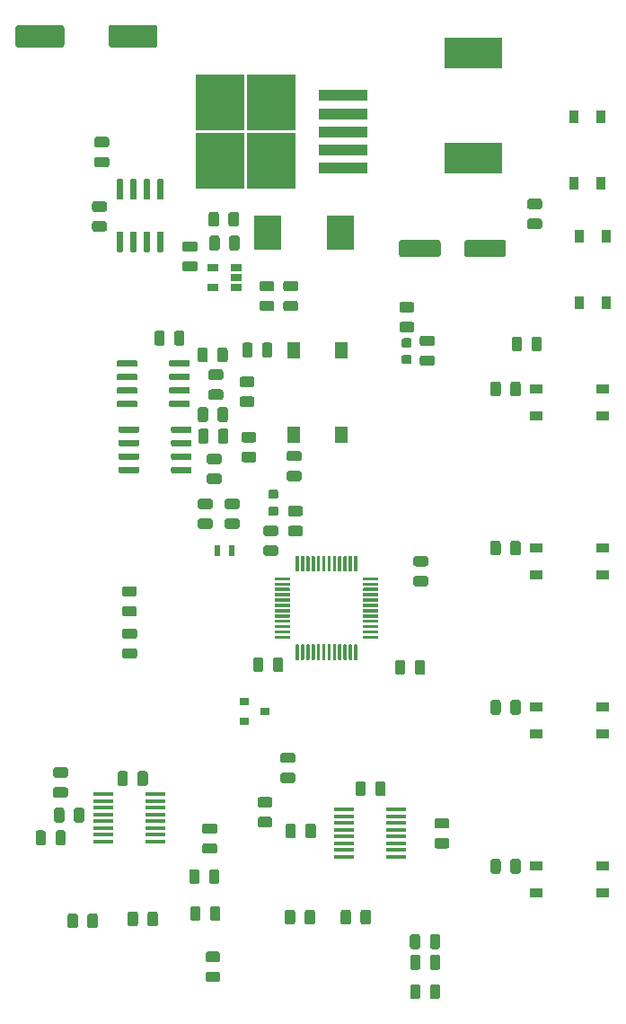
<source format=gbr>
G04 #@! TF.GenerationSoftware,KiCad,Pcbnew,(5.1.5)-3*
G04 #@! TF.CreationDate,2020-02-13T10:26:56+01:00*
G04 #@! TF.ProjectId,Studienarbeit,53747564-6965-46e6-9172-626569742e6b,rev?*
G04 #@! TF.SameCoordinates,Original*
G04 #@! TF.FileFunction,Paste,Top*
G04 #@! TF.FilePolarity,Positive*
%FSLAX46Y46*%
G04 Gerber Fmt 4.6, Leading zero omitted, Abs format (unit mm)*
G04 Created by KiCad (PCBNEW (5.1.5)-3) date 2020-02-13 10:26:56*
%MOMM*%
%LPD*%
G04 APERTURE LIST*
%ADD10R,0.600000X1.100000*%
%ADD11R,2.500000X3.300000*%
%ADD12R,5.400000X2.900000*%
%ADD13C,0.100000*%
%ADD14R,1.150000X0.900000*%
%ADD15R,0.900000X1.150000*%
%ADD16R,1.969999X0.364800*%
%ADD17R,4.600000X1.100000*%
%ADD18R,4.550000X5.250000*%
%ADD19R,0.900000X0.800000*%
%ADD20R,1.060000X0.650000*%
%ADD21R,1.300000X1.550000*%
G04 APERTURE END LIST*
D10*
X173200000Y-89500000D03*
X171800000Y-89500000D03*
D11*
X176600000Y-59500000D03*
X183400000Y-59500000D03*
D12*
X196000000Y-42550000D03*
X196000000Y-52450000D03*
D13*
G36*
X198824504Y-60201204D02*
G01*
X198848773Y-60204804D01*
X198872571Y-60210765D01*
X198895671Y-60219030D01*
X198917849Y-60229520D01*
X198938893Y-60242133D01*
X198958598Y-60256747D01*
X198976777Y-60273223D01*
X198993253Y-60291402D01*
X199007867Y-60311107D01*
X199020480Y-60332151D01*
X199030970Y-60354329D01*
X199039235Y-60377429D01*
X199045196Y-60401227D01*
X199048796Y-60425496D01*
X199050000Y-60450000D01*
X199050000Y-61550000D01*
X199048796Y-61574504D01*
X199045196Y-61598773D01*
X199039235Y-61622571D01*
X199030970Y-61645671D01*
X199020480Y-61667849D01*
X199007867Y-61688893D01*
X198993253Y-61708598D01*
X198976777Y-61726777D01*
X198958598Y-61743253D01*
X198938893Y-61757867D01*
X198917849Y-61770480D01*
X198895671Y-61780970D01*
X198872571Y-61789235D01*
X198848773Y-61795196D01*
X198824504Y-61798796D01*
X198800000Y-61800000D01*
X195375000Y-61800000D01*
X195350496Y-61798796D01*
X195326227Y-61795196D01*
X195302429Y-61789235D01*
X195279329Y-61780970D01*
X195257151Y-61770480D01*
X195236107Y-61757867D01*
X195216402Y-61743253D01*
X195198223Y-61726777D01*
X195181747Y-61708598D01*
X195167133Y-61688893D01*
X195154520Y-61667849D01*
X195144030Y-61645671D01*
X195135765Y-61622571D01*
X195129804Y-61598773D01*
X195126204Y-61574504D01*
X195125000Y-61550000D01*
X195125000Y-60450000D01*
X195126204Y-60425496D01*
X195129804Y-60401227D01*
X195135765Y-60377429D01*
X195144030Y-60354329D01*
X195154520Y-60332151D01*
X195167133Y-60311107D01*
X195181747Y-60291402D01*
X195198223Y-60273223D01*
X195216402Y-60256747D01*
X195236107Y-60242133D01*
X195257151Y-60229520D01*
X195279329Y-60219030D01*
X195302429Y-60210765D01*
X195326227Y-60204804D01*
X195350496Y-60201204D01*
X195375000Y-60200000D01*
X198800000Y-60200000D01*
X198824504Y-60201204D01*
G37*
G36*
X192649504Y-60201204D02*
G01*
X192673773Y-60204804D01*
X192697571Y-60210765D01*
X192720671Y-60219030D01*
X192742849Y-60229520D01*
X192763893Y-60242133D01*
X192783598Y-60256747D01*
X192801777Y-60273223D01*
X192818253Y-60291402D01*
X192832867Y-60311107D01*
X192845480Y-60332151D01*
X192855970Y-60354329D01*
X192864235Y-60377429D01*
X192870196Y-60401227D01*
X192873796Y-60425496D01*
X192875000Y-60450000D01*
X192875000Y-61550000D01*
X192873796Y-61574504D01*
X192870196Y-61598773D01*
X192864235Y-61622571D01*
X192855970Y-61645671D01*
X192845480Y-61667849D01*
X192832867Y-61688893D01*
X192818253Y-61708598D01*
X192801777Y-61726777D01*
X192783598Y-61743253D01*
X192763893Y-61757867D01*
X192742849Y-61770480D01*
X192720671Y-61780970D01*
X192697571Y-61789235D01*
X192673773Y-61795196D01*
X192649504Y-61798796D01*
X192625000Y-61800000D01*
X189200000Y-61800000D01*
X189175496Y-61798796D01*
X189151227Y-61795196D01*
X189127429Y-61789235D01*
X189104329Y-61780970D01*
X189082151Y-61770480D01*
X189061107Y-61757867D01*
X189041402Y-61743253D01*
X189023223Y-61726777D01*
X189006747Y-61708598D01*
X188992133Y-61688893D01*
X188979520Y-61667849D01*
X188969030Y-61645671D01*
X188960765Y-61622571D01*
X188954804Y-61598773D01*
X188951204Y-61574504D01*
X188950000Y-61550000D01*
X188950000Y-60450000D01*
X188951204Y-60425496D01*
X188954804Y-60401227D01*
X188960765Y-60377429D01*
X188969030Y-60354329D01*
X188979520Y-60332151D01*
X188992133Y-60311107D01*
X189006747Y-60291402D01*
X189023223Y-60273223D01*
X189041402Y-60256747D01*
X189061107Y-60242133D01*
X189082151Y-60229520D01*
X189104329Y-60219030D01*
X189127429Y-60210765D01*
X189151227Y-60204804D01*
X189175496Y-60201204D01*
X189200000Y-60200000D01*
X192625000Y-60200000D01*
X192649504Y-60201204D01*
G37*
G36*
X157174504Y-39951204D02*
G01*
X157198773Y-39954804D01*
X157222571Y-39960765D01*
X157245671Y-39969030D01*
X157267849Y-39979520D01*
X157288893Y-39992133D01*
X157308598Y-40006747D01*
X157326777Y-40023223D01*
X157343253Y-40041402D01*
X157357867Y-40061107D01*
X157370480Y-40082151D01*
X157380970Y-40104329D01*
X157389235Y-40127429D01*
X157395196Y-40151227D01*
X157398796Y-40175496D01*
X157400000Y-40200000D01*
X157400000Y-41800000D01*
X157398796Y-41824504D01*
X157395196Y-41848773D01*
X157389235Y-41872571D01*
X157380970Y-41895671D01*
X157370480Y-41917849D01*
X157357867Y-41938893D01*
X157343253Y-41958598D01*
X157326777Y-41976777D01*
X157308598Y-41993253D01*
X157288893Y-42007867D01*
X157267849Y-42020480D01*
X157245671Y-42030970D01*
X157222571Y-42039235D01*
X157198773Y-42045196D01*
X157174504Y-42048796D01*
X157150000Y-42050000D01*
X153050000Y-42050000D01*
X153025496Y-42048796D01*
X153001227Y-42045196D01*
X152977429Y-42039235D01*
X152954329Y-42030970D01*
X152932151Y-42020480D01*
X152911107Y-42007867D01*
X152891402Y-41993253D01*
X152873223Y-41976777D01*
X152856747Y-41958598D01*
X152842133Y-41938893D01*
X152829520Y-41917849D01*
X152819030Y-41895671D01*
X152810765Y-41872571D01*
X152804804Y-41848773D01*
X152801204Y-41824504D01*
X152800000Y-41800000D01*
X152800000Y-40200000D01*
X152801204Y-40175496D01*
X152804804Y-40151227D01*
X152810765Y-40127429D01*
X152819030Y-40104329D01*
X152829520Y-40082151D01*
X152842133Y-40061107D01*
X152856747Y-40041402D01*
X152873223Y-40023223D01*
X152891402Y-40006747D01*
X152911107Y-39992133D01*
X152932151Y-39979520D01*
X152954329Y-39969030D01*
X152977429Y-39960765D01*
X153001227Y-39954804D01*
X153025496Y-39951204D01*
X153050000Y-39950000D01*
X157150000Y-39950000D01*
X157174504Y-39951204D01*
G37*
G36*
X165974504Y-39951204D02*
G01*
X165998773Y-39954804D01*
X166022571Y-39960765D01*
X166045671Y-39969030D01*
X166067849Y-39979520D01*
X166088893Y-39992133D01*
X166108598Y-40006747D01*
X166126777Y-40023223D01*
X166143253Y-40041402D01*
X166157867Y-40061107D01*
X166170480Y-40082151D01*
X166180970Y-40104329D01*
X166189235Y-40127429D01*
X166195196Y-40151227D01*
X166198796Y-40175496D01*
X166200000Y-40200000D01*
X166200000Y-41800000D01*
X166198796Y-41824504D01*
X166195196Y-41848773D01*
X166189235Y-41872571D01*
X166180970Y-41895671D01*
X166170480Y-41917849D01*
X166157867Y-41938893D01*
X166143253Y-41958598D01*
X166126777Y-41976777D01*
X166108598Y-41993253D01*
X166088893Y-42007867D01*
X166067849Y-42020480D01*
X166045671Y-42030970D01*
X166022571Y-42039235D01*
X165998773Y-42045196D01*
X165974504Y-42048796D01*
X165950000Y-42050000D01*
X161850000Y-42050000D01*
X161825496Y-42048796D01*
X161801227Y-42045196D01*
X161777429Y-42039235D01*
X161754329Y-42030970D01*
X161732151Y-42020480D01*
X161711107Y-42007867D01*
X161691402Y-41993253D01*
X161673223Y-41976777D01*
X161656747Y-41958598D01*
X161642133Y-41938893D01*
X161629520Y-41917849D01*
X161619030Y-41895671D01*
X161610765Y-41872571D01*
X161604804Y-41848773D01*
X161601204Y-41824504D01*
X161600000Y-41800000D01*
X161600000Y-40200000D01*
X161601204Y-40175496D01*
X161604804Y-40151227D01*
X161610765Y-40127429D01*
X161619030Y-40104329D01*
X161629520Y-40082151D01*
X161642133Y-40061107D01*
X161656747Y-40041402D01*
X161673223Y-40023223D01*
X161691402Y-40006747D01*
X161711107Y-39992133D01*
X161732151Y-39979520D01*
X161754329Y-39969030D01*
X161777429Y-39960765D01*
X161801227Y-39954804D01*
X161825496Y-39951204D01*
X161850000Y-39950000D01*
X165950000Y-39950000D01*
X165974504Y-39951204D01*
G37*
G36*
X192100142Y-71088674D02*
G01*
X192123803Y-71092184D01*
X192147007Y-71097996D01*
X192169529Y-71106054D01*
X192191153Y-71116282D01*
X192211670Y-71128579D01*
X192230883Y-71142829D01*
X192248607Y-71158893D01*
X192264671Y-71176617D01*
X192278921Y-71195830D01*
X192291218Y-71216347D01*
X192301446Y-71237971D01*
X192309504Y-71260493D01*
X192315316Y-71283697D01*
X192318826Y-71307358D01*
X192320000Y-71331250D01*
X192320000Y-71818750D01*
X192318826Y-71842642D01*
X192315316Y-71866303D01*
X192309504Y-71889507D01*
X192301446Y-71912029D01*
X192291218Y-71933653D01*
X192278921Y-71954170D01*
X192264671Y-71973383D01*
X192248607Y-71991107D01*
X192230883Y-72007171D01*
X192211670Y-72021421D01*
X192191153Y-72033718D01*
X192169529Y-72043946D01*
X192147007Y-72052004D01*
X192123803Y-72057816D01*
X192100142Y-72061326D01*
X192076250Y-72062500D01*
X191163750Y-72062500D01*
X191139858Y-72061326D01*
X191116197Y-72057816D01*
X191092993Y-72052004D01*
X191070471Y-72043946D01*
X191048847Y-72033718D01*
X191028330Y-72021421D01*
X191009117Y-72007171D01*
X190991393Y-71991107D01*
X190975329Y-71973383D01*
X190961079Y-71954170D01*
X190948782Y-71933653D01*
X190938554Y-71912029D01*
X190930496Y-71889507D01*
X190924684Y-71866303D01*
X190921174Y-71842642D01*
X190920000Y-71818750D01*
X190920000Y-71331250D01*
X190921174Y-71307358D01*
X190924684Y-71283697D01*
X190930496Y-71260493D01*
X190938554Y-71237971D01*
X190948782Y-71216347D01*
X190961079Y-71195830D01*
X190975329Y-71176617D01*
X190991393Y-71158893D01*
X191009117Y-71142829D01*
X191028330Y-71128579D01*
X191048847Y-71116282D01*
X191070471Y-71106054D01*
X191092993Y-71097996D01*
X191116197Y-71092184D01*
X191139858Y-71088674D01*
X191163750Y-71087500D01*
X192076250Y-71087500D01*
X192100142Y-71088674D01*
G37*
G36*
X192100142Y-69213674D02*
G01*
X192123803Y-69217184D01*
X192147007Y-69222996D01*
X192169529Y-69231054D01*
X192191153Y-69241282D01*
X192211670Y-69253579D01*
X192230883Y-69267829D01*
X192248607Y-69283893D01*
X192264671Y-69301617D01*
X192278921Y-69320830D01*
X192291218Y-69341347D01*
X192301446Y-69362971D01*
X192309504Y-69385493D01*
X192315316Y-69408697D01*
X192318826Y-69432358D01*
X192320000Y-69456250D01*
X192320000Y-69943750D01*
X192318826Y-69967642D01*
X192315316Y-69991303D01*
X192309504Y-70014507D01*
X192301446Y-70037029D01*
X192291218Y-70058653D01*
X192278921Y-70079170D01*
X192264671Y-70098383D01*
X192248607Y-70116107D01*
X192230883Y-70132171D01*
X192211670Y-70146421D01*
X192191153Y-70158718D01*
X192169529Y-70168946D01*
X192147007Y-70177004D01*
X192123803Y-70182816D01*
X192100142Y-70186326D01*
X192076250Y-70187500D01*
X191163750Y-70187500D01*
X191139858Y-70186326D01*
X191116197Y-70182816D01*
X191092993Y-70177004D01*
X191070471Y-70168946D01*
X191048847Y-70158718D01*
X191028330Y-70146421D01*
X191009117Y-70132171D01*
X190991393Y-70116107D01*
X190975329Y-70098383D01*
X190961079Y-70079170D01*
X190948782Y-70058653D01*
X190938554Y-70037029D01*
X190930496Y-70014507D01*
X190924684Y-69991303D01*
X190921174Y-69967642D01*
X190920000Y-69943750D01*
X190920000Y-69456250D01*
X190921174Y-69432358D01*
X190924684Y-69408697D01*
X190930496Y-69385493D01*
X190938554Y-69362971D01*
X190948782Y-69341347D01*
X190961079Y-69320830D01*
X190975329Y-69301617D01*
X190991393Y-69283893D01*
X191009117Y-69267829D01*
X191028330Y-69253579D01*
X191048847Y-69241282D01*
X191070471Y-69231054D01*
X191092993Y-69222996D01*
X191116197Y-69217184D01*
X191139858Y-69213674D01*
X191163750Y-69212500D01*
X192076250Y-69212500D01*
X192100142Y-69213674D01*
G37*
D14*
X201875000Y-91770000D03*
X208125000Y-91770000D03*
X201875000Y-89230000D03*
X208125000Y-89230000D03*
X201875000Y-106770000D03*
X208125000Y-106770000D03*
X201875000Y-104230000D03*
X208125000Y-104230000D03*
D13*
G36*
X177387691Y-83746053D02*
G01*
X177408926Y-83749203D01*
X177429750Y-83754419D01*
X177449962Y-83761651D01*
X177469368Y-83770830D01*
X177487781Y-83781866D01*
X177505024Y-83794654D01*
X177520930Y-83809070D01*
X177535346Y-83824976D01*
X177548134Y-83842219D01*
X177559170Y-83860632D01*
X177568349Y-83880038D01*
X177575581Y-83900250D01*
X177580797Y-83921074D01*
X177583947Y-83942309D01*
X177585000Y-83963750D01*
X177585000Y-84401250D01*
X177583947Y-84422691D01*
X177580797Y-84443926D01*
X177575581Y-84464750D01*
X177568349Y-84484962D01*
X177559170Y-84504368D01*
X177548134Y-84522781D01*
X177535346Y-84540024D01*
X177520930Y-84555930D01*
X177505024Y-84570346D01*
X177487781Y-84583134D01*
X177469368Y-84594170D01*
X177449962Y-84603349D01*
X177429750Y-84610581D01*
X177408926Y-84615797D01*
X177387691Y-84618947D01*
X177366250Y-84620000D01*
X176853750Y-84620000D01*
X176832309Y-84618947D01*
X176811074Y-84615797D01*
X176790250Y-84610581D01*
X176770038Y-84603349D01*
X176750632Y-84594170D01*
X176732219Y-84583134D01*
X176714976Y-84570346D01*
X176699070Y-84555930D01*
X176684654Y-84540024D01*
X176671866Y-84522781D01*
X176660830Y-84504368D01*
X176651651Y-84484962D01*
X176644419Y-84464750D01*
X176639203Y-84443926D01*
X176636053Y-84422691D01*
X176635000Y-84401250D01*
X176635000Y-83963750D01*
X176636053Y-83942309D01*
X176639203Y-83921074D01*
X176644419Y-83900250D01*
X176651651Y-83880038D01*
X176660830Y-83860632D01*
X176671866Y-83842219D01*
X176684654Y-83824976D01*
X176699070Y-83809070D01*
X176714976Y-83794654D01*
X176732219Y-83781866D01*
X176750632Y-83770830D01*
X176770038Y-83761651D01*
X176790250Y-83754419D01*
X176811074Y-83749203D01*
X176832309Y-83746053D01*
X176853750Y-83745000D01*
X177366250Y-83745000D01*
X177387691Y-83746053D01*
G37*
G36*
X177387691Y-85321053D02*
G01*
X177408926Y-85324203D01*
X177429750Y-85329419D01*
X177449962Y-85336651D01*
X177469368Y-85345830D01*
X177487781Y-85356866D01*
X177505024Y-85369654D01*
X177520930Y-85384070D01*
X177535346Y-85399976D01*
X177548134Y-85417219D01*
X177559170Y-85435632D01*
X177568349Y-85455038D01*
X177575581Y-85475250D01*
X177580797Y-85496074D01*
X177583947Y-85517309D01*
X177585000Y-85538750D01*
X177585000Y-85976250D01*
X177583947Y-85997691D01*
X177580797Y-86018926D01*
X177575581Y-86039750D01*
X177568349Y-86059962D01*
X177559170Y-86079368D01*
X177548134Y-86097781D01*
X177535346Y-86115024D01*
X177520930Y-86130930D01*
X177505024Y-86145346D01*
X177487781Y-86158134D01*
X177469368Y-86169170D01*
X177449962Y-86178349D01*
X177429750Y-86185581D01*
X177408926Y-86190797D01*
X177387691Y-86193947D01*
X177366250Y-86195000D01*
X176853750Y-86195000D01*
X176832309Y-86193947D01*
X176811074Y-86190797D01*
X176790250Y-86185581D01*
X176770038Y-86178349D01*
X176750632Y-86169170D01*
X176732219Y-86158134D01*
X176714976Y-86145346D01*
X176699070Y-86130930D01*
X176684654Y-86115024D01*
X176671866Y-86097781D01*
X176660830Y-86079368D01*
X176651651Y-86059962D01*
X176644419Y-86039750D01*
X176639203Y-86018926D01*
X176636053Y-85997691D01*
X176635000Y-85976250D01*
X176635000Y-85538750D01*
X176636053Y-85517309D01*
X176639203Y-85496074D01*
X176644419Y-85475250D01*
X176651651Y-85455038D01*
X176660830Y-85435632D01*
X176671866Y-85417219D01*
X176684654Y-85399976D01*
X176699070Y-85384070D01*
X176714976Y-85369654D01*
X176732219Y-85356866D01*
X176750632Y-85345830D01*
X176770038Y-85336651D01*
X176790250Y-85329419D01*
X176811074Y-85324203D01*
X176832309Y-85321053D01*
X176853750Y-85320000D01*
X177366250Y-85320000D01*
X177387691Y-85321053D01*
G37*
G36*
X179020142Y-115211174D02*
G01*
X179043803Y-115214684D01*
X179067007Y-115220496D01*
X179089529Y-115228554D01*
X179111153Y-115238782D01*
X179131670Y-115251079D01*
X179150883Y-115265329D01*
X179168607Y-115281393D01*
X179184671Y-115299117D01*
X179198921Y-115318330D01*
X179211218Y-115338847D01*
X179221446Y-115360471D01*
X179229504Y-115382993D01*
X179235316Y-115406197D01*
X179238826Y-115429858D01*
X179240000Y-115453750D01*
X179240000Y-116366250D01*
X179238826Y-116390142D01*
X179235316Y-116413803D01*
X179229504Y-116437007D01*
X179221446Y-116459529D01*
X179211218Y-116481153D01*
X179198921Y-116501670D01*
X179184671Y-116520883D01*
X179168607Y-116538607D01*
X179150883Y-116554671D01*
X179131670Y-116568921D01*
X179111153Y-116581218D01*
X179089529Y-116591446D01*
X179067007Y-116599504D01*
X179043803Y-116605316D01*
X179020142Y-116608826D01*
X178996250Y-116610000D01*
X178508750Y-116610000D01*
X178484858Y-116608826D01*
X178461197Y-116605316D01*
X178437993Y-116599504D01*
X178415471Y-116591446D01*
X178393847Y-116581218D01*
X178373330Y-116568921D01*
X178354117Y-116554671D01*
X178336393Y-116538607D01*
X178320329Y-116520883D01*
X178306079Y-116501670D01*
X178293782Y-116481153D01*
X178283554Y-116459529D01*
X178275496Y-116437007D01*
X178269684Y-116413803D01*
X178266174Y-116390142D01*
X178265000Y-116366250D01*
X178265000Y-115453750D01*
X178266174Y-115429858D01*
X178269684Y-115406197D01*
X178275496Y-115382993D01*
X178283554Y-115360471D01*
X178293782Y-115338847D01*
X178306079Y-115318330D01*
X178320329Y-115299117D01*
X178336393Y-115281393D01*
X178354117Y-115265329D01*
X178373330Y-115251079D01*
X178393847Y-115238782D01*
X178415471Y-115228554D01*
X178437993Y-115220496D01*
X178461197Y-115214684D01*
X178484858Y-115211174D01*
X178508750Y-115210000D01*
X178996250Y-115210000D01*
X179020142Y-115211174D01*
G37*
G36*
X180895142Y-115211174D02*
G01*
X180918803Y-115214684D01*
X180942007Y-115220496D01*
X180964529Y-115228554D01*
X180986153Y-115238782D01*
X181006670Y-115251079D01*
X181025883Y-115265329D01*
X181043607Y-115281393D01*
X181059671Y-115299117D01*
X181073921Y-115318330D01*
X181086218Y-115338847D01*
X181096446Y-115360471D01*
X181104504Y-115382993D01*
X181110316Y-115406197D01*
X181113826Y-115429858D01*
X181115000Y-115453750D01*
X181115000Y-116366250D01*
X181113826Y-116390142D01*
X181110316Y-116413803D01*
X181104504Y-116437007D01*
X181096446Y-116459529D01*
X181086218Y-116481153D01*
X181073921Y-116501670D01*
X181059671Y-116520883D01*
X181043607Y-116538607D01*
X181025883Y-116554671D01*
X181006670Y-116568921D01*
X180986153Y-116581218D01*
X180964529Y-116591446D01*
X180942007Y-116599504D01*
X180918803Y-116605316D01*
X180895142Y-116608826D01*
X180871250Y-116610000D01*
X180383750Y-116610000D01*
X180359858Y-116608826D01*
X180336197Y-116605316D01*
X180312993Y-116599504D01*
X180290471Y-116591446D01*
X180268847Y-116581218D01*
X180248330Y-116568921D01*
X180229117Y-116554671D01*
X180211393Y-116538607D01*
X180195329Y-116520883D01*
X180181079Y-116501670D01*
X180168782Y-116481153D01*
X180158554Y-116459529D01*
X180150496Y-116437007D01*
X180144684Y-116413803D01*
X180141174Y-116390142D01*
X180140000Y-116366250D01*
X180140000Y-115453750D01*
X180141174Y-115429858D01*
X180144684Y-115406197D01*
X180150496Y-115382993D01*
X180158554Y-115360471D01*
X180168782Y-115338847D01*
X180181079Y-115318330D01*
X180195329Y-115299117D01*
X180211393Y-115281393D01*
X180229117Y-115265329D01*
X180248330Y-115251079D01*
X180268847Y-115238782D01*
X180290471Y-115228554D01*
X180312993Y-115220496D01*
X180336197Y-115214684D01*
X180359858Y-115211174D01*
X180383750Y-115210000D01*
X180871250Y-115210000D01*
X180895142Y-115211174D01*
G37*
G36*
X198330142Y-103551174D02*
G01*
X198353803Y-103554684D01*
X198377007Y-103560496D01*
X198399529Y-103568554D01*
X198421153Y-103578782D01*
X198441670Y-103591079D01*
X198460883Y-103605329D01*
X198478607Y-103621393D01*
X198494671Y-103639117D01*
X198508921Y-103658330D01*
X198521218Y-103678847D01*
X198531446Y-103700471D01*
X198539504Y-103722993D01*
X198545316Y-103746197D01*
X198548826Y-103769858D01*
X198550000Y-103793750D01*
X198550000Y-104706250D01*
X198548826Y-104730142D01*
X198545316Y-104753803D01*
X198539504Y-104777007D01*
X198531446Y-104799529D01*
X198521218Y-104821153D01*
X198508921Y-104841670D01*
X198494671Y-104860883D01*
X198478607Y-104878607D01*
X198460883Y-104894671D01*
X198441670Y-104908921D01*
X198421153Y-104921218D01*
X198399529Y-104931446D01*
X198377007Y-104939504D01*
X198353803Y-104945316D01*
X198330142Y-104948826D01*
X198306250Y-104950000D01*
X197818750Y-104950000D01*
X197794858Y-104948826D01*
X197771197Y-104945316D01*
X197747993Y-104939504D01*
X197725471Y-104931446D01*
X197703847Y-104921218D01*
X197683330Y-104908921D01*
X197664117Y-104894671D01*
X197646393Y-104878607D01*
X197630329Y-104860883D01*
X197616079Y-104841670D01*
X197603782Y-104821153D01*
X197593554Y-104799529D01*
X197585496Y-104777007D01*
X197579684Y-104753803D01*
X197576174Y-104730142D01*
X197575000Y-104706250D01*
X197575000Y-103793750D01*
X197576174Y-103769858D01*
X197579684Y-103746197D01*
X197585496Y-103722993D01*
X197593554Y-103700471D01*
X197603782Y-103678847D01*
X197616079Y-103658330D01*
X197630329Y-103639117D01*
X197646393Y-103621393D01*
X197664117Y-103605329D01*
X197683330Y-103591079D01*
X197703847Y-103578782D01*
X197725471Y-103568554D01*
X197747993Y-103560496D01*
X197771197Y-103554684D01*
X197794858Y-103551174D01*
X197818750Y-103550000D01*
X198306250Y-103550000D01*
X198330142Y-103551174D01*
G37*
G36*
X200205142Y-103551174D02*
G01*
X200228803Y-103554684D01*
X200252007Y-103560496D01*
X200274529Y-103568554D01*
X200296153Y-103578782D01*
X200316670Y-103591079D01*
X200335883Y-103605329D01*
X200353607Y-103621393D01*
X200369671Y-103639117D01*
X200383921Y-103658330D01*
X200396218Y-103678847D01*
X200406446Y-103700471D01*
X200414504Y-103722993D01*
X200420316Y-103746197D01*
X200423826Y-103769858D01*
X200425000Y-103793750D01*
X200425000Y-104706250D01*
X200423826Y-104730142D01*
X200420316Y-104753803D01*
X200414504Y-104777007D01*
X200406446Y-104799529D01*
X200396218Y-104821153D01*
X200383921Y-104841670D01*
X200369671Y-104860883D01*
X200353607Y-104878607D01*
X200335883Y-104894671D01*
X200316670Y-104908921D01*
X200296153Y-104921218D01*
X200274529Y-104931446D01*
X200252007Y-104939504D01*
X200228803Y-104945316D01*
X200205142Y-104948826D01*
X200181250Y-104950000D01*
X199693750Y-104950000D01*
X199669858Y-104948826D01*
X199646197Y-104945316D01*
X199622993Y-104939504D01*
X199600471Y-104931446D01*
X199578847Y-104921218D01*
X199558330Y-104908921D01*
X199539117Y-104894671D01*
X199521393Y-104878607D01*
X199505329Y-104860883D01*
X199491079Y-104841670D01*
X199478782Y-104821153D01*
X199468554Y-104799529D01*
X199460496Y-104777007D01*
X199454684Y-104753803D01*
X199451174Y-104730142D01*
X199450000Y-104706250D01*
X199450000Y-103793750D01*
X199451174Y-103769858D01*
X199454684Y-103746197D01*
X199460496Y-103722993D01*
X199468554Y-103700471D01*
X199478782Y-103678847D01*
X199491079Y-103658330D01*
X199505329Y-103639117D01*
X199521393Y-103621393D01*
X199539117Y-103605329D01*
X199558330Y-103591079D01*
X199578847Y-103578782D01*
X199600471Y-103568554D01*
X199622993Y-103560496D01*
X199646197Y-103554684D01*
X199669858Y-103551174D01*
X199693750Y-103550000D01*
X200181250Y-103550000D01*
X200205142Y-103551174D01*
G37*
G36*
X177350142Y-89011174D02*
G01*
X177373803Y-89014684D01*
X177397007Y-89020496D01*
X177419529Y-89028554D01*
X177441153Y-89038782D01*
X177461670Y-89051079D01*
X177480883Y-89065329D01*
X177498607Y-89081393D01*
X177514671Y-89099117D01*
X177528921Y-89118330D01*
X177541218Y-89138847D01*
X177551446Y-89160471D01*
X177559504Y-89182993D01*
X177565316Y-89206197D01*
X177568826Y-89229858D01*
X177570000Y-89253750D01*
X177570000Y-89741250D01*
X177568826Y-89765142D01*
X177565316Y-89788803D01*
X177559504Y-89812007D01*
X177551446Y-89834529D01*
X177541218Y-89856153D01*
X177528921Y-89876670D01*
X177514671Y-89895883D01*
X177498607Y-89913607D01*
X177480883Y-89929671D01*
X177461670Y-89943921D01*
X177441153Y-89956218D01*
X177419529Y-89966446D01*
X177397007Y-89974504D01*
X177373803Y-89980316D01*
X177350142Y-89983826D01*
X177326250Y-89985000D01*
X176413750Y-89985000D01*
X176389858Y-89983826D01*
X176366197Y-89980316D01*
X176342993Y-89974504D01*
X176320471Y-89966446D01*
X176298847Y-89956218D01*
X176278330Y-89943921D01*
X176259117Y-89929671D01*
X176241393Y-89913607D01*
X176225329Y-89895883D01*
X176211079Y-89876670D01*
X176198782Y-89856153D01*
X176188554Y-89834529D01*
X176180496Y-89812007D01*
X176174684Y-89788803D01*
X176171174Y-89765142D01*
X176170000Y-89741250D01*
X176170000Y-89253750D01*
X176171174Y-89229858D01*
X176174684Y-89206197D01*
X176180496Y-89182993D01*
X176188554Y-89160471D01*
X176198782Y-89138847D01*
X176211079Y-89118330D01*
X176225329Y-89099117D01*
X176241393Y-89081393D01*
X176259117Y-89065329D01*
X176278330Y-89051079D01*
X176298847Y-89038782D01*
X176320471Y-89028554D01*
X176342993Y-89020496D01*
X176366197Y-89014684D01*
X176389858Y-89011174D01*
X176413750Y-89010000D01*
X177326250Y-89010000D01*
X177350142Y-89011174D01*
G37*
G36*
X177350142Y-87136174D02*
G01*
X177373803Y-87139684D01*
X177397007Y-87145496D01*
X177419529Y-87153554D01*
X177441153Y-87163782D01*
X177461670Y-87176079D01*
X177480883Y-87190329D01*
X177498607Y-87206393D01*
X177514671Y-87224117D01*
X177528921Y-87243330D01*
X177541218Y-87263847D01*
X177551446Y-87285471D01*
X177559504Y-87307993D01*
X177565316Y-87331197D01*
X177568826Y-87354858D01*
X177570000Y-87378750D01*
X177570000Y-87866250D01*
X177568826Y-87890142D01*
X177565316Y-87913803D01*
X177559504Y-87937007D01*
X177551446Y-87959529D01*
X177541218Y-87981153D01*
X177528921Y-88001670D01*
X177514671Y-88020883D01*
X177498607Y-88038607D01*
X177480883Y-88054671D01*
X177461670Y-88068921D01*
X177441153Y-88081218D01*
X177419529Y-88091446D01*
X177397007Y-88099504D01*
X177373803Y-88105316D01*
X177350142Y-88108826D01*
X177326250Y-88110000D01*
X176413750Y-88110000D01*
X176389858Y-88108826D01*
X176366197Y-88105316D01*
X176342993Y-88099504D01*
X176320471Y-88091446D01*
X176298847Y-88081218D01*
X176278330Y-88068921D01*
X176259117Y-88054671D01*
X176241393Y-88038607D01*
X176225329Y-88020883D01*
X176211079Y-88001670D01*
X176198782Y-87981153D01*
X176188554Y-87959529D01*
X176180496Y-87937007D01*
X176174684Y-87913803D01*
X176171174Y-87890142D01*
X176170000Y-87866250D01*
X176170000Y-87378750D01*
X176171174Y-87354858D01*
X176174684Y-87331197D01*
X176180496Y-87307993D01*
X176188554Y-87285471D01*
X176198782Y-87263847D01*
X176211079Y-87243330D01*
X176225329Y-87224117D01*
X176241393Y-87206393D01*
X176259117Y-87190329D01*
X176278330Y-87176079D01*
X176298847Y-87163782D01*
X176320471Y-87153554D01*
X176342993Y-87145496D01*
X176366197Y-87139684D01*
X176389858Y-87136174D01*
X176413750Y-87135000D01*
X177326250Y-87135000D01*
X177350142Y-87136174D01*
G37*
G36*
X200330142Y-69301174D02*
G01*
X200353803Y-69304684D01*
X200377007Y-69310496D01*
X200399529Y-69318554D01*
X200421153Y-69328782D01*
X200441670Y-69341079D01*
X200460883Y-69355329D01*
X200478607Y-69371393D01*
X200494671Y-69389117D01*
X200508921Y-69408330D01*
X200521218Y-69428847D01*
X200531446Y-69450471D01*
X200539504Y-69472993D01*
X200545316Y-69496197D01*
X200548826Y-69519858D01*
X200550000Y-69543750D01*
X200550000Y-70456250D01*
X200548826Y-70480142D01*
X200545316Y-70503803D01*
X200539504Y-70527007D01*
X200531446Y-70549529D01*
X200521218Y-70571153D01*
X200508921Y-70591670D01*
X200494671Y-70610883D01*
X200478607Y-70628607D01*
X200460883Y-70644671D01*
X200441670Y-70658921D01*
X200421153Y-70671218D01*
X200399529Y-70681446D01*
X200377007Y-70689504D01*
X200353803Y-70695316D01*
X200330142Y-70698826D01*
X200306250Y-70700000D01*
X199818750Y-70700000D01*
X199794858Y-70698826D01*
X199771197Y-70695316D01*
X199747993Y-70689504D01*
X199725471Y-70681446D01*
X199703847Y-70671218D01*
X199683330Y-70658921D01*
X199664117Y-70644671D01*
X199646393Y-70628607D01*
X199630329Y-70610883D01*
X199616079Y-70591670D01*
X199603782Y-70571153D01*
X199593554Y-70549529D01*
X199585496Y-70527007D01*
X199579684Y-70503803D01*
X199576174Y-70480142D01*
X199575000Y-70456250D01*
X199575000Y-69543750D01*
X199576174Y-69519858D01*
X199579684Y-69496197D01*
X199585496Y-69472993D01*
X199593554Y-69450471D01*
X199603782Y-69428847D01*
X199616079Y-69408330D01*
X199630329Y-69389117D01*
X199646393Y-69371393D01*
X199664117Y-69355329D01*
X199683330Y-69341079D01*
X199703847Y-69328782D01*
X199725471Y-69318554D01*
X199747993Y-69310496D01*
X199771197Y-69304684D01*
X199794858Y-69301174D01*
X199818750Y-69300000D01*
X200306250Y-69300000D01*
X200330142Y-69301174D01*
G37*
G36*
X202205142Y-69301174D02*
G01*
X202228803Y-69304684D01*
X202252007Y-69310496D01*
X202274529Y-69318554D01*
X202296153Y-69328782D01*
X202316670Y-69341079D01*
X202335883Y-69355329D01*
X202353607Y-69371393D01*
X202369671Y-69389117D01*
X202383921Y-69408330D01*
X202396218Y-69428847D01*
X202406446Y-69450471D01*
X202414504Y-69472993D01*
X202420316Y-69496197D01*
X202423826Y-69519858D01*
X202425000Y-69543750D01*
X202425000Y-70456250D01*
X202423826Y-70480142D01*
X202420316Y-70503803D01*
X202414504Y-70527007D01*
X202406446Y-70549529D01*
X202396218Y-70571153D01*
X202383921Y-70591670D01*
X202369671Y-70610883D01*
X202353607Y-70628607D01*
X202335883Y-70644671D01*
X202316670Y-70658921D01*
X202296153Y-70671218D01*
X202274529Y-70681446D01*
X202252007Y-70689504D01*
X202228803Y-70695316D01*
X202205142Y-70698826D01*
X202181250Y-70700000D01*
X201693750Y-70700000D01*
X201669858Y-70698826D01*
X201646197Y-70695316D01*
X201622993Y-70689504D01*
X201600471Y-70681446D01*
X201578847Y-70671218D01*
X201558330Y-70658921D01*
X201539117Y-70644671D01*
X201521393Y-70628607D01*
X201505329Y-70610883D01*
X201491079Y-70591670D01*
X201478782Y-70571153D01*
X201468554Y-70549529D01*
X201460496Y-70527007D01*
X201454684Y-70503803D01*
X201451174Y-70480142D01*
X201450000Y-70456250D01*
X201450000Y-69543750D01*
X201451174Y-69519858D01*
X201454684Y-69496197D01*
X201460496Y-69472993D01*
X201468554Y-69450471D01*
X201478782Y-69428847D01*
X201491079Y-69408330D01*
X201505329Y-69389117D01*
X201521393Y-69371393D01*
X201539117Y-69355329D01*
X201558330Y-69341079D01*
X201578847Y-69328782D01*
X201600471Y-69318554D01*
X201622993Y-69310496D01*
X201646197Y-69304684D01*
X201669858Y-69301174D01*
X201693750Y-69300000D01*
X202181250Y-69300000D01*
X202205142Y-69301174D01*
G37*
G36*
X192625142Y-127601174D02*
G01*
X192648803Y-127604684D01*
X192672007Y-127610496D01*
X192694529Y-127618554D01*
X192716153Y-127628782D01*
X192736670Y-127641079D01*
X192755883Y-127655329D01*
X192773607Y-127671393D01*
X192789671Y-127689117D01*
X192803921Y-127708330D01*
X192816218Y-127728847D01*
X192826446Y-127750471D01*
X192834504Y-127772993D01*
X192840316Y-127796197D01*
X192843826Y-127819858D01*
X192845000Y-127843750D01*
X192845000Y-128756250D01*
X192843826Y-128780142D01*
X192840316Y-128803803D01*
X192834504Y-128827007D01*
X192826446Y-128849529D01*
X192816218Y-128871153D01*
X192803921Y-128891670D01*
X192789671Y-128910883D01*
X192773607Y-128928607D01*
X192755883Y-128944671D01*
X192736670Y-128958921D01*
X192716153Y-128971218D01*
X192694529Y-128981446D01*
X192672007Y-128989504D01*
X192648803Y-128995316D01*
X192625142Y-128998826D01*
X192601250Y-129000000D01*
X192113750Y-129000000D01*
X192089858Y-128998826D01*
X192066197Y-128995316D01*
X192042993Y-128989504D01*
X192020471Y-128981446D01*
X191998847Y-128971218D01*
X191978330Y-128958921D01*
X191959117Y-128944671D01*
X191941393Y-128928607D01*
X191925329Y-128910883D01*
X191911079Y-128891670D01*
X191898782Y-128871153D01*
X191888554Y-128849529D01*
X191880496Y-128827007D01*
X191874684Y-128803803D01*
X191871174Y-128780142D01*
X191870000Y-128756250D01*
X191870000Y-127843750D01*
X191871174Y-127819858D01*
X191874684Y-127796197D01*
X191880496Y-127772993D01*
X191888554Y-127750471D01*
X191898782Y-127728847D01*
X191911079Y-127708330D01*
X191925329Y-127689117D01*
X191941393Y-127671393D01*
X191959117Y-127655329D01*
X191978330Y-127641079D01*
X191998847Y-127628782D01*
X192020471Y-127618554D01*
X192042993Y-127610496D01*
X192066197Y-127604684D01*
X192089858Y-127601174D01*
X192113750Y-127600000D01*
X192601250Y-127600000D01*
X192625142Y-127601174D01*
G37*
G36*
X190750142Y-127601174D02*
G01*
X190773803Y-127604684D01*
X190797007Y-127610496D01*
X190819529Y-127618554D01*
X190841153Y-127628782D01*
X190861670Y-127641079D01*
X190880883Y-127655329D01*
X190898607Y-127671393D01*
X190914671Y-127689117D01*
X190928921Y-127708330D01*
X190941218Y-127728847D01*
X190951446Y-127750471D01*
X190959504Y-127772993D01*
X190965316Y-127796197D01*
X190968826Y-127819858D01*
X190970000Y-127843750D01*
X190970000Y-128756250D01*
X190968826Y-128780142D01*
X190965316Y-128803803D01*
X190959504Y-128827007D01*
X190951446Y-128849529D01*
X190941218Y-128871153D01*
X190928921Y-128891670D01*
X190914671Y-128910883D01*
X190898607Y-128928607D01*
X190880883Y-128944671D01*
X190861670Y-128958921D01*
X190841153Y-128971218D01*
X190819529Y-128981446D01*
X190797007Y-128989504D01*
X190773803Y-128995316D01*
X190750142Y-128998826D01*
X190726250Y-129000000D01*
X190238750Y-129000000D01*
X190214858Y-128998826D01*
X190191197Y-128995316D01*
X190167993Y-128989504D01*
X190145471Y-128981446D01*
X190123847Y-128971218D01*
X190103330Y-128958921D01*
X190084117Y-128944671D01*
X190066393Y-128928607D01*
X190050329Y-128910883D01*
X190036079Y-128891670D01*
X190023782Y-128871153D01*
X190013554Y-128849529D01*
X190005496Y-128827007D01*
X189999684Y-128803803D01*
X189996174Y-128780142D01*
X189995000Y-128756250D01*
X189995000Y-127843750D01*
X189996174Y-127819858D01*
X189999684Y-127796197D01*
X190005496Y-127772993D01*
X190013554Y-127750471D01*
X190023782Y-127728847D01*
X190036079Y-127708330D01*
X190050329Y-127689117D01*
X190066393Y-127671393D01*
X190084117Y-127655329D01*
X190103330Y-127641079D01*
X190123847Y-127628782D01*
X190145471Y-127618554D01*
X190167993Y-127610496D01*
X190191197Y-127604684D01*
X190214858Y-127601174D01*
X190238750Y-127600000D01*
X190726250Y-127600000D01*
X190750142Y-127601174D01*
G37*
G36*
X190750142Y-130361174D02*
G01*
X190773803Y-130364684D01*
X190797007Y-130370496D01*
X190819529Y-130378554D01*
X190841153Y-130388782D01*
X190861670Y-130401079D01*
X190880883Y-130415329D01*
X190898607Y-130431393D01*
X190914671Y-130449117D01*
X190928921Y-130468330D01*
X190941218Y-130488847D01*
X190951446Y-130510471D01*
X190959504Y-130532993D01*
X190965316Y-130556197D01*
X190968826Y-130579858D01*
X190970000Y-130603750D01*
X190970000Y-131516250D01*
X190968826Y-131540142D01*
X190965316Y-131563803D01*
X190959504Y-131587007D01*
X190951446Y-131609529D01*
X190941218Y-131631153D01*
X190928921Y-131651670D01*
X190914671Y-131670883D01*
X190898607Y-131688607D01*
X190880883Y-131704671D01*
X190861670Y-131718921D01*
X190841153Y-131731218D01*
X190819529Y-131741446D01*
X190797007Y-131749504D01*
X190773803Y-131755316D01*
X190750142Y-131758826D01*
X190726250Y-131760000D01*
X190238750Y-131760000D01*
X190214858Y-131758826D01*
X190191197Y-131755316D01*
X190167993Y-131749504D01*
X190145471Y-131741446D01*
X190123847Y-131731218D01*
X190103330Y-131718921D01*
X190084117Y-131704671D01*
X190066393Y-131688607D01*
X190050329Y-131670883D01*
X190036079Y-131651670D01*
X190023782Y-131631153D01*
X190013554Y-131609529D01*
X190005496Y-131587007D01*
X189999684Y-131563803D01*
X189996174Y-131540142D01*
X189995000Y-131516250D01*
X189995000Y-130603750D01*
X189996174Y-130579858D01*
X189999684Y-130556197D01*
X190005496Y-130532993D01*
X190013554Y-130510471D01*
X190023782Y-130488847D01*
X190036079Y-130468330D01*
X190050329Y-130449117D01*
X190066393Y-130431393D01*
X190084117Y-130415329D01*
X190103330Y-130401079D01*
X190123847Y-130388782D01*
X190145471Y-130378554D01*
X190167993Y-130370496D01*
X190191197Y-130364684D01*
X190214858Y-130361174D01*
X190238750Y-130360000D01*
X190726250Y-130360000D01*
X190750142Y-130361174D01*
G37*
G36*
X192625142Y-130361174D02*
G01*
X192648803Y-130364684D01*
X192672007Y-130370496D01*
X192694529Y-130378554D01*
X192716153Y-130388782D01*
X192736670Y-130401079D01*
X192755883Y-130415329D01*
X192773607Y-130431393D01*
X192789671Y-130449117D01*
X192803921Y-130468330D01*
X192816218Y-130488847D01*
X192826446Y-130510471D01*
X192834504Y-130532993D01*
X192840316Y-130556197D01*
X192843826Y-130579858D01*
X192845000Y-130603750D01*
X192845000Y-131516250D01*
X192843826Y-131540142D01*
X192840316Y-131563803D01*
X192834504Y-131587007D01*
X192826446Y-131609529D01*
X192816218Y-131631153D01*
X192803921Y-131651670D01*
X192789671Y-131670883D01*
X192773607Y-131688607D01*
X192755883Y-131704671D01*
X192736670Y-131718921D01*
X192716153Y-131731218D01*
X192694529Y-131741446D01*
X192672007Y-131749504D01*
X192648803Y-131755316D01*
X192625142Y-131758826D01*
X192601250Y-131760000D01*
X192113750Y-131760000D01*
X192089858Y-131758826D01*
X192066197Y-131755316D01*
X192042993Y-131749504D01*
X192020471Y-131741446D01*
X191998847Y-131731218D01*
X191978330Y-131718921D01*
X191959117Y-131704671D01*
X191941393Y-131688607D01*
X191925329Y-131670883D01*
X191911079Y-131651670D01*
X191898782Y-131631153D01*
X191888554Y-131609529D01*
X191880496Y-131587007D01*
X191874684Y-131563803D01*
X191871174Y-131540142D01*
X191870000Y-131516250D01*
X191870000Y-130603750D01*
X191871174Y-130579858D01*
X191874684Y-130556197D01*
X191880496Y-130532993D01*
X191888554Y-130510471D01*
X191898782Y-130488847D01*
X191911079Y-130468330D01*
X191925329Y-130449117D01*
X191941393Y-130431393D01*
X191959117Y-130415329D01*
X191978330Y-130401079D01*
X191998847Y-130388782D01*
X192020471Y-130378554D01*
X192042993Y-130370496D01*
X192066197Y-130364684D01*
X192089858Y-130361174D01*
X192113750Y-130360000D01*
X192601250Y-130360000D01*
X192625142Y-130361174D01*
G37*
G36*
X176800142Y-114591174D02*
G01*
X176823803Y-114594684D01*
X176847007Y-114600496D01*
X176869529Y-114608554D01*
X176891153Y-114618782D01*
X176911670Y-114631079D01*
X176930883Y-114645329D01*
X176948607Y-114661393D01*
X176964671Y-114679117D01*
X176978921Y-114698330D01*
X176991218Y-114718847D01*
X177001446Y-114740471D01*
X177009504Y-114762993D01*
X177015316Y-114786197D01*
X177018826Y-114809858D01*
X177020000Y-114833750D01*
X177020000Y-115321250D01*
X177018826Y-115345142D01*
X177015316Y-115368803D01*
X177009504Y-115392007D01*
X177001446Y-115414529D01*
X176991218Y-115436153D01*
X176978921Y-115456670D01*
X176964671Y-115475883D01*
X176948607Y-115493607D01*
X176930883Y-115509671D01*
X176911670Y-115523921D01*
X176891153Y-115536218D01*
X176869529Y-115546446D01*
X176847007Y-115554504D01*
X176823803Y-115560316D01*
X176800142Y-115563826D01*
X176776250Y-115565000D01*
X175863750Y-115565000D01*
X175839858Y-115563826D01*
X175816197Y-115560316D01*
X175792993Y-115554504D01*
X175770471Y-115546446D01*
X175748847Y-115536218D01*
X175728330Y-115523921D01*
X175709117Y-115509671D01*
X175691393Y-115493607D01*
X175675329Y-115475883D01*
X175661079Y-115456670D01*
X175648782Y-115436153D01*
X175638554Y-115414529D01*
X175630496Y-115392007D01*
X175624684Y-115368803D01*
X175621174Y-115345142D01*
X175620000Y-115321250D01*
X175620000Y-114833750D01*
X175621174Y-114809858D01*
X175624684Y-114786197D01*
X175630496Y-114762993D01*
X175638554Y-114740471D01*
X175648782Y-114718847D01*
X175661079Y-114698330D01*
X175675329Y-114679117D01*
X175691393Y-114661393D01*
X175709117Y-114645329D01*
X175728330Y-114631079D01*
X175748847Y-114618782D01*
X175770471Y-114608554D01*
X175792993Y-114600496D01*
X175816197Y-114594684D01*
X175839858Y-114591174D01*
X175863750Y-114590000D01*
X176776250Y-114590000D01*
X176800142Y-114591174D01*
G37*
G36*
X176800142Y-112716174D02*
G01*
X176823803Y-112719684D01*
X176847007Y-112725496D01*
X176869529Y-112733554D01*
X176891153Y-112743782D01*
X176911670Y-112756079D01*
X176930883Y-112770329D01*
X176948607Y-112786393D01*
X176964671Y-112804117D01*
X176978921Y-112823330D01*
X176991218Y-112843847D01*
X177001446Y-112865471D01*
X177009504Y-112887993D01*
X177015316Y-112911197D01*
X177018826Y-112934858D01*
X177020000Y-112958750D01*
X177020000Y-113446250D01*
X177018826Y-113470142D01*
X177015316Y-113493803D01*
X177009504Y-113517007D01*
X177001446Y-113539529D01*
X176991218Y-113561153D01*
X176978921Y-113581670D01*
X176964671Y-113600883D01*
X176948607Y-113618607D01*
X176930883Y-113634671D01*
X176911670Y-113648921D01*
X176891153Y-113661218D01*
X176869529Y-113671446D01*
X176847007Y-113679504D01*
X176823803Y-113685316D01*
X176800142Y-113688826D01*
X176776250Y-113690000D01*
X175863750Y-113690000D01*
X175839858Y-113688826D01*
X175816197Y-113685316D01*
X175792993Y-113679504D01*
X175770471Y-113671446D01*
X175748847Y-113661218D01*
X175728330Y-113648921D01*
X175709117Y-113634671D01*
X175691393Y-113618607D01*
X175675329Y-113600883D01*
X175661079Y-113581670D01*
X175648782Y-113561153D01*
X175638554Y-113539529D01*
X175630496Y-113517007D01*
X175624684Y-113493803D01*
X175621174Y-113470142D01*
X175620000Y-113446250D01*
X175620000Y-112958750D01*
X175621174Y-112934858D01*
X175624684Y-112911197D01*
X175630496Y-112887993D01*
X175638554Y-112865471D01*
X175648782Y-112843847D01*
X175661079Y-112823330D01*
X175675329Y-112804117D01*
X175691393Y-112786393D01*
X175709117Y-112770329D01*
X175728330Y-112756079D01*
X175748847Y-112743782D01*
X175770471Y-112733554D01*
X175792993Y-112725496D01*
X175816197Y-112719684D01*
X175839858Y-112716174D01*
X175863750Y-112715000D01*
X176776250Y-112715000D01*
X176800142Y-112716174D01*
G37*
G36*
X178960142Y-110413674D02*
G01*
X178983803Y-110417184D01*
X179007007Y-110422996D01*
X179029529Y-110431054D01*
X179051153Y-110441282D01*
X179071670Y-110453579D01*
X179090883Y-110467829D01*
X179108607Y-110483893D01*
X179124671Y-110501617D01*
X179138921Y-110520830D01*
X179151218Y-110541347D01*
X179161446Y-110562971D01*
X179169504Y-110585493D01*
X179175316Y-110608697D01*
X179178826Y-110632358D01*
X179180000Y-110656250D01*
X179180000Y-111143750D01*
X179178826Y-111167642D01*
X179175316Y-111191303D01*
X179169504Y-111214507D01*
X179161446Y-111237029D01*
X179151218Y-111258653D01*
X179138921Y-111279170D01*
X179124671Y-111298383D01*
X179108607Y-111316107D01*
X179090883Y-111332171D01*
X179071670Y-111346421D01*
X179051153Y-111358718D01*
X179029529Y-111368946D01*
X179007007Y-111377004D01*
X178983803Y-111382816D01*
X178960142Y-111386326D01*
X178936250Y-111387500D01*
X178023750Y-111387500D01*
X177999858Y-111386326D01*
X177976197Y-111382816D01*
X177952993Y-111377004D01*
X177930471Y-111368946D01*
X177908847Y-111358718D01*
X177888330Y-111346421D01*
X177869117Y-111332171D01*
X177851393Y-111316107D01*
X177835329Y-111298383D01*
X177821079Y-111279170D01*
X177808782Y-111258653D01*
X177798554Y-111237029D01*
X177790496Y-111214507D01*
X177784684Y-111191303D01*
X177781174Y-111167642D01*
X177780000Y-111143750D01*
X177780000Y-110656250D01*
X177781174Y-110632358D01*
X177784684Y-110608697D01*
X177790496Y-110585493D01*
X177798554Y-110562971D01*
X177808782Y-110541347D01*
X177821079Y-110520830D01*
X177835329Y-110501617D01*
X177851393Y-110483893D01*
X177869117Y-110467829D01*
X177888330Y-110453579D01*
X177908847Y-110441282D01*
X177930471Y-110431054D01*
X177952993Y-110422996D01*
X177976197Y-110417184D01*
X177999858Y-110413674D01*
X178023750Y-110412500D01*
X178936250Y-110412500D01*
X178960142Y-110413674D01*
G37*
G36*
X178960142Y-108538674D02*
G01*
X178983803Y-108542184D01*
X179007007Y-108547996D01*
X179029529Y-108556054D01*
X179051153Y-108566282D01*
X179071670Y-108578579D01*
X179090883Y-108592829D01*
X179108607Y-108608893D01*
X179124671Y-108626617D01*
X179138921Y-108645830D01*
X179151218Y-108666347D01*
X179161446Y-108687971D01*
X179169504Y-108710493D01*
X179175316Y-108733697D01*
X179178826Y-108757358D01*
X179180000Y-108781250D01*
X179180000Y-109268750D01*
X179178826Y-109292642D01*
X179175316Y-109316303D01*
X179169504Y-109339507D01*
X179161446Y-109362029D01*
X179151218Y-109383653D01*
X179138921Y-109404170D01*
X179124671Y-109423383D01*
X179108607Y-109441107D01*
X179090883Y-109457171D01*
X179071670Y-109471421D01*
X179051153Y-109483718D01*
X179029529Y-109493946D01*
X179007007Y-109502004D01*
X178983803Y-109507816D01*
X178960142Y-109511326D01*
X178936250Y-109512500D01*
X178023750Y-109512500D01*
X177999858Y-109511326D01*
X177976197Y-109507816D01*
X177952993Y-109502004D01*
X177930471Y-109493946D01*
X177908847Y-109483718D01*
X177888330Y-109471421D01*
X177869117Y-109457171D01*
X177851393Y-109441107D01*
X177835329Y-109423383D01*
X177821079Y-109404170D01*
X177808782Y-109383653D01*
X177798554Y-109362029D01*
X177790496Y-109339507D01*
X177784684Y-109316303D01*
X177781174Y-109292642D01*
X177780000Y-109268750D01*
X177780000Y-108781250D01*
X177781174Y-108757358D01*
X177784684Y-108733697D01*
X177790496Y-108710493D01*
X177798554Y-108687971D01*
X177808782Y-108666347D01*
X177821079Y-108645830D01*
X177835329Y-108626617D01*
X177851393Y-108608893D01*
X177869117Y-108592829D01*
X177888330Y-108578579D01*
X177908847Y-108566282D01*
X177930471Y-108556054D01*
X177952993Y-108547996D01*
X177976197Y-108542184D01*
X177999858Y-108538674D01*
X178023750Y-108537500D01*
X178936250Y-108537500D01*
X178960142Y-108538674D01*
G37*
G36*
X157182642Y-113721174D02*
G01*
X157206303Y-113724684D01*
X157229507Y-113730496D01*
X157252029Y-113738554D01*
X157273653Y-113748782D01*
X157294170Y-113761079D01*
X157313383Y-113775329D01*
X157331107Y-113791393D01*
X157347171Y-113809117D01*
X157361421Y-113828330D01*
X157373718Y-113848847D01*
X157383946Y-113870471D01*
X157392004Y-113892993D01*
X157397816Y-113916197D01*
X157401326Y-113939858D01*
X157402500Y-113963750D01*
X157402500Y-114876250D01*
X157401326Y-114900142D01*
X157397816Y-114923803D01*
X157392004Y-114947007D01*
X157383946Y-114969529D01*
X157373718Y-114991153D01*
X157361421Y-115011670D01*
X157347171Y-115030883D01*
X157331107Y-115048607D01*
X157313383Y-115064671D01*
X157294170Y-115078921D01*
X157273653Y-115091218D01*
X157252029Y-115101446D01*
X157229507Y-115109504D01*
X157206303Y-115115316D01*
X157182642Y-115118826D01*
X157158750Y-115120000D01*
X156671250Y-115120000D01*
X156647358Y-115118826D01*
X156623697Y-115115316D01*
X156600493Y-115109504D01*
X156577971Y-115101446D01*
X156556347Y-115091218D01*
X156535830Y-115078921D01*
X156516617Y-115064671D01*
X156498893Y-115048607D01*
X156482829Y-115030883D01*
X156468579Y-115011670D01*
X156456282Y-114991153D01*
X156446054Y-114969529D01*
X156437996Y-114947007D01*
X156432184Y-114923803D01*
X156428674Y-114900142D01*
X156427500Y-114876250D01*
X156427500Y-113963750D01*
X156428674Y-113939858D01*
X156432184Y-113916197D01*
X156437996Y-113892993D01*
X156446054Y-113870471D01*
X156456282Y-113848847D01*
X156468579Y-113828330D01*
X156482829Y-113809117D01*
X156498893Y-113791393D01*
X156516617Y-113775329D01*
X156535830Y-113761079D01*
X156556347Y-113748782D01*
X156577971Y-113738554D01*
X156600493Y-113730496D01*
X156623697Y-113724684D01*
X156647358Y-113721174D01*
X156671250Y-113720000D01*
X157158750Y-113720000D01*
X157182642Y-113721174D01*
G37*
G36*
X159057642Y-113721174D02*
G01*
X159081303Y-113724684D01*
X159104507Y-113730496D01*
X159127029Y-113738554D01*
X159148653Y-113748782D01*
X159169170Y-113761079D01*
X159188383Y-113775329D01*
X159206107Y-113791393D01*
X159222171Y-113809117D01*
X159236421Y-113828330D01*
X159248718Y-113848847D01*
X159258946Y-113870471D01*
X159267004Y-113892993D01*
X159272816Y-113916197D01*
X159276326Y-113939858D01*
X159277500Y-113963750D01*
X159277500Y-114876250D01*
X159276326Y-114900142D01*
X159272816Y-114923803D01*
X159267004Y-114947007D01*
X159258946Y-114969529D01*
X159248718Y-114991153D01*
X159236421Y-115011670D01*
X159222171Y-115030883D01*
X159206107Y-115048607D01*
X159188383Y-115064671D01*
X159169170Y-115078921D01*
X159148653Y-115091218D01*
X159127029Y-115101446D01*
X159104507Y-115109504D01*
X159081303Y-115115316D01*
X159057642Y-115118826D01*
X159033750Y-115120000D01*
X158546250Y-115120000D01*
X158522358Y-115118826D01*
X158498697Y-115115316D01*
X158475493Y-115109504D01*
X158452971Y-115101446D01*
X158431347Y-115091218D01*
X158410830Y-115078921D01*
X158391617Y-115064671D01*
X158373893Y-115048607D01*
X158357829Y-115030883D01*
X158343579Y-115011670D01*
X158331282Y-114991153D01*
X158321054Y-114969529D01*
X158312996Y-114947007D01*
X158307184Y-114923803D01*
X158303674Y-114900142D01*
X158302500Y-114876250D01*
X158302500Y-113963750D01*
X158303674Y-113939858D01*
X158307184Y-113916197D01*
X158312996Y-113892993D01*
X158321054Y-113870471D01*
X158331282Y-113848847D01*
X158343579Y-113828330D01*
X158357829Y-113809117D01*
X158373893Y-113791393D01*
X158391617Y-113775329D01*
X158410830Y-113761079D01*
X158431347Y-113748782D01*
X158452971Y-113738554D01*
X158475493Y-113730496D01*
X158498697Y-113724684D01*
X158522358Y-113721174D01*
X158546250Y-113720000D01*
X159033750Y-113720000D01*
X159057642Y-113721174D01*
G37*
G36*
X171905142Y-122991174D02*
G01*
X171928803Y-122994684D01*
X171952007Y-123000496D01*
X171974529Y-123008554D01*
X171996153Y-123018782D01*
X172016670Y-123031079D01*
X172035883Y-123045329D01*
X172053607Y-123061393D01*
X172069671Y-123079117D01*
X172083921Y-123098330D01*
X172096218Y-123118847D01*
X172106446Y-123140471D01*
X172114504Y-123162993D01*
X172120316Y-123186197D01*
X172123826Y-123209858D01*
X172125000Y-123233750D01*
X172125000Y-124146250D01*
X172123826Y-124170142D01*
X172120316Y-124193803D01*
X172114504Y-124217007D01*
X172106446Y-124239529D01*
X172096218Y-124261153D01*
X172083921Y-124281670D01*
X172069671Y-124300883D01*
X172053607Y-124318607D01*
X172035883Y-124334671D01*
X172016670Y-124348921D01*
X171996153Y-124361218D01*
X171974529Y-124371446D01*
X171952007Y-124379504D01*
X171928803Y-124385316D01*
X171905142Y-124388826D01*
X171881250Y-124390000D01*
X171393750Y-124390000D01*
X171369858Y-124388826D01*
X171346197Y-124385316D01*
X171322993Y-124379504D01*
X171300471Y-124371446D01*
X171278847Y-124361218D01*
X171258330Y-124348921D01*
X171239117Y-124334671D01*
X171221393Y-124318607D01*
X171205329Y-124300883D01*
X171191079Y-124281670D01*
X171178782Y-124261153D01*
X171168554Y-124239529D01*
X171160496Y-124217007D01*
X171154684Y-124193803D01*
X171151174Y-124170142D01*
X171150000Y-124146250D01*
X171150000Y-123233750D01*
X171151174Y-123209858D01*
X171154684Y-123186197D01*
X171160496Y-123162993D01*
X171168554Y-123140471D01*
X171178782Y-123118847D01*
X171191079Y-123098330D01*
X171205329Y-123079117D01*
X171221393Y-123061393D01*
X171239117Y-123045329D01*
X171258330Y-123031079D01*
X171278847Y-123018782D01*
X171300471Y-123008554D01*
X171322993Y-123000496D01*
X171346197Y-122994684D01*
X171369858Y-122991174D01*
X171393750Y-122990000D01*
X171881250Y-122990000D01*
X171905142Y-122991174D01*
G37*
G36*
X170030142Y-122991174D02*
G01*
X170053803Y-122994684D01*
X170077007Y-123000496D01*
X170099529Y-123008554D01*
X170121153Y-123018782D01*
X170141670Y-123031079D01*
X170160883Y-123045329D01*
X170178607Y-123061393D01*
X170194671Y-123079117D01*
X170208921Y-123098330D01*
X170221218Y-123118847D01*
X170231446Y-123140471D01*
X170239504Y-123162993D01*
X170245316Y-123186197D01*
X170248826Y-123209858D01*
X170250000Y-123233750D01*
X170250000Y-124146250D01*
X170248826Y-124170142D01*
X170245316Y-124193803D01*
X170239504Y-124217007D01*
X170231446Y-124239529D01*
X170221218Y-124261153D01*
X170208921Y-124281670D01*
X170194671Y-124300883D01*
X170178607Y-124318607D01*
X170160883Y-124334671D01*
X170141670Y-124348921D01*
X170121153Y-124361218D01*
X170099529Y-124371446D01*
X170077007Y-124379504D01*
X170053803Y-124385316D01*
X170030142Y-124388826D01*
X170006250Y-124390000D01*
X169518750Y-124390000D01*
X169494858Y-124388826D01*
X169471197Y-124385316D01*
X169447993Y-124379504D01*
X169425471Y-124371446D01*
X169403847Y-124361218D01*
X169383330Y-124348921D01*
X169364117Y-124334671D01*
X169346393Y-124318607D01*
X169330329Y-124300883D01*
X169316079Y-124281670D01*
X169303782Y-124261153D01*
X169293554Y-124239529D01*
X169285496Y-124217007D01*
X169279684Y-124193803D01*
X169276174Y-124170142D01*
X169275000Y-124146250D01*
X169275000Y-123233750D01*
X169276174Y-123209858D01*
X169279684Y-123186197D01*
X169285496Y-123162993D01*
X169293554Y-123140471D01*
X169303782Y-123118847D01*
X169316079Y-123098330D01*
X169330329Y-123079117D01*
X169346393Y-123061393D01*
X169364117Y-123045329D01*
X169383330Y-123031079D01*
X169403847Y-123018782D01*
X169425471Y-123008554D01*
X169447993Y-123000496D01*
X169471197Y-122994684D01*
X169494858Y-122991174D01*
X169518750Y-122990000D01*
X170006250Y-122990000D01*
X170030142Y-122991174D01*
G37*
G36*
X175280142Y-80188674D02*
G01*
X175303803Y-80192184D01*
X175327007Y-80197996D01*
X175349529Y-80206054D01*
X175371153Y-80216282D01*
X175391670Y-80228579D01*
X175410883Y-80242829D01*
X175428607Y-80258893D01*
X175444671Y-80276617D01*
X175458921Y-80295830D01*
X175471218Y-80316347D01*
X175481446Y-80337971D01*
X175489504Y-80360493D01*
X175495316Y-80383697D01*
X175498826Y-80407358D01*
X175500000Y-80431250D01*
X175500000Y-80918750D01*
X175498826Y-80942642D01*
X175495316Y-80966303D01*
X175489504Y-80989507D01*
X175481446Y-81012029D01*
X175471218Y-81033653D01*
X175458921Y-81054170D01*
X175444671Y-81073383D01*
X175428607Y-81091107D01*
X175410883Y-81107171D01*
X175391670Y-81121421D01*
X175371153Y-81133718D01*
X175349529Y-81143946D01*
X175327007Y-81152004D01*
X175303803Y-81157816D01*
X175280142Y-81161326D01*
X175256250Y-81162500D01*
X174343750Y-81162500D01*
X174319858Y-81161326D01*
X174296197Y-81157816D01*
X174272993Y-81152004D01*
X174250471Y-81143946D01*
X174228847Y-81133718D01*
X174208330Y-81121421D01*
X174189117Y-81107171D01*
X174171393Y-81091107D01*
X174155329Y-81073383D01*
X174141079Y-81054170D01*
X174128782Y-81033653D01*
X174118554Y-81012029D01*
X174110496Y-80989507D01*
X174104684Y-80966303D01*
X174101174Y-80942642D01*
X174100000Y-80918750D01*
X174100000Y-80431250D01*
X174101174Y-80407358D01*
X174104684Y-80383697D01*
X174110496Y-80360493D01*
X174118554Y-80337971D01*
X174128782Y-80316347D01*
X174141079Y-80295830D01*
X174155329Y-80276617D01*
X174171393Y-80258893D01*
X174189117Y-80242829D01*
X174208330Y-80228579D01*
X174228847Y-80216282D01*
X174250471Y-80206054D01*
X174272993Y-80197996D01*
X174296197Y-80192184D01*
X174319858Y-80188674D01*
X174343750Y-80187500D01*
X175256250Y-80187500D01*
X175280142Y-80188674D01*
G37*
G36*
X175280142Y-78313674D02*
G01*
X175303803Y-78317184D01*
X175327007Y-78322996D01*
X175349529Y-78331054D01*
X175371153Y-78341282D01*
X175391670Y-78353579D01*
X175410883Y-78367829D01*
X175428607Y-78383893D01*
X175444671Y-78401617D01*
X175458921Y-78420830D01*
X175471218Y-78441347D01*
X175481446Y-78462971D01*
X175489504Y-78485493D01*
X175495316Y-78508697D01*
X175498826Y-78532358D01*
X175500000Y-78556250D01*
X175500000Y-79043750D01*
X175498826Y-79067642D01*
X175495316Y-79091303D01*
X175489504Y-79114507D01*
X175481446Y-79137029D01*
X175471218Y-79158653D01*
X175458921Y-79179170D01*
X175444671Y-79198383D01*
X175428607Y-79216107D01*
X175410883Y-79232171D01*
X175391670Y-79246421D01*
X175371153Y-79258718D01*
X175349529Y-79268946D01*
X175327007Y-79277004D01*
X175303803Y-79282816D01*
X175280142Y-79286326D01*
X175256250Y-79287500D01*
X174343750Y-79287500D01*
X174319858Y-79286326D01*
X174296197Y-79282816D01*
X174272993Y-79277004D01*
X174250471Y-79268946D01*
X174228847Y-79258718D01*
X174208330Y-79246421D01*
X174189117Y-79232171D01*
X174171393Y-79216107D01*
X174155329Y-79198383D01*
X174141079Y-79179170D01*
X174128782Y-79158653D01*
X174118554Y-79137029D01*
X174110496Y-79114507D01*
X174104684Y-79091303D01*
X174101174Y-79067642D01*
X174100000Y-79043750D01*
X174100000Y-78556250D01*
X174101174Y-78532358D01*
X174104684Y-78508697D01*
X174110496Y-78485493D01*
X174118554Y-78462971D01*
X174128782Y-78441347D01*
X174141079Y-78420830D01*
X174155329Y-78401617D01*
X174171393Y-78383893D01*
X174189117Y-78367829D01*
X174208330Y-78353579D01*
X174228847Y-78341282D01*
X174250471Y-78331054D01*
X174272993Y-78322996D01*
X174296197Y-78317184D01*
X174319858Y-78313674D01*
X174343750Y-78312500D01*
X175256250Y-78312500D01*
X175280142Y-78313674D01*
G37*
G36*
X172667642Y-77991174D02*
G01*
X172691303Y-77994684D01*
X172714507Y-78000496D01*
X172737029Y-78008554D01*
X172758653Y-78018782D01*
X172779170Y-78031079D01*
X172798383Y-78045329D01*
X172816107Y-78061393D01*
X172832171Y-78079117D01*
X172846421Y-78098330D01*
X172858718Y-78118847D01*
X172868946Y-78140471D01*
X172877004Y-78162993D01*
X172882816Y-78186197D01*
X172886326Y-78209858D01*
X172887500Y-78233750D01*
X172887500Y-79146250D01*
X172886326Y-79170142D01*
X172882816Y-79193803D01*
X172877004Y-79217007D01*
X172868946Y-79239529D01*
X172858718Y-79261153D01*
X172846421Y-79281670D01*
X172832171Y-79300883D01*
X172816107Y-79318607D01*
X172798383Y-79334671D01*
X172779170Y-79348921D01*
X172758653Y-79361218D01*
X172737029Y-79371446D01*
X172714507Y-79379504D01*
X172691303Y-79385316D01*
X172667642Y-79388826D01*
X172643750Y-79390000D01*
X172156250Y-79390000D01*
X172132358Y-79388826D01*
X172108697Y-79385316D01*
X172085493Y-79379504D01*
X172062971Y-79371446D01*
X172041347Y-79361218D01*
X172020830Y-79348921D01*
X172001617Y-79334671D01*
X171983893Y-79318607D01*
X171967829Y-79300883D01*
X171953579Y-79281670D01*
X171941282Y-79261153D01*
X171931054Y-79239529D01*
X171922996Y-79217007D01*
X171917184Y-79193803D01*
X171913674Y-79170142D01*
X171912500Y-79146250D01*
X171912500Y-78233750D01*
X171913674Y-78209858D01*
X171917184Y-78186197D01*
X171922996Y-78162993D01*
X171931054Y-78140471D01*
X171941282Y-78118847D01*
X171953579Y-78098330D01*
X171967829Y-78079117D01*
X171983893Y-78061393D01*
X172001617Y-78045329D01*
X172020830Y-78031079D01*
X172041347Y-78018782D01*
X172062971Y-78008554D01*
X172085493Y-78000496D01*
X172108697Y-77994684D01*
X172132358Y-77991174D01*
X172156250Y-77990000D01*
X172643750Y-77990000D01*
X172667642Y-77991174D01*
G37*
G36*
X170792642Y-77991174D02*
G01*
X170816303Y-77994684D01*
X170839507Y-78000496D01*
X170862029Y-78008554D01*
X170883653Y-78018782D01*
X170904170Y-78031079D01*
X170923383Y-78045329D01*
X170941107Y-78061393D01*
X170957171Y-78079117D01*
X170971421Y-78098330D01*
X170983718Y-78118847D01*
X170993946Y-78140471D01*
X171002004Y-78162993D01*
X171007816Y-78186197D01*
X171011326Y-78209858D01*
X171012500Y-78233750D01*
X171012500Y-79146250D01*
X171011326Y-79170142D01*
X171007816Y-79193803D01*
X171002004Y-79217007D01*
X170993946Y-79239529D01*
X170983718Y-79261153D01*
X170971421Y-79281670D01*
X170957171Y-79300883D01*
X170941107Y-79318607D01*
X170923383Y-79334671D01*
X170904170Y-79348921D01*
X170883653Y-79361218D01*
X170862029Y-79371446D01*
X170839507Y-79379504D01*
X170816303Y-79385316D01*
X170792642Y-79388826D01*
X170768750Y-79390000D01*
X170281250Y-79390000D01*
X170257358Y-79388826D01*
X170233697Y-79385316D01*
X170210493Y-79379504D01*
X170187971Y-79371446D01*
X170166347Y-79361218D01*
X170145830Y-79348921D01*
X170126617Y-79334671D01*
X170108893Y-79318607D01*
X170092829Y-79300883D01*
X170078579Y-79281670D01*
X170066282Y-79261153D01*
X170056054Y-79239529D01*
X170047996Y-79217007D01*
X170042184Y-79193803D01*
X170038674Y-79170142D01*
X170037500Y-79146250D01*
X170037500Y-78233750D01*
X170038674Y-78209858D01*
X170042184Y-78186197D01*
X170047996Y-78162993D01*
X170056054Y-78140471D01*
X170066282Y-78118847D01*
X170078579Y-78098330D01*
X170092829Y-78079117D01*
X170108893Y-78061393D01*
X170126617Y-78045329D01*
X170145830Y-78031079D01*
X170166347Y-78018782D01*
X170187971Y-78008554D01*
X170210493Y-78000496D01*
X170233697Y-77994684D01*
X170257358Y-77991174D01*
X170281250Y-77990000D01*
X170768750Y-77990000D01*
X170792642Y-77991174D01*
G37*
G36*
X161420142Y-52368674D02*
G01*
X161443803Y-52372184D01*
X161467007Y-52377996D01*
X161489529Y-52386054D01*
X161511153Y-52396282D01*
X161531670Y-52408579D01*
X161550883Y-52422829D01*
X161568607Y-52438893D01*
X161584671Y-52456617D01*
X161598921Y-52475830D01*
X161611218Y-52496347D01*
X161621446Y-52517971D01*
X161629504Y-52540493D01*
X161635316Y-52563697D01*
X161638826Y-52587358D01*
X161640000Y-52611250D01*
X161640000Y-53098750D01*
X161638826Y-53122642D01*
X161635316Y-53146303D01*
X161629504Y-53169507D01*
X161621446Y-53192029D01*
X161611218Y-53213653D01*
X161598921Y-53234170D01*
X161584671Y-53253383D01*
X161568607Y-53271107D01*
X161550883Y-53287171D01*
X161531670Y-53301421D01*
X161511153Y-53313718D01*
X161489529Y-53323946D01*
X161467007Y-53332004D01*
X161443803Y-53337816D01*
X161420142Y-53341326D01*
X161396250Y-53342500D01*
X160483750Y-53342500D01*
X160459858Y-53341326D01*
X160436197Y-53337816D01*
X160412993Y-53332004D01*
X160390471Y-53323946D01*
X160368847Y-53313718D01*
X160348330Y-53301421D01*
X160329117Y-53287171D01*
X160311393Y-53271107D01*
X160295329Y-53253383D01*
X160281079Y-53234170D01*
X160268782Y-53213653D01*
X160258554Y-53192029D01*
X160250496Y-53169507D01*
X160244684Y-53146303D01*
X160241174Y-53122642D01*
X160240000Y-53098750D01*
X160240000Y-52611250D01*
X160241174Y-52587358D01*
X160244684Y-52563697D01*
X160250496Y-52540493D01*
X160258554Y-52517971D01*
X160268782Y-52496347D01*
X160281079Y-52475830D01*
X160295329Y-52456617D01*
X160311393Y-52438893D01*
X160329117Y-52422829D01*
X160348330Y-52408579D01*
X160368847Y-52396282D01*
X160390471Y-52386054D01*
X160412993Y-52377996D01*
X160436197Y-52372184D01*
X160459858Y-52368674D01*
X160483750Y-52367500D01*
X161396250Y-52367500D01*
X161420142Y-52368674D01*
G37*
G36*
X161420142Y-50493674D02*
G01*
X161443803Y-50497184D01*
X161467007Y-50502996D01*
X161489529Y-50511054D01*
X161511153Y-50521282D01*
X161531670Y-50533579D01*
X161550883Y-50547829D01*
X161568607Y-50563893D01*
X161584671Y-50581617D01*
X161598921Y-50600830D01*
X161611218Y-50621347D01*
X161621446Y-50642971D01*
X161629504Y-50665493D01*
X161635316Y-50688697D01*
X161638826Y-50712358D01*
X161640000Y-50736250D01*
X161640000Y-51223750D01*
X161638826Y-51247642D01*
X161635316Y-51271303D01*
X161629504Y-51294507D01*
X161621446Y-51317029D01*
X161611218Y-51338653D01*
X161598921Y-51359170D01*
X161584671Y-51378383D01*
X161568607Y-51396107D01*
X161550883Y-51412171D01*
X161531670Y-51426421D01*
X161511153Y-51438718D01*
X161489529Y-51448946D01*
X161467007Y-51457004D01*
X161443803Y-51462816D01*
X161420142Y-51466326D01*
X161396250Y-51467500D01*
X160483750Y-51467500D01*
X160459858Y-51466326D01*
X160436197Y-51462816D01*
X160412993Y-51457004D01*
X160390471Y-51448946D01*
X160368847Y-51438718D01*
X160348330Y-51426421D01*
X160329117Y-51412171D01*
X160311393Y-51396107D01*
X160295329Y-51378383D01*
X160281079Y-51359170D01*
X160268782Y-51338653D01*
X160258554Y-51317029D01*
X160250496Y-51294507D01*
X160244684Y-51271303D01*
X160241174Y-51247642D01*
X160240000Y-51223750D01*
X160240000Y-50736250D01*
X160241174Y-50712358D01*
X160244684Y-50688697D01*
X160250496Y-50665493D01*
X160258554Y-50642971D01*
X160268782Y-50621347D01*
X160281079Y-50600830D01*
X160295329Y-50581617D01*
X160311393Y-50563893D01*
X160329117Y-50547829D01*
X160348330Y-50533579D01*
X160368847Y-50521282D01*
X160390471Y-50511054D01*
X160412993Y-50502996D01*
X160436197Y-50497184D01*
X160459858Y-50493674D01*
X160483750Y-50492500D01*
X161396250Y-50492500D01*
X161420142Y-50493674D01*
G37*
G36*
X175110142Y-74961174D02*
G01*
X175133803Y-74964684D01*
X175157007Y-74970496D01*
X175179529Y-74978554D01*
X175201153Y-74988782D01*
X175221670Y-75001079D01*
X175240883Y-75015329D01*
X175258607Y-75031393D01*
X175274671Y-75049117D01*
X175288921Y-75068330D01*
X175301218Y-75088847D01*
X175311446Y-75110471D01*
X175319504Y-75132993D01*
X175325316Y-75156197D01*
X175328826Y-75179858D01*
X175330000Y-75203750D01*
X175330000Y-75691250D01*
X175328826Y-75715142D01*
X175325316Y-75738803D01*
X175319504Y-75762007D01*
X175311446Y-75784529D01*
X175301218Y-75806153D01*
X175288921Y-75826670D01*
X175274671Y-75845883D01*
X175258607Y-75863607D01*
X175240883Y-75879671D01*
X175221670Y-75893921D01*
X175201153Y-75906218D01*
X175179529Y-75916446D01*
X175157007Y-75924504D01*
X175133803Y-75930316D01*
X175110142Y-75933826D01*
X175086250Y-75935000D01*
X174173750Y-75935000D01*
X174149858Y-75933826D01*
X174126197Y-75930316D01*
X174102993Y-75924504D01*
X174080471Y-75916446D01*
X174058847Y-75906218D01*
X174038330Y-75893921D01*
X174019117Y-75879671D01*
X174001393Y-75863607D01*
X173985329Y-75845883D01*
X173971079Y-75826670D01*
X173958782Y-75806153D01*
X173948554Y-75784529D01*
X173940496Y-75762007D01*
X173934684Y-75738803D01*
X173931174Y-75715142D01*
X173930000Y-75691250D01*
X173930000Y-75203750D01*
X173931174Y-75179858D01*
X173934684Y-75156197D01*
X173940496Y-75132993D01*
X173948554Y-75110471D01*
X173958782Y-75088847D01*
X173971079Y-75068330D01*
X173985329Y-75049117D01*
X174001393Y-75031393D01*
X174019117Y-75015329D01*
X174038330Y-75001079D01*
X174058847Y-74988782D01*
X174080471Y-74978554D01*
X174102993Y-74970496D01*
X174126197Y-74964684D01*
X174149858Y-74961174D01*
X174173750Y-74960000D01*
X175086250Y-74960000D01*
X175110142Y-74961174D01*
G37*
G36*
X175110142Y-73086174D02*
G01*
X175133803Y-73089684D01*
X175157007Y-73095496D01*
X175179529Y-73103554D01*
X175201153Y-73113782D01*
X175221670Y-73126079D01*
X175240883Y-73140329D01*
X175258607Y-73156393D01*
X175274671Y-73174117D01*
X175288921Y-73193330D01*
X175301218Y-73213847D01*
X175311446Y-73235471D01*
X175319504Y-73257993D01*
X175325316Y-73281197D01*
X175328826Y-73304858D01*
X175330000Y-73328750D01*
X175330000Y-73816250D01*
X175328826Y-73840142D01*
X175325316Y-73863803D01*
X175319504Y-73887007D01*
X175311446Y-73909529D01*
X175301218Y-73931153D01*
X175288921Y-73951670D01*
X175274671Y-73970883D01*
X175258607Y-73988607D01*
X175240883Y-74004671D01*
X175221670Y-74018921D01*
X175201153Y-74031218D01*
X175179529Y-74041446D01*
X175157007Y-74049504D01*
X175133803Y-74055316D01*
X175110142Y-74058826D01*
X175086250Y-74060000D01*
X174173750Y-74060000D01*
X174149858Y-74058826D01*
X174126197Y-74055316D01*
X174102993Y-74049504D01*
X174080471Y-74041446D01*
X174058847Y-74031218D01*
X174038330Y-74018921D01*
X174019117Y-74004671D01*
X174001393Y-73988607D01*
X173985329Y-73970883D01*
X173971079Y-73951670D01*
X173958782Y-73931153D01*
X173948554Y-73909529D01*
X173940496Y-73887007D01*
X173934684Y-73863803D01*
X173931174Y-73840142D01*
X173930000Y-73816250D01*
X173930000Y-73328750D01*
X173931174Y-73304858D01*
X173934684Y-73281197D01*
X173940496Y-73257993D01*
X173948554Y-73235471D01*
X173958782Y-73213847D01*
X173971079Y-73193330D01*
X173985329Y-73174117D01*
X174001393Y-73156393D01*
X174019117Y-73140329D01*
X174038330Y-73126079D01*
X174058847Y-73113782D01*
X174080471Y-73103554D01*
X174102993Y-73095496D01*
X174126197Y-73089684D01*
X174149858Y-73086174D01*
X174173750Y-73085000D01*
X175086250Y-73085000D01*
X175110142Y-73086174D01*
G37*
G36*
X172587642Y-70331174D02*
G01*
X172611303Y-70334684D01*
X172634507Y-70340496D01*
X172657029Y-70348554D01*
X172678653Y-70358782D01*
X172699170Y-70371079D01*
X172718383Y-70385329D01*
X172736107Y-70401393D01*
X172752171Y-70419117D01*
X172766421Y-70438330D01*
X172778718Y-70458847D01*
X172788946Y-70480471D01*
X172797004Y-70502993D01*
X172802816Y-70526197D01*
X172806326Y-70549858D01*
X172807500Y-70573750D01*
X172807500Y-71486250D01*
X172806326Y-71510142D01*
X172802816Y-71533803D01*
X172797004Y-71557007D01*
X172788946Y-71579529D01*
X172778718Y-71601153D01*
X172766421Y-71621670D01*
X172752171Y-71640883D01*
X172736107Y-71658607D01*
X172718383Y-71674671D01*
X172699170Y-71688921D01*
X172678653Y-71701218D01*
X172657029Y-71711446D01*
X172634507Y-71719504D01*
X172611303Y-71725316D01*
X172587642Y-71728826D01*
X172563750Y-71730000D01*
X172076250Y-71730000D01*
X172052358Y-71728826D01*
X172028697Y-71725316D01*
X172005493Y-71719504D01*
X171982971Y-71711446D01*
X171961347Y-71701218D01*
X171940830Y-71688921D01*
X171921617Y-71674671D01*
X171903893Y-71658607D01*
X171887829Y-71640883D01*
X171873579Y-71621670D01*
X171861282Y-71601153D01*
X171851054Y-71579529D01*
X171842996Y-71557007D01*
X171837184Y-71533803D01*
X171833674Y-71510142D01*
X171832500Y-71486250D01*
X171832500Y-70573750D01*
X171833674Y-70549858D01*
X171837184Y-70526197D01*
X171842996Y-70502993D01*
X171851054Y-70480471D01*
X171861282Y-70458847D01*
X171873579Y-70438330D01*
X171887829Y-70419117D01*
X171903893Y-70401393D01*
X171921617Y-70385329D01*
X171940830Y-70371079D01*
X171961347Y-70358782D01*
X171982971Y-70348554D01*
X172005493Y-70340496D01*
X172028697Y-70334684D01*
X172052358Y-70331174D01*
X172076250Y-70330000D01*
X172563750Y-70330000D01*
X172587642Y-70331174D01*
G37*
G36*
X170712642Y-70331174D02*
G01*
X170736303Y-70334684D01*
X170759507Y-70340496D01*
X170782029Y-70348554D01*
X170803653Y-70358782D01*
X170824170Y-70371079D01*
X170843383Y-70385329D01*
X170861107Y-70401393D01*
X170877171Y-70419117D01*
X170891421Y-70438330D01*
X170903718Y-70458847D01*
X170913946Y-70480471D01*
X170922004Y-70502993D01*
X170927816Y-70526197D01*
X170931326Y-70549858D01*
X170932500Y-70573750D01*
X170932500Y-71486250D01*
X170931326Y-71510142D01*
X170927816Y-71533803D01*
X170922004Y-71557007D01*
X170913946Y-71579529D01*
X170903718Y-71601153D01*
X170891421Y-71621670D01*
X170877171Y-71640883D01*
X170861107Y-71658607D01*
X170843383Y-71674671D01*
X170824170Y-71688921D01*
X170803653Y-71701218D01*
X170782029Y-71711446D01*
X170759507Y-71719504D01*
X170736303Y-71725316D01*
X170712642Y-71728826D01*
X170688750Y-71730000D01*
X170201250Y-71730000D01*
X170177358Y-71728826D01*
X170153697Y-71725316D01*
X170130493Y-71719504D01*
X170107971Y-71711446D01*
X170086347Y-71701218D01*
X170065830Y-71688921D01*
X170046617Y-71674671D01*
X170028893Y-71658607D01*
X170012829Y-71640883D01*
X169998579Y-71621670D01*
X169986282Y-71601153D01*
X169976054Y-71579529D01*
X169967996Y-71557007D01*
X169962184Y-71533803D01*
X169958674Y-71510142D01*
X169957500Y-71486250D01*
X169957500Y-70573750D01*
X169958674Y-70549858D01*
X169962184Y-70526197D01*
X169967996Y-70502993D01*
X169976054Y-70480471D01*
X169986282Y-70458847D01*
X169998579Y-70438330D01*
X170012829Y-70419117D01*
X170028893Y-70401393D01*
X170046617Y-70385329D01*
X170065830Y-70371079D01*
X170086347Y-70358782D01*
X170107971Y-70348554D01*
X170130493Y-70340496D01*
X170153697Y-70334684D01*
X170177358Y-70331174D01*
X170201250Y-70330000D01*
X170688750Y-70330000D01*
X170712642Y-70331174D01*
G37*
G36*
X171895143Y-129166173D02*
G01*
X171918804Y-129169683D01*
X171942008Y-129175495D01*
X171964530Y-129183553D01*
X171986154Y-129193781D01*
X172006671Y-129206078D01*
X172025884Y-129220328D01*
X172043608Y-129236392D01*
X172059672Y-129254116D01*
X172073922Y-129273329D01*
X172086219Y-129293846D01*
X172096447Y-129315470D01*
X172104505Y-129337992D01*
X172110317Y-129361196D01*
X172113827Y-129384857D01*
X172115001Y-129408749D01*
X172115001Y-129896249D01*
X172113827Y-129920141D01*
X172110317Y-129943802D01*
X172104505Y-129967006D01*
X172096447Y-129989528D01*
X172086219Y-130011152D01*
X172073922Y-130031669D01*
X172059672Y-130050882D01*
X172043608Y-130068606D01*
X172025884Y-130084670D01*
X172006671Y-130098920D01*
X171986154Y-130111217D01*
X171964530Y-130121445D01*
X171942008Y-130129503D01*
X171918804Y-130135315D01*
X171895143Y-130138825D01*
X171871251Y-130139999D01*
X170958751Y-130139999D01*
X170934859Y-130138825D01*
X170911198Y-130135315D01*
X170887994Y-130129503D01*
X170865472Y-130121445D01*
X170843848Y-130111217D01*
X170823331Y-130098920D01*
X170804118Y-130084670D01*
X170786394Y-130068606D01*
X170770330Y-130050882D01*
X170756080Y-130031669D01*
X170743783Y-130011152D01*
X170733555Y-129989528D01*
X170725497Y-129967006D01*
X170719685Y-129943802D01*
X170716175Y-129920141D01*
X170715001Y-129896249D01*
X170715001Y-129408749D01*
X170716175Y-129384857D01*
X170719685Y-129361196D01*
X170725497Y-129337992D01*
X170733555Y-129315470D01*
X170743783Y-129293846D01*
X170756080Y-129273329D01*
X170770330Y-129254116D01*
X170786394Y-129236392D01*
X170804118Y-129220328D01*
X170823331Y-129206078D01*
X170843848Y-129193781D01*
X170865472Y-129183553D01*
X170887994Y-129175495D01*
X170911198Y-129169683D01*
X170934859Y-129166173D01*
X170958751Y-129164999D01*
X171871251Y-129164999D01*
X171895143Y-129166173D01*
G37*
G36*
X171895143Y-127291173D02*
G01*
X171918804Y-127294683D01*
X171942008Y-127300495D01*
X171964530Y-127308553D01*
X171986154Y-127318781D01*
X172006671Y-127331078D01*
X172025884Y-127345328D01*
X172043608Y-127361392D01*
X172059672Y-127379116D01*
X172073922Y-127398329D01*
X172086219Y-127418846D01*
X172096447Y-127440470D01*
X172104505Y-127462992D01*
X172110317Y-127486196D01*
X172113827Y-127509857D01*
X172115001Y-127533749D01*
X172115001Y-128021249D01*
X172113827Y-128045141D01*
X172110317Y-128068802D01*
X172104505Y-128092006D01*
X172096447Y-128114528D01*
X172086219Y-128136152D01*
X172073922Y-128156669D01*
X172059672Y-128175882D01*
X172043608Y-128193606D01*
X172025884Y-128209670D01*
X172006671Y-128223920D01*
X171986154Y-128236217D01*
X171964530Y-128246445D01*
X171942008Y-128254503D01*
X171918804Y-128260315D01*
X171895143Y-128263825D01*
X171871251Y-128264999D01*
X170958751Y-128264999D01*
X170934859Y-128263825D01*
X170911198Y-128260315D01*
X170887994Y-128254503D01*
X170865472Y-128246445D01*
X170843848Y-128236217D01*
X170823331Y-128223920D01*
X170804118Y-128209670D01*
X170786394Y-128193606D01*
X170770330Y-128175882D01*
X170756080Y-128156669D01*
X170743783Y-128136152D01*
X170733555Y-128114528D01*
X170725497Y-128092006D01*
X170719685Y-128068802D01*
X170716175Y-128045141D01*
X170715001Y-128021249D01*
X170715001Y-127533749D01*
X170716175Y-127509857D01*
X170719685Y-127486196D01*
X170725497Y-127462992D01*
X170733555Y-127440470D01*
X170743783Y-127418846D01*
X170756080Y-127398329D01*
X170770330Y-127379116D01*
X170786394Y-127361392D01*
X170804118Y-127345328D01*
X170823331Y-127331078D01*
X170843848Y-127318781D01*
X170865472Y-127308553D01*
X170887994Y-127300495D01*
X170911198Y-127294683D01*
X170934859Y-127291173D01*
X170958751Y-127289999D01*
X171871251Y-127289999D01*
X171895143Y-127291173D01*
G37*
G36*
X155450142Y-115861174D02*
G01*
X155473803Y-115864684D01*
X155497007Y-115870496D01*
X155519529Y-115878554D01*
X155541153Y-115888782D01*
X155561670Y-115901079D01*
X155580883Y-115915329D01*
X155598607Y-115931393D01*
X155614671Y-115949117D01*
X155628921Y-115968330D01*
X155641218Y-115988847D01*
X155651446Y-116010471D01*
X155659504Y-116032993D01*
X155665316Y-116056197D01*
X155668826Y-116079858D01*
X155670000Y-116103750D01*
X155670000Y-117016250D01*
X155668826Y-117040142D01*
X155665316Y-117063803D01*
X155659504Y-117087007D01*
X155651446Y-117109529D01*
X155641218Y-117131153D01*
X155628921Y-117151670D01*
X155614671Y-117170883D01*
X155598607Y-117188607D01*
X155580883Y-117204671D01*
X155561670Y-117218921D01*
X155541153Y-117231218D01*
X155519529Y-117241446D01*
X155497007Y-117249504D01*
X155473803Y-117255316D01*
X155450142Y-117258826D01*
X155426250Y-117260000D01*
X154938750Y-117260000D01*
X154914858Y-117258826D01*
X154891197Y-117255316D01*
X154867993Y-117249504D01*
X154845471Y-117241446D01*
X154823847Y-117231218D01*
X154803330Y-117218921D01*
X154784117Y-117204671D01*
X154766393Y-117188607D01*
X154750329Y-117170883D01*
X154736079Y-117151670D01*
X154723782Y-117131153D01*
X154713554Y-117109529D01*
X154705496Y-117087007D01*
X154699684Y-117063803D01*
X154696174Y-117040142D01*
X154695000Y-117016250D01*
X154695000Y-116103750D01*
X154696174Y-116079858D01*
X154699684Y-116056197D01*
X154705496Y-116032993D01*
X154713554Y-116010471D01*
X154723782Y-115988847D01*
X154736079Y-115968330D01*
X154750329Y-115949117D01*
X154766393Y-115931393D01*
X154784117Y-115915329D01*
X154803330Y-115901079D01*
X154823847Y-115888782D01*
X154845471Y-115878554D01*
X154867993Y-115870496D01*
X154891197Y-115864684D01*
X154914858Y-115861174D01*
X154938750Y-115860000D01*
X155426250Y-115860000D01*
X155450142Y-115861174D01*
G37*
G36*
X157325142Y-115861174D02*
G01*
X157348803Y-115864684D01*
X157372007Y-115870496D01*
X157394529Y-115878554D01*
X157416153Y-115888782D01*
X157436670Y-115901079D01*
X157455883Y-115915329D01*
X157473607Y-115931393D01*
X157489671Y-115949117D01*
X157503921Y-115968330D01*
X157516218Y-115988847D01*
X157526446Y-116010471D01*
X157534504Y-116032993D01*
X157540316Y-116056197D01*
X157543826Y-116079858D01*
X157545000Y-116103750D01*
X157545000Y-117016250D01*
X157543826Y-117040142D01*
X157540316Y-117063803D01*
X157534504Y-117087007D01*
X157526446Y-117109529D01*
X157516218Y-117131153D01*
X157503921Y-117151670D01*
X157489671Y-117170883D01*
X157473607Y-117188607D01*
X157455883Y-117204671D01*
X157436670Y-117218921D01*
X157416153Y-117231218D01*
X157394529Y-117241446D01*
X157372007Y-117249504D01*
X157348803Y-117255316D01*
X157325142Y-117258826D01*
X157301250Y-117260000D01*
X156813750Y-117260000D01*
X156789858Y-117258826D01*
X156766197Y-117255316D01*
X156742993Y-117249504D01*
X156720471Y-117241446D01*
X156698847Y-117231218D01*
X156678330Y-117218921D01*
X156659117Y-117204671D01*
X156641393Y-117188607D01*
X156625329Y-117170883D01*
X156611079Y-117151670D01*
X156598782Y-117131153D01*
X156588554Y-117109529D01*
X156580496Y-117087007D01*
X156574684Y-117063803D01*
X156571174Y-117040142D01*
X156570000Y-117016250D01*
X156570000Y-116103750D01*
X156571174Y-116079858D01*
X156574684Y-116056197D01*
X156580496Y-116032993D01*
X156588554Y-116010471D01*
X156598782Y-115988847D01*
X156611079Y-115968330D01*
X156625329Y-115949117D01*
X156641393Y-115931393D01*
X156659117Y-115915329D01*
X156678330Y-115901079D01*
X156698847Y-115888782D01*
X156720471Y-115878554D01*
X156742993Y-115870496D01*
X156766197Y-115864684D01*
X156789858Y-115861174D01*
X156813750Y-115860000D01*
X157301250Y-115860000D01*
X157325142Y-115861174D01*
G37*
G36*
X157530142Y-111791174D02*
G01*
X157553803Y-111794684D01*
X157577007Y-111800496D01*
X157599529Y-111808554D01*
X157621153Y-111818782D01*
X157641670Y-111831079D01*
X157660883Y-111845329D01*
X157678607Y-111861393D01*
X157694671Y-111879117D01*
X157708921Y-111898330D01*
X157721218Y-111918847D01*
X157731446Y-111940471D01*
X157739504Y-111962993D01*
X157745316Y-111986197D01*
X157748826Y-112009858D01*
X157750000Y-112033750D01*
X157750000Y-112521250D01*
X157748826Y-112545142D01*
X157745316Y-112568803D01*
X157739504Y-112592007D01*
X157731446Y-112614529D01*
X157721218Y-112636153D01*
X157708921Y-112656670D01*
X157694671Y-112675883D01*
X157678607Y-112693607D01*
X157660883Y-112709671D01*
X157641670Y-112723921D01*
X157621153Y-112736218D01*
X157599529Y-112746446D01*
X157577007Y-112754504D01*
X157553803Y-112760316D01*
X157530142Y-112763826D01*
X157506250Y-112765000D01*
X156593750Y-112765000D01*
X156569858Y-112763826D01*
X156546197Y-112760316D01*
X156522993Y-112754504D01*
X156500471Y-112746446D01*
X156478847Y-112736218D01*
X156458330Y-112723921D01*
X156439117Y-112709671D01*
X156421393Y-112693607D01*
X156405329Y-112675883D01*
X156391079Y-112656670D01*
X156378782Y-112636153D01*
X156368554Y-112614529D01*
X156360496Y-112592007D01*
X156354684Y-112568803D01*
X156351174Y-112545142D01*
X156350000Y-112521250D01*
X156350000Y-112033750D01*
X156351174Y-112009858D01*
X156354684Y-111986197D01*
X156360496Y-111962993D01*
X156368554Y-111940471D01*
X156378782Y-111918847D01*
X156391079Y-111898330D01*
X156405329Y-111879117D01*
X156421393Y-111861393D01*
X156439117Y-111845329D01*
X156458330Y-111831079D01*
X156478847Y-111818782D01*
X156500471Y-111808554D01*
X156522993Y-111800496D01*
X156546197Y-111794684D01*
X156569858Y-111791174D01*
X156593750Y-111790000D01*
X157506250Y-111790000D01*
X157530142Y-111791174D01*
G37*
G36*
X157530142Y-109916174D02*
G01*
X157553803Y-109919684D01*
X157577007Y-109925496D01*
X157599529Y-109933554D01*
X157621153Y-109943782D01*
X157641670Y-109956079D01*
X157660883Y-109970329D01*
X157678607Y-109986393D01*
X157694671Y-110004117D01*
X157708921Y-110023330D01*
X157721218Y-110043847D01*
X157731446Y-110065471D01*
X157739504Y-110087993D01*
X157745316Y-110111197D01*
X157748826Y-110134858D01*
X157750000Y-110158750D01*
X157750000Y-110646250D01*
X157748826Y-110670142D01*
X157745316Y-110693803D01*
X157739504Y-110717007D01*
X157731446Y-110739529D01*
X157721218Y-110761153D01*
X157708921Y-110781670D01*
X157694671Y-110800883D01*
X157678607Y-110818607D01*
X157660883Y-110834671D01*
X157641670Y-110848921D01*
X157621153Y-110861218D01*
X157599529Y-110871446D01*
X157577007Y-110879504D01*
X157553803Y-110885316D01*
X157530142Y-110888826D01*
X157506250Y-110890000D01*
X156593750Y-110890000D01*
X156569858Y-110888826D01*
X156546197Y-110885316D01*
X156522993Y-110879504D01*
X156500471Y-110871446D01*
X156478847Y-110861218D01*
X156458330Y-110848921D01*
X156439117Y-110834671D01*
X156421393Y-110818607D01*
X156405329Y-110800883D01*
X156391079Y-110781670D01*
X156378782Y-110761153D01*
X156368554Y-110739529D01*
X156360496Y-110717007D01*
X156354684Y-110693803D01*
X156351174Y-110670142D01*
X156350000Y-110646250D01*
X156350000Y-110158750D01*
X156351174Y-110134858D01*
X156354684Y-110111197D01*
X156360496Y-110087993D01*
X156368554Y-110065471D01*
X156378782Y-110043847D01*
X156391079Y-110023330D01*
X156405329Y-110004117D01*
X156421393Y-109986393D01*
X156439117Y-109970329D01*
X156458330Y-109956079D01*
X156478847Y-109943782D01*
X156500471Y-109933554D01*
X156522993Y-109925496D01*
X156546197Y-109919684D01*
X156569858Y-109916174D01*
X156593750Y-109915000D01*
X157506250Y-109915000D01*
X157530142Y-109916174D01*
G37*
G36*
X161200142Y-56566174D02*
G01*
X161223803Y-56569684D01*
X161247007Y-56575496D01*
X161269529Y-56583554D01*
X161291153Y-56593782D01*
X161311670Y-56606079D01*
X161330883Y-56620329D01*
X161348607Y-56636393D01*
X161364671Y-56654117D01*
X161378921Y-56673330D01*
X161391218Y-56693847D01*
X161401446Y-56715471D01*
X161409504Y-56737993D01*
X161415316Y-56761197D01*
X161418826Y-56784858D01*
X161420000Y-56808750D01*
X161420000Y-57296250D01*
X161418826Y-57320142D01*
X161415316Y-57343803D01*
X161409504Y-57367007D01*
X161401446Y-57389529D01*
X161391218Y-57411153D01*
X161378921Y-57431670D01*
X161364671Y-57450883D01*
X161348607Y-57468607D01*
X161330883Y-57484671D01*
X161311670Y-57498921D01*
X161291153Y-57511218D01*
X161269529Y-57521446D01*
X161247007Y-57529504D01*
X161223803Y-57535316D01*
X161200142Y-57538826D01*
X161176250Y-57540000D01*
X160263750Y-57540000D01*
X160239858Y-57538826D01*
X160216197Y-57535316D01*
X160192993Y-57529504D01*
X160170471Y-57521446D01*
X160148847Y-57511218D01*
X160128330Y-57498921D01*
X160109117Y-57484671D01*
X160091393Y-57468607D01*
X160075329Y-57450883D01*
X160061079Y-57431670D01*
X160048782Y-57411153D01*
X160038554Y-57389529D01*
X160030496Y-57367007D01*
X160024684Y-57343803D01*
X160021174Y-57320142D01*
X160020000Y-57296250D01*
X160020000Y-56808750D01*
X160021174Y-56784858D01*
X160024684Y-56761197D01*
X160030496Y-56737993D01*
X160038554Y-56715471D01*
X160048782Y-56693847D01*
X160061079Y-56673330D01*
X160075329Y-56654117D01*
X160091393Y-56636393D01*
X160109117Y-56620329D01*
X160128330Y-56606079D01*
X160148847Y-56593782D01*
X160170471Y-56583554D01*
X160192993Y-56575496D01*
X160216197Y-56569684D01*
X160239858Y-56566174D01*
X160263750Y-56565000D01*
X161176250Y-56565000D01*
X161200142Y-56566174D01*
G37*
G36*
X161200142Y-58441174D02*
G01*
X161223803Y-58444684D01*
X161247007Y-58450496D01*
X161269529Y-58458554D01*
X161291153Y-58468782D01*
X161311670Y-58481079D01*
X161330883Y-58495329D01*
X161348607Y-58511393D01*
X161364671Y-58529117D01*
X161378921Y-58548330D01*
X161391218Y-58568847D01*
X161401446Y-58590471D01*
X161409504Y-58612993D01*
X161415316Y-58636197D01*
X161418826Y-58659858D01*
X161420000Y-58683750D01*
X161420000Y-59171250D01*
X161418826Y-59195142D01*
X161415316Y-59218803D01*
X161409504Y-59242007D01*
X161401446Y-59264529D01*
X161391218Y-59286153D01*
X161378921Y-59306670D01*
X161364671Y-59325883D01*
X161348607Y-59343607D01*
X161330883Y-59359671D01*
X161311670Y-59373921D01*
X161291153Y-59386218D01*
X161269529Y-59396446D01*
X161247007Y-59404504D01*
X161223803Y-59410316D01*
X161200142Y-59413826D01*
X161176250Y-59415000D01*
X160263750Y-59415000D01*
X160239858Y-59413826D01*
X160216197Y-59410316D01*
X160192993Y-59404504D01*
X160170471Y-59396446D01*
X160148847Y-59386218D01*
X160128330Y-59373921D01*
X160109117Y-59359671D01*
X160091393Y-59343607D01*
X160075329Y-59325883D01*
X160061079Y-59306670D01*
X160048782Y-59286153D01*
X160038554Y-59264529D01*
X160030496Y-59242007D01*
X160024684Y-59218803D01*
X160021174Y-59195142D01*
X160020000Y-59171250D01*
X160020000Y-58683750D01*
X160021174Y-58659858D01*
X160024684Y-58636197D01*
X160030496Y-58612993D01*
X160038554Y-58590471D01*
X160048782Y-58568847D01*
X160061079Y-58548330D01*
X160075329Y-58529117D01*
X160091393Y-58511393D01*
X160109117Y-58495329D01*
X160128330Y-58481079D01*
X160148847Y-58468782D01*
X160170471Y-58458554D01*
X160192993Y-58450496D01*
X160216197Y-58444684D01*
X160239858Y-58441174D01*
X160263750Y-58440000D01*
X161176250Y-58440000D01*
X161200142Y-58441174D01*
G37*
G36*
X175960142Y-99541174D02*
G01*
X175983803Y-99544684D01*
X176007007Y-99550496D01*
X176029529Y-99558554D01*
X176051153Y-99568782D01*
X176071670Y-99581079D01*
X176090883Y-99595329D01*
X176108607Y-99611393D01*
X176124671Y-99629117D01*
X176138921Y-99648330D01*
X176151218Y-99668847D01*
X176161446Y-99690471D01*
X176169504Y-99712993D01*
X176175316Y-99736197D01*
X176178826Y-99759858D01*
X176180000Y-99783750D01*
X176180000Y-100696250D01*
X176178826Y-100720142D01*
X176175316Y-100743803D01*
X176169504Y-100767007D01*
X176161446Y-100789529D01*
X176151218Y-100811153D01*
X176138921Y-100831670D01*
X176124671Y-100850883D01*
X176108607Y-100868607D01*
X176090883Y-100884671D01*
X176071670Y-100898921D01*
X176051153Y-100911218D01*
X176029529Y-100921446D01*
X176007007Y-100929504D01*
X175983803Y-100935316D01*
X175960142Y-100938826D01*
X175936250Y-100940000D01*
X175448750Y-100940000D01*
X175424858Y-100938826D01*
X175401197Y-100935316D01*
X175377993Y-100929504D01*
X175355471Y-100921446D01*
X175333847Y-100911218D01*
X175313330Y-100898921D01*
X175294117Y-100884671D01*
X175276393Y-100868607D01*
X175260329Y-100850883D01*
X175246079Y-100831670D01*
X175233782Y-100811153D01*
X175223554Y-100789529D01*
X175215496Y-100767007D01*
X175209684Y-100743803D01*
X175206174Y-100720142D01*
X175205000Y-100696250D01*
X175205000Y-99783750D01*
X175206174Y-99759858D01*
X175209684Y-99736197D01*
X175215496Y-99712993D01*
X175223554Y-99690471D01*
X175233782Y-99668847D01*
X175246079Y-99648330D01*
X175260329Y-99629117D01*
X175276393Y-99611393D01*
X175294117Y-99595329D01*
X175313330Y-99581079D01*
X175333847Y-99568782D01*
X175355471Y-99558554D01*
X175377993Y-99550496D01*
X175401197Y-99544684D01*
X175424858Y-99541174D01*
X175448750Y-99540000D01*
X175936250Y-99540000D01*
X175960142Y-99541174D01*
G37*
G36*
X177835142Y-99541174D02*
G01*
X177858803Y-99544684D01*
X177882007Y-99550496D01*
X177904529Y-99558554D01*
X177926153Y-99568782D01*
X177946670Y-99581079D01*
X177965883Y-99595329D01*
X177983607Y-99611393D01*
X177999671Y-99629117D01*
X178013921Y-99648330D01*
X178026218Y-99668847D01*
X178036446Y-99690471D01*
X178044504Y-99712993D01*
X178050316Y-99736197D01*
X178053826Y-99759858D01*
X178055000Y-99783750D01*
X178055000Y-100696250D01*
X178053826Y-100720142D01*
X178050316Y-100743803D01*
X178044504Y-100767007D01*
X178036446Y-100789529D01*
X178026218Y-100811153D01*
X178013921Y-100831670D01*
X177999671Y-100850883D01*
X177983607Y-100868607D01*
X177965883Y-100884671D01*
X177946670Y-100898921D01*
X177926153Y-100911218D01*
X177904529Y-100921446D01*
X177882007Y-100929504D01*
X177858803Y-100935316D01*
X177835142Y-100938826D01*
X177811250Y-100940000D01*
X177323750Y-100940000D01*
X177299858Y-100938826D01*
X177276197Y-100935316D01*
X177252993Y-100929504D01*
X177230471Y-100921446D01*
X177208847Y-100911218D01*
X177188330Y-100898921D01*
X177169117Y-100884671D01*
X177151393Y-100868607D01*
X177135329Y-100850883D01*
X177121079Y-100831670D01*
X177108782Y-100811153D01*
X177098554Y-100789529D01*
X177090496Y-100767007D01*
X177084684Y-100743803D01*
X177081174Y-100720142D01*
X177080000Y-100696250D01*
X177080000Y-99783750D01*
X177081174Y-99759858D01*
X177084684Y-99736197D01*
X177090496Y-99712993D01*
X177098554Y-99690471D01*
X177108782Y-99668847D01*
X177121079Y-99648330D01*
X177135329Y-99629117D01*
X177151393Y-99611393D01*
X177169117Y-99595329D01*
X177188330Y-99581079D01*
X177208847Y-99568782D01*
X177230471Y-99558554D01*
X177252993Y-99550496D01*
X177276197Y-99544684D01*
X177299858Y-99541174D01*
X177323750Y-99540000D01*
X177811250Y-99540000D01*
X177835142Y-99541174D01*
G37*
G36*
X179550142Y-80086174D02*
G01*
X179573803Y-80089684D01*
X179597007Y-80095496D01*
X179619529Y-80103554D01*
X179641153Y-80113782D01*
X179661670Y-80126079D01*
X179680883Y-80140329D01*
X179698607Y-80156393D01*
X179714671Y-80174117D01*
X179728921Y-80193330D01*
X179741218Y-80213847D01*
X179751446Y-80235471D01*
X179759504Y-80257993D01*
X179765316Y-80281197D01*
X179768826Y-80304858D01*
X179770000Y-80328750D01*
X179770000Y-80816250D01*
X179768826Y-80840142D01*
X179765316Y-80863803D01*
X179759504Y-80887007D01*
X179751446Y-80909529D01*
X179741218Y-80931153D01*
X179728921Y-80951670D01*
X179714671Y-80970883D01*
X179698607Y-80988607D01*
X179680883Y-81004671D01*
X179661670Y-81018921D01*
X179641153Y-81031218D01*
X179619529Y-81041446D01*
X179597007Y-81049504D01*
X179573803Y-81055316D01*
X179550142Y-81058826D01*
X179526250Y-81060000D01*
X178613750Y-81060000D01*
X178589858Y-81058826D01*
X178566197Y-81055316D01*
X178542993Y-81049504D01*
X178520471Y-81041446D01*
X178498847Y-81031218D01*
X178478330Y-81018921D01*
X178459117Y-81004671D01*
X178441393Y-80988607D01*
X178425329Y-80970883D01*
X178411079Y-80951670D01*
X178398782Y-80931153D01*
X178388554Y-80909529D01*
X178380496Y-80887007D01*
X178374684Y-80863803D01*
X178371174Y-80840142D01*
X178370000Y-80816250D01*
X178370000Y-80328750D01*
X178371174Y-80304858D01*
X178374684Y-80281197D01*
X178380496Y-80257993D01*
X178388554Y-80235471D01*
X178398782Y-80213847D01*
X178411079Y-80193330D01*
X178425329Y-80174117D01*
X178441393Y-80156393D01*
X178459117Y-80140329D01*
X178478330Y-80126079D01*
X178498847Y-80113782D01*
X178520471Y-80103554D01*
X178542993Y-80095496D01*
X178566197Y-80089684D01*
X178589858Y-80086174D01*
X178613750Y-80085000D01*
X179526250Y-80085000D01*
X179550142Y-80086174D01*
G37*
G36*
X179550142Y-81961174D02*
G01*
X179573803Y-81964684D01*
X179597007Y-81970496D01*
X179619529Y-81978554D01*
X179641153Y-81988782D01*
X179661670Y-82001079D01*
X179680883Y-82015329D01*
X179698607Y-82031393D01*
X179714671Y-82049117D01*
X179728921Y-82068330D01*
X179741218Y-82088847D01*
X179751446Y-82110471D01*
X179759504Y-82132993D01*
X179765316Y-82156197D01*
X179768826Y-82179858D01*
X179770000Y-82203750D01*
X179770000Y-82691250D01*
X179768826Y-82715142D01*
X179765316Y-82738803D01*
X179759504Y-82762007D01*
X179751446Y-82784529D01*
X179741218Y-82806153D01*
X179728921Y-82826670D01*
X179714671Y-82845883D01*
X179698607Y-82863607D01*
X179680883Y-82879671D01*
X179661670Y-82893921D01*
X179641153Y-82906218D01*
X179619529Y-82916446D01*
X179597007Y-82924504D01*
X179573803Y-82930316D01*
X179550142Y-82933826D01*
X179526250Y-82935000D01*
X178613750Y-82935000D01*
X178589858Y-82933826D01*
X178566197Y-82930316D01*
X178542993Y-82924504D01*
X178520471Y-82916446D01*
X178498847Y-82906218D01*
X178478330Y-82893921D01*
X178459117Y-82879671D01*
X178441393Y-82863607D01*
X178425329Y-82845883D01*
X178411079Y-82826670D01*
X178398782Y-82806153D01*
X178388554Y-82784529D01*
X178380496Y-82762007D01*
X178374684Y-82738803D01*
X178371174Y-82715142D01*
X178370000Y-82691250D01*
X178370000Y-82203750D01*
X178371174Y-82179858D01*
X178374684Y-82156197D01*
X178380496Y-82132993D01*
X178388554Y-82110471D01*
X178398782Y-82088847D01*
X178411079Y-82068330D01*
X178425329Y-82049117D01*
X178441393Y-82031393D01*
X178459117Y-82015329D01*
X178478330Y-82001079D01*
X178498847Y-81988782D01*
X178520471Y-81978554D01*
X178542993Y-81970496D01*
X178566197Y-81964684D01*
X178589858Y-81961174D01*
X178613750Y-81960000D01*
X179526250Y-81960000D01*
X179550142Y-81961174D01*
G37*
G36*
X202230142Y-58201174D02*
G01*
X202253803Y-58204684D01*
X202277007Y-58210496D01*
X202299529Y-58218554D01*
X202321153Y-58228782D01*
X202341670Y-58241079D01*
X202360883Y-58255329D01*
X202378607Y-58271393D01*
X202394671Y-58289117D01*
X202408921Y-58308330D01*
X202421218Y-58328847D01*
X202431446Y-58350471D01*
X202439504Y-58372993D01*
X202445316Y-58396197D01*
X202448826Y-58419858D01*
X202450000Y-58443750D01*
X202450000Y-58931250D01*
X202448826Y-58955142D01*
X202445316Y-58978803D01*
X202439504Y-59002007D01*
X202431446Y-59024529D01*
X202421218Y-59046153D01*
X202408921Y-59066670D01*
X202394671Y-59085883D01*
X202378607Y-59103607D01*
X202360883Y-59119671D01*
X202341670Y-59133921D01*
X202321153Y-59146218D01*
X202299529Y-59156446D01*
X202277007Y-59164504D01*
X202253803Y-59170316D01*
X202230142Y-59173826D01*
X202206250Y-59175000D01*
X201293750Y-59175000D01*
X201269858Y-59173826D01*
X201246197Y-59170316D01*
X201222993Y-59164504D01*
X201200471Y-59156446D01*
X201178847Y-59146218D01*
X201158330Y-59133921D01*
X201139117Y-59119671D01*
X201121393Y-59103607D01*
X201105329Y-59085883D01*
X201091079Y-59066670D01*
X201078782Y-59046153D01*
X201068554Y-59024529D01*
X201060496Y-59002007D01*
X201054684Y-58978803D01*
X201051174Y-58955142D01*
X201050000Y-58931250D01*
X201050000Y-58443750D01*
X201051174Y-58419858D01*
X201054684Y-58396197D01*
X201060496Y-58372993D01*
X201068554Y-58350471D01*
X201078782Y-58328847D01*
X201091079Y-58308330D01*
X201105329Y-58289117D01*
X201121393Y-58271393D01*
X201139117Y-58255329D01*
X201158330Y-58241079D01*
X201178847Y-58228782D01*
X201200471Y-58218554D01*
X201222993Y-58210496D01*
X201246197Y-58204684D01*
X201269858Y-58201174D01*
X201293750Y-58200000D01*
X202206250Y-58200000D01*
X202230142Y-58201174D01*
G37*
G36*
X202230142Y-56326174D02*
G01*
X202253803Y-56329684D01*
X202277007Y-56335496D01*
X202299529Y-56343554D01*
X202321153Y-56353782D01*
X202341670Y-56366079D01*
X202360883Y-56380329D01*
X202378607Y-56396393D01*
X202394671Y-56414117D01*
X202408921Y-56433330D01*
X202421218Y-56453847D01*
X202431446Y-56475471D01*
X202439504Y-56497993D01*
X202445316Y-56521197D01*
X202448826Y-56544858D01*
X202450000Y-56568750D01*
X202450000Y-57056250D01*
X202448826Y-57080142D01*
X202445316Y-57103803D01*
X202439504Y-57127007D01*
X202431446Y-57149529D01*
X202421218Y-57171153D01*
X202408921Y-57191670D01*
X202394671Y-57210883D01*
X202378607Y-57228607D01*
X202360883Y-57244671D01*
X202341670Y-57258921D01*
X202321153Y-57271218D01*
X202299529Y-57281446D01*
X202277007Y-57289504D01*
X202253803Y-57295316D01*
X202230142Y-57298826D01*
X202206250Y-57300000D01*
X201293750Y-57300000D01*
X201269858Y-57298826D01*
X201246197Y-57295316D01*
X201222993Y-57289504D01*
X201200471Y-57281446D01*
X201178847Y-57271218D01*
X201158330Y-57258921D01*
X201139117Y-57244671D01*
X201121393Y-57228607D01*
X201105329Y-57210883D01*
X201091079Y-57191670D01*
X201078782Y-57171153D01*
X201068554Y-57149529D01*
X201060496Y-57127007D01*
X201054684Y-57103803D01*
X201051174Y-57080142D01*
X201050000Y-57056250D01*
X201050000Y-56568750D01*
X201051174Y-56544858D01*
X201054684Y-56521197D01*
X201060496Y-56497993D01*
X201068554Y-56475471D01*
X201078782Y-56453847D01*
X201091079Y-56433330D01*
X201105329Y-56414117D01*
X201121393Y-56396393D01*
X201139117Y-56380329D01*
X201158330Y-56366079D01*
X201178847Y-56353782D01*
X201200471Y-56343554D01*
X201222993Y-56335496D01*
X201246197Y-56329684D01*
X201269858Y-56326174D01*
X201293750Y-56325000D01*
X202206250Y-56325000D01*
X202230142Y-56326174D01*
G37*
G36*
X198330142Y-73551174D02*
G01*
X198353803Y-73554684D01*
X198377007Y-73560496D01*
X198399529Y-73568554D01*
X198421153Y-73578782D01*
X198441670Y-73591079D01*
X198460883Y-73605329D01*
X198478607Y-73621393D01*
X198494671Y-73639117D01*
X198508921Y-73658330D01*
X198521218Y-73678847D01*
X198531446Y-73700471D01*
X198539504Y-73722993D01*
X198545316Y-73746197D01*
X198548826Y-73769858D01*
X198550000Y-73793750D01*
X198550000Y-74706250D01*
X198548826Y-74730142D01*
X198545316Y-74753803D01*
X198539504Y-74777007D01*
X198531446Y-74799529D01*
X198521218Y-74821153D01*
X198508921Y-74841670D01*
X198494671Y-74860883D01*
X198478607Y-74878607D01*
X198460883Y-74894671D01*
X198441670Y-74908921D01*
X198421153Y-74921218D01*
X198399529Y-74931446D01*
X198377007Y-74939504D01*
X198353803Y-74945316D01*
X198330142Y-74948826D01*
X198306250Y-74950000D01*
X197818750Y-74950000D01*
X197794858Y-74948826D01*
X197771197Y-74945316D01*
X197747993Y-74939504D01*
X197725471Y-74931446D01*
X197703847Y-74921218D01*
X197683330Y-74908921D01*
X197664117Y-74894671D01*
X197646393Y-74878607D01*
X197630329Y-74860883D01*
X197616079Y-74841670D01*
X197603782Y-74821153D01*
X197593554Y-74799529D01*
X197585496Y-74777007D01*
X197579684Y-74753803D01*
X197576174Y-74730142D01*
X197575000Y-74706250D01*
X197575000Y-73793750D01*
X197576174Y-73769858D01*
X197579684Y-73746197D01*
X197585496Y-73722993D01*
X197593554Y-73700471D01*
X197603782Y-73678847D01*
X197616079Y-73658330D01*
X197630329Y-73639117D01*
X197646393Y-73621393D01*
X197664117Y-73605329D01*
X197683330Y-73591079D01*
X197703847Y-73578782D01*
X197725471Y-73568554D01*
X197747993Y-73560496D01*
X197771197Y-73554684D01*
X197794858Y-73551174D01*
X197818750Y-73550000D01*
X198306250Y-73550000D01*
X198330142Y-73551174D01*
G37*
G36*
X200205142Y-73551174D02*
G01*
X200228803Y-73554684D01*
X200252007Y-73560496D01*
X200274529Y-73568554D01*
X200296153Y-73578782D01*
X200316670Y-73591079D01*
X200335883Y-73605329D01*
X200353607Y-73621393D01*
X200369671Y-73639117D01*
X200383921Y-73658330D01*
X200396218Y-73678847D01*
X200406446Y-73700471D01*
X200414504Y-73722993D01*
X200420316Y-73746197D01*
X200423826Y-73769858D01*
X200425000Y-73793750D01*
X200425000Y-74706250D01*
X200423826Y-74730142D01*
X200420316Y-74753803D01*
X200414504Y-74777007D01*
X200406446Y-74799529D01*
X200396218Y-74821153D01*
X200383921Y-74841670D01*
X200369671Y-74860883D01*
X200353607Y-74878607D01*
X200335883Y-74894671D01*
X200316670Y-74908921D01*
X200296153Y-74921218D01*
X200274529Y-74931446D01*
X200252007Y-74939504D01*
X200228803Y-74945316D01*
X200205142Y-74948826D01*
X200181250Y-74950000D01*
X199693750Y-74950000D01*
X199669858Y-74948826D01*
X199646197Y-74945316D01*
X199622993Y-74939504D01*
X199600471Y-74931446D01*
X199578847Y-74921218D01*
X199558330Y-74908921D01*
X199539117Y-74894671D01*
X199521393Y-74878607D01*
X199505329Y-74860883D01*
X199491079Y-74841670D01*
X199478782Y-74821153D01*
X199468554Y-74799529D01*
X199460496Y-74777007D01*
X199454684Y-74753803D01*
X199451174Y-74730142D01*
X199450000Y-74706250D01*
X199450000Y-73793750D01*
X199451174Y-73769858D01*
X199454684Y-73746197D01*
X199460496Y-73722993D01*
X199468554Y-73700471D01*
X199478782Y-73678847D01*
X199491079Y-73658330D01*
X199505329Y-73639117D01*
X199521393Y-73621393D01*
X199539117Y-73605329D01*
X199558330Y-73591079D01*
X199578847Y-73578782D01*
X199600471Y-73568554D01*
X199622993Y-73560496D01*
X199646197Y-73554684D01*
X199669858Y-73551174D01*
X199693750Y-73550000D01*
X200181250Y-73550000D01*
X200205142Y-73551174D01*
G37*
G36*
X198330142Y-88551174D02*
G01*
X198353803Y-88554684D01*
X198377007Y-88560496D01*
X198399529Y-88568554D01*
X198421153Y-88578782D01*
X198441670Y-88591079D01*
X198460883Y-88605329D01*
X198478607Y-88621393D01*
X198494671Y-88639117D01*
X198508921Y-88658330D01*
X198521218Y-88678847D01*
X198531446Y-88700471D01*
X198539504Y-88722993D01*
X198545316Y-88746197D01*
X198548826Y-88769858D01*
X198550000Y-88793750D01*
X198550000Y-89706250D01*
X198548826Y-89730142D01*
X198545316Y-89753803D01*
X198539504Y-89777007D01*
X198531446Y-89799529D01*
X198521218Y-89821153D01*
X198508921Y-89841670D01*
X198494671Y-89860883D01*
X198478607Y-89878607D01*
X198460883Y-89894671D01*
X198441670Y-89908921D01*
X198421153Y-89921218D01*
X198399529Y-89931446D01*
X198377007Y-89939504D01*
X198353803Y-89945316D01*
X198330142Y-89948826D01*
X198306250Y-89950000D01*
X197818750Y-89950000D01*
X197794858Y-89948826D01*
X197771197Y-89945316D01*
X197747993Y-89939504D01*
X197725471Y-89931446D01*
X197703847Y-89921218D01*
X197683330Y-89908921D01*
X197664117Y-89894671D01*
X197646393Y-89878607D01*
X197630329Y-89860883D01*
X197616079Y-89841670D01*
X197603782Y-89821153D01*
X197593554Y-89799529D01*
X197585496Y-89777007D01*
X197579684Y-89753803D01*
X197576174Y-89730142D01*
X197575000Y-89706250D01*
X197575000Y-88793750D01*
X197576174Y-88769858D01*
X197579684Y-88746197D01*
X197585496Y-88722993D01*
X197593554Y-88700471D01*
X197603782Y-88678847D01*
X197616079Y-88658330D01*
X197630329Y-88639117D01*
X197646393Y-88621393D01*
X197664117Y-88605329D01*
X197683330Y-88591079D01*
X197703847Y-88578782D01*
X197725471Y-88568554D01*
X197747993Y-88560496D01*
X197771197Y-88554684D01*
X197794858Y-88551174D01*
X197818750Y-88550000D01*
X198306250Y-88550000D01*
X198330142Y-88551174D01*
G37*
G36*
X200205142Y-88551174D02*
G01*
X200228803Y-88554684D01*
X200252007Y-88560496D01*
X200274529Y-88568554D01*
X200296153Y-88578782D01*
X200316670Y-88591079D01*
X200335883Y-88605329D01*
X200353607Y-88621393D01*
X200369671Y-88639117D01*
X200383921Y-88658330D01*
X200396218Y-88678847D01*
X200406446Y-88700471D01*
X200414504Y-88722993D01*
X200420316Y-88746197D01*
X200423826Y-88769858D01*
X200425000Y-88793750D01*
X200425000Y-89706250D01*
X200423826Y-89730142D01*
X200420316Y-89753803D01*
X200414504Y-89777007D01*
X200406446Y-89799529D01*
X200396218Y-89821153D01*
X200383921Y-89841670D01*
X200369671Y-89860883D01*
X200353607Y-89878607D01*
X200335883Y-89894671D01*
X200316670Y-89908921D01*
X200296153Y-89921218D01*
X200274529Y-89931446D01*
X200252007Y-89939504D01*
X200228803Y-89945316D01*
X200205142Y-89948826D01*
X200181250Y-89950000D01*
X199693750Y-89950000D01*
X199669858Y-89948826D01*
X199646197Y-89945316D01*
X199622993Y-89939504D01*
X199600471Y-89931446D01*
X199578847Y-89921218D01*
X199558330Y-89908921D01*
X199539117Y-89894671D01*
X199521393Y-89878607D01*
X199505329Y-89860883D01*
X199491079Y-89841670D01*
X199478782Y-89821153D01*
X199468554Y-89799529D01*
X199460496Y-89777007D01*
X199454684Y-89753803D01*
X199451174Y-89730142D01*
X199450000Y-89706250D01*
X199450000Y-88793750D01*
X199451174Y-88769858D01*
X199454684Y-88746197D01*
X199460496Y-88722993D01*
X199468554Y-88700471D01*
X199478782Y-88678847D01*
X199491079Y-88658330D01*
X199505329Y-88639117D01*
X199521393Y-88621393D01*
X199539117Y-88605329D01*
X199558330Y-88591079D01*
X199578847Y-88578782D01*
X199600471Y-88568554D01*
X199622993Y-88560496D01*
X199646197Y-88554684D01*
X199669858Y-88551174D01*
X199693750Y-88550000D01*
X200181250Y-88550000D01*
X200205142Y-88551174D01*
G37*
G36*
X198330142Y-118551174D02*
G01*
X198353803Y-118554684D01*
X198377007Y-118560496D01*
X198399529Y-118568554D01*
X198421153Y-118578782D01*
X198441670Y-118591079D01*
X198460883Y-118605329D01*
X198478607Y-118621393D01*
X198494671Y-118639117D01*
X198508921Y-118658330D01*
X198521218Y-118678847D01*
X198531446Y-118700471D01*
X198539504Y-118722993D01*
X198545316Y-118746197D01*
X198548826Y-118769858D01*
X198550000Y-118793750D01*
X198550000Y-119706250D01*
X198548826Y-119730142D01*
X198545316Y-119753803D01*
X198539504Y-119777007D01*
X198531446Y-119799529D01*
X198521218Y-119821153D01*
X198508921Y-119841670D01*
X198494671Y-119860883D01*
X198478607Y-119878607D01*
X198460883Y-119894671D01*
X198441670Y-119908921D01*
X198421153Y-119921218D01*
X198399529Y-119931446D01*
X198377007Y-119939504D01*
X198353803Y-119945316D01*
X198330142Y-119948826D01*
X198306250Y-119950000D01*
X197818750Y-119950000D01*
X197794858Y-119948826D01*
X197771197Y-119945316D01*
X197747993Y-119939504D01*
X197725471Y-119931446D01*
X197703847Y-119921218D01*
X197683330Y-119908921D01*
X197664117Y-119894671D01*
X197646393Y-119878607D01*
X197630329Y-119860883D01*
X197616079Y-119841670D01*
X197603782Y-119821153D01*
X197593554Y-119799529D01*
X197585496Y-119777007D01*
X197579684Y-119753803D01*
X197576174Y-119730142D01*
X197575000Y-119706250D01*
X197575000Y-118793750D01*
X197576174Y-118769858D01*
X197579684Y-118746197D01*
X197585496Y-118722993D01*
X197593554Y-118700471D01*
X197603782Y-118678847D01*
X197616079Y-118658330D01*
X197630329Y-118639117D01*
X197646393Y-118621393D01*
X197664117Y-118605329D01*
X197683330Y-118591079D01*
X197703847Y-118578782D01*
X197725471Y-118568554D01*
X197747993Y-118560496D01*
X197771197Y-118554684D01*
X197794858Y-118551174D01*
X197818750Y-118550000D01*
X198306250Y-118550000D01*
X198330142Y-118551174D01*
G37*
G36*
X200205142Y-118551174D02*
G01*
X200228803Y-118554684D01*
X200252007Y-118560496D01*
X200274529Y-118568554D01*
X200296153Y-118578782D01*
X200316670Y-118591079D01*
X200335883Y-118605329D01*
X200353607Y-118621393D01*
X200369671Y-118639117D01*
X200383921Y-118658330D01*
X200396218Y-118678847D01*
X200406446Y-118700471D01*
X200414504Y-118722993D01*
X200420316Y-118746197D01*
X200423826Y-118769858D01*
X200425000Y-118793750D01*
X200425000Y-119706250D01*
X200423826Y-119730142D01*
X200420316Y-119753803D01*
X200414504Y-119777007D01*
X200406446Y-119799529D01*
X200396218Y-119821153D01*
X200383921Y-119841670D01*
X200369671Y-119860883D01*
X200353607Y-119878607D01*
X200335883Y-119894671D01*
X200316670Y-119908921D01*
X200296153Y-119921218D01*
X200274529Y-119931446D01*
X200252007Y-119939504D01*
X200228803Y-119945316D01*
X200205142Y-119948826D01*
X200181250Y-119950000D01*
X199693750Y-119950000D01*
X199669858Y-119948826D01*
X199646197Y-119945316D01*
X199622993Y-119939504D01*
X199600471Y-119931446D01*
X199578847Y-119921218D01*
X199558330Y-119908921D01*
X199539117Y-119894671D01*
X199521393Y-119878607D01*
X199505329Y-119860883D01*
X199491079Y-119841670D01*
X199478782Y-119821153D01*
X199468554Y-119799529D01*
X199460496Y-119777007D01*
X199454684Y-119753803D01*
X199451174Y-119730142D01*
X199450000Y-119706250D01*
X199450000Y-118793750D01*
X199451174Y-118769858D01*
X199454684Y-118746197D01*
X199460496Y-118722993D01*
X199468554Y-118700471D01*
X199478782Y-118678847D01*
X199491079Y-118658330D01*
X199505329Y-118639117D01*
X199521393Y-118621393D01*
X199539117Y-118605329D01*
X199558330Y-118591079D01*
X199578847Y-118578782D01*
X199600471Y-118568554D01*
X199622993Y-118560496D01*
X199646197Y-118554684D01*
X199669858Y-118551174D01*
X199693750Y-118550000D01*
X200181250Y-118550000D01*
X200205142Y-118551174D01*
G37*
G36*
X190170142Y-66056174D02*
G01*
X190193803Y-66059684D01*
X190217007Y-66065496D01*
X190239529Y-66073554D01*
X190261153Y-66083782D01*
X190281670Y-66096079D01*
X190300883Y-66110329D01*
X190318607Y-66126393D01*
X190334671Y-66144117D01*
X190348921Y-66163330D01*
X190361218Y-66183847D01*
X190371446Y-66205471D01*
X190379504Y-66227993D01*
X190385316Y-66251197D01*
X190388826Y-66274858D01*
X190390000Y-66298750D01*
X190390000Y-66786250D01*
X190388826Y-66810142D01*
X190385316Y-66833803D01*
X190379504Y-66857007D01*
X190371446Y-66879529D01*
X190361218Y-66901153D01*
X190348921Y-66921670D01*
X190334671Y-66940883D01*
X190318607Y-66958607D01*
X190300883Y-66974671D01*
X190281670Y-66988921D01*
X190261153Y-67001218D01*
X190239529Y-67011446D01*
X190217007Y-67019504D01*
X190193803Y-67025316D01*
X190170142Y-67028826D01*
X190146250Y-67030000D01*
X189233750Y-67030000D01*
X189209858Y-67028826D01*
X189186197Y-67025316D01*
X189162993Y-67019504D01*
X189140471Y-67011446D01*
X189118847Y-67001218D01*
X189098330Y-66988921D01*
X189079117Y-66974671D01*
X189061393Y-66958607D01*
X189045329Y-66940883D01*
X189031079Y-66921670D01*
X189018782Y-66901153D01*
X189008554Y-66879529D01*
X189000496Y-66857007D01*
X188994684Y-66833803D01*
X188991174Y-66810142D01*
X188990000Y-66786250D01*
X188990000Y-66298750D01*
X188991174Y-66274858D01*
X188994684Y-66251197D01*
X189000496Y-66227993D01*
X189008554Y-66205471D01*
X189018782Y-66183847D01*
X189031079Y-66163330D01*
X189045329Y-66144117D01*
X189061393Y-66126393D01*
X189079117Y-66110329D01*
X189098330Y-66096079D01*
X189118847Y-66083782D01*
X189140471Y-66073554D01*
X189162993Y-66065496D01*
X189186197Y-66059684D01*
X189209858Y-66056174D01*
X189233750Y-66055000D01*
X190146250Y-66055000D01*
X190170142Y-66056174D01*
G37*
G36*
X190170142Y-67931174D02*
G01*
X190193803Y-67934684D01*
X190217007Y-67940496D01*
X190239529Y-67948554D01*
X190261153Y-67958782D01*
X190281670Y-67971079D01*
X190300883Y-67985329D01*
X190318607Y-68001393D01*
X190334671Y-68019117D01*
X190348921Y-68038330D01*
X190361218Y-68058847D01*
X190371446Y-68080471D01*
X190379504Y-68102993D01*
X190385316Y-68126197D01*
X190388826Y-68149858D01*
X190390000Y-68173750D01*
X190390000Y-68661250D01*
X190388826Y-68685142D01*
X190385316Y-68708803D01*
X190379504Y-68732007D01*
X190371446Y-68754529D01*
X190361218Y-68776153D01*
X190348921Y-68796670D01*
X190334671Y-68815883D01*
X190318607Y-68833607D01*
X190300883Y-68849671D01*
X190281670Y-68863921D01*
X190261153Y-68876218D01*
X190239529Y-68886446D01*
X190217007Y-68894504D01*
X190193803Y-68900316D01*
X190170142Y-68903826D01*
X190146250Y-68905000D01*
X189233750Y-68905000D01*
X189209858Y-68903826D01*
X189186197Y-68900316D01*
X189162993Y-68894504D01*
X189140471Y-68886446D01*
X189118847Y-68876218D01*
X189098330Y-68863921D01*
X189079117Y-68849671D01*
X189061393Y-68833607D01*
X189045329Y-68815883D01*
X189031079Y-68796670D01*
X189018782Y-68776153D01*
X189008554Y-68754529D01*
X189000496Y-68732007D01*
X188994684Y-68708803D01*
X188991174Y-68685142D01*
X188990000Y-68661250D01*
X188990000Y-68173750D01*
X188991174Y-68149858D01*
X188994684Y-68126197D01*
X189000496Y-68102993D01*
X189008554Y-68080471D01*
X189018782Y-68058847D01*
X189031079Y-68038330D01*
X189045329Y-68019117D01*
X189061393Y-68001393D01*
X189079117Y-67985329D01*
X189098330Y-67971079D01*
X189118847Y-67958782D01*
X189140471Y-67948554D01*
X189162993Y-67940496D01*
X189186197Y-67934684D01*
X189209858Y-67931174D01*
X189233750Y-67930000D01*
X190146250Y-67930000D01*
X190170142Y-67931174D01*
G37*
G36*
X179452351Y-90000361D02*
G01*
X179459632Y-90001441D01*
X179466771Y-90003229D01*
X179473701Y-90005709D01*
X179480355Y-90008856D01*
X179486668Y-90012640D01*
X179492579Y-90017024D01*
X179498033Y-90021967D01*
X179502976Y-90027421D01*
X179507360Y-90033332D01*
X179511144Y-90039645D01*
X179514291Y-90046299D01*
X179516771Y-90053229D01*
X179518559Y-90060368D01*
X179519639Y-90067649D01*
X179520000Y-90075000D01*
X179520000Y-91400000D01*
X179519639Y-91407351D01*
X179518559Y-91414632D01*
X179516771Y-91421771D01*
X179514291Y-91428701D01*
X179511144Y-91435355D01*
X179507360Y-91441668D01*
X179502976Y-91447579D01*
X179498033Y-91453033D01*
X179492579Y-91457976D01*
X179486668Y-91462360D01*
X179480355Y-91466144D01*
X179473701Y-91469291D01*
X179466771Y-91471771D01*
X179459632Y-91473559D01*
X179452351Y-91474639D01*
X179445000Y-91475000D01*
X179295000Y-91475000D01*
X179287649Y-91474639D01*
X179280368Y-91473559D01*
X179273229Y-91471771D01*
X179266299Y-91469291D01*
X179259645Y-91466144D01*
X179253332Y-91462360D01*
X179247421Y-91457976D01*
X179241967Y-91453033D01*
X179237024Y-91447579D01*
X179232640Y-91441668D01*
X179228856Y-91435355D01*
X179225709Y-91428701D01*
X179223229Y-91421771D01*
X179221441Y-91414632D01*
X179220361Y-91407351D01*
X179220000Y-91400000D01*
X179220000Y-90075000D01*
X179220361Y-90067649D01*
X179221441Y-90060368D01*
X179223229Y-90053229D01*
X179225709Y-90046299D01*
X179228856Y-90039645D01*
X179232640Y-90033332D01*
X179237024Y-90027421D01*
X179241967Y-90021967D01*
X179247421Y-90017024D01*
X179253332Y-90012640D01*
X179259645Y-90008856D01*
X179266299Y-90005709D01*
X179273229Y-90003229D01*
X179280368Y-90001441D01*
X179287649Y-90000361D01*
X179295000Y-90000000D01*
X179445000Y-90000000D01*
X179452351Y-90000361D01*
G37*
G36*
X179952351Y-90000361D02*
G01*
X179959632Y-90001441D01*
X179966771Y-90003229D01*
X179973701Y-90005709D01*
X179980355Y-90008856D01*
X179986668Y-90012640D01*
X179992579Y-90017024D01*
X179998033Y-90021967D01*
X180002976Y-90027421D01*
X180007360Y-90033332D01*
X180011144Y-90039645D01*
X180014291Y-90046299D01*
X180016771Y-90053229D01*
X180018559Y-90060368D01*
X180019639Y-90067649D01*
X180020000Y-90075000D01*
X180020000Y-91400000D01*
X180019639Y-91407351D01*
X180018559Y-91414632D01*
X180016771Y-91421771D01*
X180014291Y-91428701D01*
X180011144Y-91435355D01*
X180007360Y-91441668D01*
X180002976Y-91447579D01*
X179998033Y-91453033D01*
X179992579Y-91457976D01*
X179986668Y-91462360D01*
X179980355Y-91466144D01*
X179973701Y-91469291D01*
X179966771Y-91471771D01*
X179959632Y-91473559D01*
X179952351Y-91474639D01*
X179945000Y-91475000D01*
X179795000Y-91475000D01*
X179787649Y-91474639D01*
X179780368Y-91473559D01*
X179773229Y-91471771D01*
X179766299Y-91469291D01*
X179759645Y-91466144D01*
X179753332Y-91462360D01*
X179747421Y-91457976D01*
X179741967Y-91453033D01*
X179737024Y-91447579D01*
X179732640Y-91441668D01*
X179728856Y-91435355D01*
X179725709Y-91428701D01*
X179723229Y-91421771D01*
X179721441Y-91414632D01*
X179720361Y-91407351D01*
X179720000Y-91400000D01*
X179720000Y-90075000D01*
X179720361Y-90067649D01*
X179721441Y-90060368D01*
X179723229Y-90053229D01*
X179725709Y-90046299D01*
X179728856Y-90039645D01*
X179732640Y-90033332D01*
X179737024Y-90027421D01*
X179741967Y-90021967D01*
X179747421Y-90017024D01*
X179753332Y-90012640D01*
X179759645Y-90008856D01*
X179766299Y-90005709D01*
X179773229Y-90003229D01*
X179780368Y-90001441D01*
X179787649Y-90000361D01*
X179795000Y-90000000D01*
X179945000Y-90000000D01*
X179952351Y-90000361D01*
G37*
G36*
X180452351Y-90000361D02*
G01*
X180459632Y-90001441D01*
X180466771Y-90003229D01*
X180473701Y-90005709D01*
X180480355Y-90008856D01*
X180486668Y-90012640D01*
X180492579Y-90017024D01*
X180498033Y-90021967D01*
X180502976Y-90027421D01*
X180507360Y-90033332D01*
X180511144Y-90039645D01*
X180514291Y-90046299D01*
X180516771Y-90053229D01*
X180518559Y-90060368D01*
X180519639Y-90067649D01*
X180520000Y-90075000D01*
X180520000Y-91400000D01*
X180519639Y-91407351D01*
X180518559Y-91414632D01*
X180516771Y-91421771D01*
X180514291Y-91428701D01*
X180511144Y-91435355D01*
X180507360Y-91441668D01*
X180502976Y-91447579D01*
X180498033Y-91453033D01*
X180492579Y-91457976D01*
X180486668Y-91462360D01*
X180480355Y-91466144D01*
X180473701Y-91469291D01*
X180466771Y-91471771D01*
X180459632Y-91473559D01*
X180452351Y-91474639D01*
X180445000Y-91475000D01*
X180295000Y-91475000D01*
X180287649Y-91474639D01*
X180280368Y-91473559D01*
X180273229Y-91471771D01*
X180266299Y-91469291D01*
X180259645Y-91466144D01*
X180253332Y-91462360D01*
X180247421Y-91457976D01*
X180241967Y-91453033D01*
X180237024Y-91447579D01*
X180232640Y-91441668D01*
X180228856Y-91435355D01*
X180225709Y-91428701D01*
X180223229Y-91421771D01*
X180221441Y-91414632D01*
X180220361Y-91407351D01*
X180220000Y-91400000D01*
X180220000Y-90075000D01*
X180220361Y-90067649D01*
X180221441Y-90060368D01*
X180223229Y-90053229D01*
X180225709Y-90046299D01*
X180228856Y-90039645D01*
X180232640Y-90033332D01*
X180237024Y-90027421D01*
X180241967Y-90021967D01*
X180247421Y-90017024D01*
X180253332Y-90012640D01*
X180259645Y-90008856D01*
X180266299Y-90005709D01*
X180273229Y-90003229D01*
X180280368Y-90001441D01*
X180287649Y-90000361D01*
X180295000Y-90000000D01*
X180445000Y-90000000D01*
X180452351Y-90000361D01*
G37*
G36*
X180952351Y-90000361D02*
G01*
X180959632Y-90001441D01*
X180966771Y-90003229D01*
X180973701Y-90005709D01*
X180980355Y-90008856D01*
X180986668Y-90012640D01*
X180992579Y-90017024D01*
X180998033Y-90021967D01*
X181002976Y-90027421D01*
X181007360Y-90033332D01*
X181011144Y-90039645D01*
X181014291Y-90046299D01*
X181016771Y-90053229D01*
X181018559Y-90060368D01*
X181019639Y-90067649D01*
X181020000Y-90075000D01*
X181020000Y-91400000D01*
X181019639Y-91407351D01*
X181018559Y-91414632D01*
X181016771Y-91421771D01*
X181014291Y-91428701D01*
X181011144Y-91435355D01*
X181007360Y-91441668D01*
X181002976Y-91447579D01*
X180998033Y-91453033D01*
X180992579Y-91457976D01*
X180986668Y-91462360D01*
X180980355Y-91466144D01*
X180973701Y-91469291D01*
X180966771Y-91471771D01*
X180959632Y-91473559D01*
X180952351Y-91474639D01*
X180945000Y-91475000D01*
X180795000Y-91475000D01*
X180787649Y-91474639D01*
X180780368Y-91473559D01*
X180773229Y-91471771D01*
X180766299Y-91469291D01*
X180759645Y-91466144D01*
X180753332Y-91462360D01*
X180747421Y-91457976D01*
X180741967Y-91453033D01*
X180737024Y-91447579D01*
X180732640Y-91441668D01*
X180728856Y-91435355D01*
X180725709Y-91428701D01*
X180723229Y-91421771D01*
X180721441Y-91414632D01*
X180720361Y-91407351D01*
X180720000Y-91400000D01*
X180720000Y-90075000D01*
X180720361Y-90067649D01*
X180721441Y-90060368D01*
X180723229Y-90053229D01*
X180725709Y-90046299D01*
X180728856Y-90039645D01*
X180732640Y-90033332D01*
X180737024Y-90027421D01*
X180741967Y-90021967D01*
X180747421Y-90017024D01*
X180753332Y-90012640D01*
X180759645Y-90008856D01*
X180766299Y-90005709D01*
X180773229Y-90003229D01*
X180780368Y-90001441D01*
X180787649Y-90000361D01*
X180795000Y-90000000D01*
X180945000Y-90000000D01*
X180952351Y-90000361D01*
G37*
G36*
X181452351Y-90000361D02*
G01*
X181459632Y-90001441D01*
X181466771Y-90003229D01*
X181473701Y-90005709D01*
X181480355Y-90008856D01*
X181486668Y-90012640D01*
X181492579Y-90017024D01*
X181498033Y-90021967D01*
X181502976Y-90027421D01*
X181507360Y-90033332D01*
X181511144Y-90039645D01*
X181514291Y-90046299D01*
X181516771Y-90053229D01*
X181518559Y-90060368D01*
X181519639Y-90067649D01*
X181520000Y-90075000D01*
X181520000Y-91400000D01*
X181519639Y-91407351D01*
X181518559Y-91414632D01*
X181516771Y-91421771D01*
X181514291Y-91428701D01*
X181511144Y-91435355D01*
X181507360Y-91441668D01*
X181502976Y-91447579D01*
X181498033Y-91453033D01*
X181492579Y-91457976D01*
X181486668Y-91462360D01*
X181480355Y-91466144D01*
X181473701Y-91469291D01*
X181466771Y-91471771D01*
X181459632Y-91473559D01*
X181452351Y-91474639D01*
X181445000Y-91475000D01*
X181295000Y-91475000D01*
X181287649Y-91474639D01*
X181280368Y-91473559D01*
X181273229Y-91471771D01*
X181266299Y-91469291D01*
X181259645Y-91466144D01*
X181253332Y-91462360D01*
X181247421Y-91457976D01*
X181241967Y-91453033D01*
X181237024Y-91447579D01*
X181232640Y-91441668D01*
X181228856Y-91435355D01*
X181225709Y-91428701D01*
X181223229Y-91421771D01*
X181221441Y-91414632D01*
X181220361Y-91407351D01*
X181220000Y-91400000D01*
X181220000Y-90075000D01*
X181220361Y-90067649D01*
X181221441Y-90060368D01*
X181223229Y-90053229D01*
X181225709Y-90046299D01*
X181228856Y-90039645D01*
X181232640Y-90033332D01*
X181237024Y-90027421D01*
X181241967Y-90021967D01*
X181247421Y-90017024D01*
X181253332Y-90012640D01*
X181259645Y-90008856D01*
X181266299Y-90005709D01*
X181273229Y-90003229D01*
X181280368Y-90001441D01*
X181287649Y-90000361D01*
X181295000Y-90000000D01*
X181445000Y-90000000D01*
X181452351Y-90000361D01*
G37*
G36*
X181952351Y-90000361D02*
G01*
X181959632Y-90001441D01*
X181966771Y-90003229D01*
X181973701Y-90005709D01*
X181980355Y-90008856D01*
X181986668Y-90012640D01*
X181992579Y-90017024D01*
X181998033Y-90021967D01*
X182002976Y-90027421D01*
X182007360Y-90033332D01*
X182011144Y-90039645D01*
X182014291Y-90046299D01*
X182016771Y-90053229D01*
X182018559Y-90060368D01*
X182019639Y-90067649D01*
X182020000Y-90075000D01*
X182020000Y-91400000D01*
X182019639Y-91407351D01*
X182018559Y-91414632D01*
X182016771Y-91421771D01*
X182014291Y-91428701D01*
X182011144Y-91435355D01*
X182007360Y-91441668D01*
X182002976Y-91447579D01*
X181998033Y-91453033D01*
X181992579Y-91457976D01*
X181986668Y-91462360D01*
X181980355Y-91466144D01*
X181973701Y-91469291D01*
X181966771Y-91471771D01*
X181959632Y-91473559D01*
X181952351Y-91474639D01*
X181945000Y-91475000D01*
X181795000Y-91475000D01*
X181787649Y-91474639D01*
X181780368Y-91473559D01*
X181773229Y-91471771D01*
X181766299Y-91469291D01*
X181759645Y-91466144D01*
X181753332Y-91462360D01*
X181747421Y-91457976D01*
X181741967Y-91453033D01*
X181737024Y-91447579D01*
X181732640Y-91441668D01*
X181728856Y-91435355D01*
X181725709Y-91428701D01*
X181723229Y-91421771D01*
X181721441Y-91414632D01*
X181720361Y-91407351D01*
X181720000Y-91400000D01*
X181720000Y-90075000D01*
X181720361Y-90067649D01*
X181721441Y-90060368D01*
X181723229Y-90053229D01*
X181725709Y-90046299D01*
X181728856Y-90039645D01*
X181732640Y-90033332D01*
X181737024Y-90027421D01*
X181741967Y-90021967D01*
X181747421Y-90017024D01*
X181753332Y-90012640D01*
X181759645Y-90008856D01*
X181766299Y-90005709D01*
X181773229Y-90003229D01*
X181780368Y-90001441D01*
X181787649Y-90000361D01*
X181795000Y-90000000D01*
X181945000Y-90000000D01*
X181952351Y-90000361D01*
G37*
G36*
X182452351Y-90000361D02*
G01*
X182459632Y-90001441D01*
X182466771Y-90003229D01*
X182473701Y-90005709D01*
X182480355Y-90008856D01*
X182486668Y-90012640D01*
X182492579Y-90017024D01*
X182498033Y-90021967D01*
X182502976Y-90027421D01*
X182507360Y-90033332D01*
X182511144Y-90039645D01*
X182514291Y-90046299D01*
X182516771Y-90053229D01*
X182518559Y-90060368D01*
X182519639Y-90067649D01*
X182520000Y-90075000D01*
X182520000Y-91400000D01*
X182519639Y-91407351D01*
X182518559Y-91414632D01*
X182516771Y-91421771D01*
X182514291Y-91428701D01*
X182511144Y-91435355D01*
X182507360Y-91441668D01*
X182502976Y-91447579D01*
X182498033Y-91453033D01*
X182492579Y-91457976D01*
X182486668Y-91462360D01*
X182480355Y-91466144D01*
X182473701Y-91469291D01*
X182466771Y-91471771D01*
X182459632Y-91473559D01*
X182452351Y-91474639D01*
X182445000Y-91475000D01*
X182295000Y-91475000D01*
X182287649Y-91474639D01*
X182280368Y-91473559D01*
X182273229Y-91471771D01*
X182266299Y-91469291D01*
X182259645Y-91466144D01*
X182253332Y-91462360D01*
X182247421Y-91457976D01*
X182241967Y-91453033D01*
X182237024Y-91447579D01*
X182232640Y-91441668D01*
X182228856Y-91435355D01*
X182225709Y-91428701D01*
X182223229Y-91421771D01*
X182221441Y-91414632D01*
X182220361Y-91407351D01*
X182220000Y-91400000D01*
X182220000Y-90075000D01*
X182220361Y-90067649D01*
X182221441Y-90060368D01*
X182223229Y-90053229D01*
X182225709Y-90046299D01*
X182228856Y-90039645D01*
X182232640Y-90033332D01*
X182237024Y-90027421D01*
X182241967Y-90021967D01*
X182247421Y-90017024D01*
X182253332Y-90012640D01*
X182259645Y-90008856D01*
X182266299Y-90005709D01*
X182273229Y-90003229D01*
X182280368Y-90001441D01*
X182287649Y-90000361D01*
X182295000Y-90000000D01*
X182445000Y-90000000D01*
X182452351Y-90000361D01*
G37*
G36*
X182952351Y-90000361D02*
G01*
X182959632Y-90001441D01*
X182966771Y-90003229D01*
X182973701Y-90005709D01*
X182980355Y-90008856D01*
X182986668Y-90012640D01*
X182992579Y-90017024D01*
X182998033Y-90021967D01*
X183002976Y-90027421D01*
X183007360Y-90033332D01*
X183011144Y-90039645D01*
X183014291Y-90046299D01*
X183016771Y-90053229D01*
X183018559Y-90060368D01*
X183019639Y-90067649D01*
X183020000Y-90075000D01*
X183020000Y-91400000D01*
X183019639Y-91407351D01*
X183018559Y-91414632D01*
X183016771Y-91421771D01*
X183014291Y-91428701D01*
X183011144Y-91435355D01*
X183007360Y-91441668D01*
X183002976Y-91447579D01*
X182998033Y-91453033D01*
X182992579Y-91457976D01*
X182986668Y-91462360D01*
X182980355Y-91466144D01*
X182973701Y-91469291D01*
X182966771Y-91471771D01*
X182959632Y-91473559D01*
X182952351Y-91474639D01*
X182945000Y-91475000D01*
X182795000Y-91475000D01*
X182787649Y-91474639D01*
X182780368Y-91473559D01*
X182773229Y-91471771D01*
X182766299Y-91469291D01*
X182759645Y-91466144D01*
X182753332Y-91462360D01*
X182747421Y-91457976D01*
X182741967Y-91453033D01*
X182737024Y-91447579D01*
X182732640Y-91441668D01*
X182728856Y-91435355D01*
X182725709Y-91428701D01*
X182723229Y-91421771D01*
X182721441Y-91414632D01*
X182720361Y-91407351D01*
X182720000Y-91400000D01*
X182720000Y-90075000D01*
X182720361Y-90067649D01*
X182721441Y-90060368D01*
X182723229Y-90053229D01*
X182725709Y-90046299D01*
X182728856Y-90039645D01*
X182732640Y-90033332D01*
X182737024Y-90027421D01*
X182741967Y-90021967D01*
X182747421Y-90017024D01*
X182753332Y-90012640D01*
X182759645Y-90008856D01*
X182766299Y-90005709D01*
X182773229Y-90003229D01*
X182780368Y-90001441D01*
X182787649Y-90000361D01*
X182795000Y-90000000D01*
X182945000Y-90000000D01*
X182952351Y-90000361D01*
G37*
G36*
X183452351Y-90000361D02*
G01*
X183459632Y-90001441D01*
X183466771Y-90003229D01*
X183473701Y-90005709D01*
X183480355Y-90008856D01*
X183486668Y-90012640D01*
X183492579Y-90017024D01*
X183498033Y-90021967D01*
X183502976Y-90027421D01*
X183507360Y-90033332D01*
X183511144Y-90039645D01*
X183514291Y-90046299D01*
X183516771Y-90053229D01*
X183518559Y-90060368D01*
X183519639Y-90067649D01*
X183520000Y-90075000D01*
X183520000Y-91400000D01*
X183519639Y-91407351D01*
X183518559Y-91414632D01*
X183516771Y-91421771D01*
X183514291Y-91428701D01*
X183511144Y-91435355D01*
X183507360Y-91441668D01*
X183502976Y-91447579D01*
X183498033Y-91453033D01*
X183492579Y-91457976D01*
X183486668Y-91462360D01*
X183480355Y-91466144D01*
X183473701Y-91469291D01*
X183466771Y-91471771D01*
X183459632Y-91473559D01*
X183452351Y-91474639D01*
X183445000Y-91475000D01*
X183295000Y-91475000D01*
X183287649Y-91474639D01*
X183280368Y-91473559D01*
X183273229Y-91471771D01*
X183266299Y-91469291D01*
X183259645Y-91466144D01*
X183253332Y-91462360D01*
X183247421Y-91457976D01*
X183241967Y-91453033D01*
X183237024Y-91447579D01*
X183232640Y-91441668D01*
X183228856Y-91435355D01*
X183225709Y-91428701D01*
X183223229Y-91421771D01*
X183221441Y-91414632D01*
X183220361Y-91407351D01*
X183220000Y-91400000D01*
X183220000Y-90075000D01*
X183220361Y-90067649D01*
X183221441Y-90060368D01*
X183223229Y-90053229D01*
X183225709Y-90046299D01*
X183228856Y-90039645D01*
X183232640Y-90033332D01*
X183237024Y-90027421D01*
X183241967Y-90021967D01*
X183247421Y-90017024D01*
X183253332Y-90012640D01*
X183259645Y-90008856D01*
X183266299Y-90005709D01*
X183273229Y-90003229D01*
X183280368Y-90001441D01*
X183287649Y-90000361D01*
X183295000Y-90000000D01*
X183445000Y-90000000D01*
X183452351Y-90000361D01*
G37*
G36*
X183952351Y-90000361D02*
G01*
X183959632Y-90001441D01*
X183966771Y-90003229D01*
X183973701Y-90005709D01*
X183980355Y-90008856D01*
X183986668Y-90012640D01*
X183992579Y-90017024D01*
X183998033Y-90021967D01*
X184002976Y-90027421D01*
X184007360Y-90033332D01*
X184011144Y-90039645D01*
X184014291Y-90046299D01*
X184016771Y-90053229D01*
X184018559Y-90060368D01*
X184019639Y-90067649D01*
X184020000Y-90075000D01*
X184020000Y-91400000D01*
X184019639Y-91407351D01*
X184018559Y-91414632D01*
X184016771Y-91421771D01*
X184014291Y-91428701D01*
X184011144Y-91435355D01*
X184007360Y-91441668D01*
X184002976Y-91447579D01*
X183998033Y-91453033D01*
X183992579Y-91457976D01*
X183986668Y-91462360D01*
X183980355Y-91466144D01*
X183973701Y-91469291D01*
X183966771Y-91471771D01*
X183959632Y-91473559D01*
X183952351Y-91474639D01*
X183945000Y-91475000D01*
X183795000Y-91475000D01*
X183787649Y-91474639D01*
X183780368Y-91473559D01*
X183773229Y-91471771D01*
X183766299Y-91469291D01*
X183759645Y-91466144D01*
X183753332Y-91462360D01*
X183747421Y-91457976D01*
X183741967Y-91453033D01*
X183737024Y-91447579D01*
X183732640Y-91441668D01*
X183728856Y-91435355D01*
X183725709Y-91428701D01*
X183723229Y-91421771D01*
X183721441Y-91414632D01*
X183720361Y-91407351D01*
X183720000Y-91400000D01*
X183720000Y-90075000D01*
X183720361Y-90067649D01*
X183721441Y-90060368D01*
X183723229Y-90053229D01*
X183725709Y-90046299D01*
X183728856Y-90039645D01*
X183732640Y-90033332D01*
X183737024Y-90027421D01*
X183741967Y-90021967D01*
X183747421Y-90017024D01*
X183753332Y-90012640D01*
X183759645Y-90008856D01*
X183766299Y-90005709D01*
X183773229Y-90003229D01*
X183780368Y-90001441D01*
X183787649Y-90000361D01*
X183795000Y-90000000D01*
X183945000Y-90000000D01*
X183952351Y-90000361D01*
G37*
G36*
X184452351Y-90000361D02*
G01*
X184459632Y-90001441D01*
X184466771Y-90003229D01*
X184473701Y-90005709D01*
X184480355Y-90008856D01*
X184486668Y-90012640D01*
X184492579Y-90017024D01*
X184498033Y-90021967D01*
X184502976Y-90027421D01*
X184507360Y-90033332D01*
X184511144Y-90039645D01*
X184514291Y-90046299D01*
X184516771Y-90053229D01*
X184518559Y-90060368D01*
X184519639Y-90067649D01*
X184520000Y-90075000D01*
X184520000Y-91400000D01*
X184519639Y-91407351D01*
X184518559Y-91414632D01*
X184516771Y-91421771D01*
X184514291Y-91428701D01*
X184511144Y-91435355D01*
X184507360Y-91441668D01*
X184502976Y-91447579D01*
X184498033Y-91453033D01*
X184492579Y-91457976D01*
X184486668Y-91462360D01*
X184480355Y-91466144D01*
X184473701Y-91469291D01*
X184466771Y-91471771D01*
X184459632Y-91473559D01*
X184452351Y-91474639D01*
X184445000Y-91475000D01*
X184295000Y-91475000D01*
X184287649Y-91474639D01*
X184280368Y-91473559D01*
X184273229Y-91471771D01*
X184266299Y-91469291D01*
X184259645Y-91466144D01*
X184253332Y-91462360D01*
X184247421Y-91457976D01*
X184241967Y-91453033D01*
X184237024Y-91447579D01*
X184232640Y-91441668D01*
X184228856Y-91435355D01*
X184225709Y-91428701D01*
X184223229Y-91421771D01*
X184221441Y-91414632D01*
X184220361Y-91407351D01*
X184220000Y-91400000D01*
X184220000Y-90075000D01*
X184220361Y-90067649D01*
X184221441Y-90060368D01*
X184223229Y-90053229D01*
X184225709Y-90046299D01*
X184228856Y-90039645D01*
X184232640Y-90033332D01*
X184237024Y-90027421D01*
X184241967Y-90021967D01*
X184247421Y-90017024D01*
X184253332Y-90012640D01*
X184259645Y-90008856D01*
X184266299Y-90005709D01*
X184273229Y-90003229D01*
X184280368Y-90001441D01*
X184287649Y-90000361D01*
X184295000Y-90000000D01*
X184445000Y-90000000D01*
X184452351Y-90000361D01*
G37*
G36*
X184952351Y-90000361D02*
G01*
X184959632Y-90001441D01*
X184966771Y-90003229D01*
X184973701Y-90005709D01*
X184980355Y-90008856D01*
X184986668Y-90012640D01*
X184992579Y-90017024D01*
X184998033Y-90021967D01*
X185002976Y-90027421D01*
X185007360Y-90033332D01*
X185011144Y-90039645D01*
X185014291Y-90046299D01*
X185016771Y-90053229D01*
X185018559Y-90060368D01*
X185019639Y-90067649D01*
X185020000Y-90075000D01*
X185020000Y-91400000D01*
X185019639Y-91407351D01*
X185018559Y-91414632D01*
X185016771Y-91421771D01*
X185014291Y-91428701D01*
X185011144Y-91435355D01*
X185007360Y-91441668D01*
X185002976Y-91447579D01*
X184998033Y-91453033D01*
X184992579Y-91457976D01*
X184986668Y-91462360D01*
X184980355Y-91466144D01*
X184973701Y-91469291D01*
X184966771Y-91471771D01*
X184959632Y-91473559D01*
X184952351Y-91474639D01*
X184945000Y-91475000D01*
X184795000Y-91475000D01*
X184787649Y-91474639D01*
X184780368Y-91473559D01*
X184773229Y-91471771D01*
X184766299Y-91469291D01*
X184759645Y-91466144D01*
X184753332Y-91462360D01*
X184747421Y-91457976D01*
X184741967Y-91453033D01*
X184737024Y-91447579D01*
X184732640Y-91441668D01*
X184728856Y-91435355D01*
X184725709Y-91428701D01*
X184723229Y-91421771D01*
X184721441Y-91414632D01*
X184720361Y-91407351D01*
X184720000Y-91400000D01*
X184720000Y-90075000D01*
X184720361Y-90067649D01*
X184721441Y-90060368D01*
X184723229Y-90053229D01*
X184725709Y-90046299D01*
X184728856Y-90039645D01*
X184732640Y-90033332D01*
X184737024Y-90027421D01*
X184741967Y-90021967D01*
X184747421Y-90017024D01*
X184753332Y-90012640D01*
X184759645Y-90008856D01*
X184766299Y-90005709D01*
X184773229Y-90003229D01*
X184780368Y-90001441D01*
X184787649Y-90000361D01*
X184795000Y-90000000D01*
X184945000Y-90000000D01*
X184952351Y-90000361D01*
G37*
G36*
X186952351Y-92000361D02*
G01*
X186959632Y-92001441D01*
X186966771Y-92003229D01*
X186973701Y-92005709D01*
X186980355Y-92008856D01*
X186986668Y-92012640D01*
X186992579Y-92017024D01*
X186998033Y-92021967D01*
X187002976Y-92027421D01*
X187007360Y-92033332D01*
X187011144Y-92039645D01*
X187014291Y-92046299D01*
X187016771Y-92053229D01*
X187018559Y-92060368D01*
X187019639Y-92067649D01*
X187020000Y-92075000D01*
X187020000Y-92225000D01*
X187019639Y-92232351D01*
X187018559Y-92239632D01*
X187016771Y-92246771D01*
X187014291Y-92253701D01*
X187011144Y-92260355D01*
X187007360Y-92266668D01*
X187002976Y-92272579D01*
X186998033Y-92278033D01*
X186992579Y-92282976D01*
X186986668Y-92287360D01*
X186980355Y-92291144D01*
X186973701Y-92294291D01*
X186966771Y-92296771D01*
X186959632Y-92298559D01*
X186952351Y-92299639D01*
X186945000Y-92300000D01*
X185620000Y-92300000D01*
X185612649Y-92299639D01*
X185605368Y-92298559D01*
X185598229Y-92296771D01*
X185591299Y-92294291D01*
X185584645Y-92291144D01*
X185578332Y-92287360D01*
X185572421Y-92282976D01*
X185566967Y-92278033D01*
X185562024Y-92272579D01*
X185557640Y-92266668D01*
X185553856Y-92260355D01*
X185550709Y-92253701D01*
X185548229Y-92246771D01*
X185546441Y-92239632D01*
X185545361Y-92232351D01*
X185545000Y-92225000D01*
X185545000Y-92075000D01*
X185545361Y-92067649D01*
X185546441Y-92060368D01*
X185548229Y-92053229D01*
X185550709Y-92046299D01*
X185553856Y-92039645D01*
X185557640Y-92033332D01*
X185562024Y-92027421D01*
X185566967Y-92021967D01*
X185572421Y-92017024D01*
X185578332Y-92012640D01*
X185584645Y-92008856D01*
X185591299Y-92005709D01*
X185598229Y-92003229D01*
X185605368Y-92001441D01*
X185612649Y-92000361D01*
X185620000Y-92000000D01*
X186945000Y-92000000D01*
X186952351Y-92000361D01*
G37*
G36*
X186952351Y-92500361D02*
G01*
X186959632Y-92501441D01*
X186966771Y-92503229D01*
X186973701Y-92505709D01*
X186980355Y-92508856D01*
X186986668Y-92512640D01*
X186992579Y-92517024D01*
X186998033Y-92521967D01*
X187002976Y-92527421D01*
X187007360Y-92533332D01*
X187011144Y-92539645D01*
X187014291Y-92546299D01*
X187016771Y-92553229D01*
X187018559Y-92560368D01*
X187019639Y-92567649D01*
X187020000Y-92575000D01*
X187020000Y-92725000D01*
X187019639Y-92732351D01*
X187018559Y-92739632D01*
X187016771Y-92746771D01*
X187014291Y-92753701D01*
X187011144Y-92760355D01*
X187007360Y-92766668D01*
X187002976Y-92772579D01*
X186998033Y-92778033D01*
X186992579Y-92782976D01*
X186986668Y-92787360D01*
X186980355Y-92791144D01*
X186973701Y-92794291D01*
X186966771Y-92796771D01*
X186959632Y-92798559D01*
X186952351Y-92799639D01*
X186945000Y-92800000D01*
X185620000Y-92800000D01*
X185612649Y-92799639D01*
X185605368Y-92798559D01*
X185598229Y-92796771D01*
X185591299Y-92794291D01*
X185584645Y-92791144D01*
X185578332Y-92787360D01*
X185572421Y-92782976D01*
X185566967Y-92778033D01*
X185562024Y-92772579D01*
X185557640Y-92766668D01*
X185553856Y-92760355D01*
X185550709Y-92753701D01*
X185548229Y-92746771D01*
X185546441Y-92739632D01*
X185545361Y-92732351D01*
X185545000Y-92725000D01*
X185545000Y-92575000D01*
X185545361Y-92567649D01*
X185546441Y-92560368D01*
X185548229Y-92553229D01*
X185550709Y-92546299D01*
X185553856Y-92539645D01*
X185557640Y-92533332D01*
X185562024Y-92527421D01*
X185566967Y-92521967D01*
X185572421Y-92517024D01*
X185578332Y-92512640D01*
X185584645Y-92508856D01*
X185591299Y-92505709D01*
X185598229Y-92503229D01*
X185605368Y-92501441D01*
X185612649Y-92500361D01*
X185620000Y-92500000D01*
X186945000Y-92500000D01*
X186952351Y-92500361D01*
G37*
G36*
X186952351Y-93000361D02*
G01*
X186959632Y-93001441D01*
X186966771Y-93003229D01*
X186973701Y-93005709D01*
X186980355Y-93008856D01*
X186986668Y-93012640D01*
X186992579Y-93017024D01*
X186998033Y-93021967D01*
X187002976Y-93027421D01*
X187007360Y-93033332D01*
X187011144Y-93039645D01*
X187014291Y-93046299D01*
X187016771Y-93053229D01*
X187018559Y-93060368D01*
X187019639Y-93067649D01*
X187020000Y-93075000D01*
X187020000Y-93225000D01*
X187019639Y-93232351D01*
X187018559Y-93239632D01*
X187016771Y-93246771D01*
X187014291Y-93253701D01*
X187011144Y-93260355D01*
X187007360Y-93266668D01*
X187002976Y-93272579D01*
X186998033Y-93278033D01*
X186992579Y-93282976D01*
X186986668Y-93287360D01*
X186980355Y-93291144D01*
X186973701Y-93294291D01*
X186966771Y-93296771D01*
X186959632Y-93298559D01*
X186952351Y-93299639D01*
X186945000Y-93300000D01*
X185620000Y-93300000D01*
X185612649Y-93299639D01*
X185605368Y-93298559D01*
X185598229Y-93296771D01*
X185591299Y-93294291D01*
X185584645Y-93291144D01*
X185578332Y-93287360D01*
X185572421Y-93282976D01*
X185566967Y-93278033D01*
X185562024Y-93272579D01*
X185557640Y-93266668D01*
X185553856Y-93260355D01*
X185550709Y-93253701D01*
X185548229Y-93246771D01*
X185546441Y-93239632D01*
X185545361Y-93232351D01*
X185545000Y-93225000D01*
X185545000Y-93075000D01*
X185545361Y-93067649D01*
X185546441Y-93060368D01*
X185548229Y-93053229D01*
X185550709Y-93046299D01*
X185553856Y-93039645D01*
X185557640Y-93033332D01*
X185562024Y-93027421D01*
X185566967Y-93021967D01*
X185572421Y-93017024D01*
X185578332Y-93012640D01*
X185584645Y-93008856D01*
X185591299Y-93005709D01*
X185598229Y-93003229D01*
X185605368Y-93001441D01*
X185612649Y-93000361D01*
X185620000Y-93000000D01*
X186945000Y-93000000D01*
X186952351Y-93000361D01*
G37*
G36*
X186952351Y-93500361D02*
G01*
X186959632Y-93501441D01*
X186966771Y-93503229D01*
X186973701Y-93505709D01*
X186980355Y-93508856D01*
X186986668Y-93512640D01*
X186992579Y-93517024D01*
X186998033Y-93521967D01*
X187002976Y-93527421D01*
X187007360Y-93533332D01*
X187011144Y-93539645D01*
X187014291Y-93546299D01*
X187016771Y-93553229D01*
X187018559Y-93560368D01*
X187019639Y-93567649D01*
X187020000Y-93575000D01*
X187020000Y-93725000D01*
X187019639Y-93732351D01*
X187018559Y-93739632D01*
X187016771Y-93746771D01*
X187014291Y-93753701D01*
X187011144Y-93760355D01*
X187007360Y-93766668D01*
X187002976Y-93772579D01*
X186998033Y-93778033D01*
X186992579Y-93782976D01*
X186986668Y-93787360D01*
X186980355Y-93791144D01*
X186973701Y-93794291D01*
X186966771Y-93796771D01*
X186959632Y-93798559D01*
X186952351Y-93799639D01*
X186945000Y-93800000D01*
X185620000Y-93800000D01*
X185612649Y-93799639D01*
X185605368Y-93798559D01*
X185598229Y-93796771D01*
X185591299Y-93794291D01*
X185584645Y-93791144D01*
X185578332Y-93787360D01*
X185572421Y-93782976D01*
X185566967Y-93778033D01*
X185562024Y-93772579D01*
X185557640Y-93766668D01*
X185553856Y-93760355D01*
X185550709Y-93753701D01*
X185548229Y-93746771D01*
X185546441Y-93739632D01*
X185545361Y-93732351D01*
X185545000Y-93725000D01*
X185545000Y-93575000D01*
X185545361Y-93567649D01*
X185546441Y-93560368D01*
X185548229Y-93553229D01*
X185550709Y-93546299D01*
X185553856Y-93539645D01*
X185557640Y-93533332D01*
X185562024Y-93527421D01*
X185566967Y-93521967D01*
X185572421Y-93517024D01*
X185578332Y-93512640D01*
X185584645Y-93508856D01*
X185591299Y-93505709D01*
X185598229Y-93503229D01*
X185605368Y-93501441D01*
X185612649Y-93500361D01*
X185620000Y-93500000D01*
X186945000Y-93500000D01*
X186952351Y-93500361D01*
G37*
G36*
X186952351Y-94000361D02*
G01*
X186959632Y-94001441D01*
X186966771Y-94003229D01*
X186973701Y-94005709D01*
X186980355Y-94008856D01*
X186986668Y-94012640D01*
X186992579Y-94017024D01*
X186998033Y-94021967D01*
X187002976Y-94027421D01*
X187007360Y-94033332D01*
X187011144Y-94039645D01*
X187014291Y-94046299D01*
X187016771Y-94053229D01*
X187018559Y-94060368D01*
X187019639Y-94067649D01*
X187020000Y-94075000D01*
X187020000Y-94225000D01*
X187019639Y-94232351D01*
X187018559Y-94239632D01*
X187016771Y-94246771D01*
X187014291Y-94253701D01*
X187011144Y-94260355D01*
X187007360Y-94266668D01*
X187002976Y-94272579D01*
X186998033Y-94278033D01*
X186992579Y-94282976D01*
X186986668Y-94287360D01*
X186980355Y-94291144D01*
X186973701Y-94294291D01*
X186966771Y-94296771D01*
X186959632Y-94298559D01*
X186952351Y-94299639D01*
X186945000Y-94300000D01*
X185620000Y-94300000D01*
X185612649Y-94299639D01*
X185605368Y-94298559D01*
X185598229Y-94296771D01*
X185591299Y-94294291D01*
X185584645Y-94291144D01*
X185578332Y-94287360D01*
X185572421Y-94282976D01*
X185566967Y-94278033D01*
X185562024Y-94272579D01*
X185557640Y-94266668D01*
X185553856Y-94260355D01*
X185550709Y-94253701D01*
X185548229Y-94246771D01*
X185546441Y-94239632D01*
X185545361Y-94232351D01*
X185545000Y-94225000D01*
X185545000Y-94075000D01*
X185545361Y-94067649D01*
X185546441Y-94060368D01*
X185548229Y-94053229D01*
X185550709Y-94046299D01*
X185553856Y-94039645D01*
X185557640Y-94033332D01*
X185562024Y-94027421D01*
X185566967Y-94021967D01*
X185572421Y-94017024D01*
X185578332Y-94012640D01*
X185584645Y-94008856D01*
X185591299Y-94005709D01*
X185598229Y-94003229D01*
X185605368Y-94001441D01*
X185612649Y-94000361D01*
X185620000Y-94000000D01*
X186945000Y-94000000D01*
X186952351Y-94000361D01*
G37*
G36*
X186952351Y-94500361D02*
G01*
X186959632Y-94501441D01*
X186966771Y-94503229D01*
X186973701Y-94505709D01*
X186980355Y-94508856D01*
X186986668Y-94512640D01*
X186992579Y-94517024D01*
X186998033Y-94521967D01*
X187002976Y-94527421D01*
X187007360Y-94533332D01*
X187011144Y-94539645D01*
X187014291Y-94546299D01*
X187016771Y-94553229D01*
X187018559Y-94560368D01*
X187019639Y-94567649D01*
X187020000Y-94575000D01*
X187020000Y-94725000D01*
X187019639Y-94732351D01*
X187018559Y-94739632D01*
X187016771Y-94746771D01*
X187014291Y-94753701D01*
X187011144Y-94760355D01*
X187007360Y-94766668D01*
X187002976Y-94772579D01*
X186998033Y-94778033D01*
X186992579Y-94782976D01*
X186986668Y-94787360D01*
X186980355Y-94791144D01*
X186973701Y-94794291D01*
X186966771Y-94796771D01*
X186959632Y-94798559D01*
X186952351Y-94799639D01*
X186945000Y-94800000D01*
X185620000Y-94800000D01*
X185612649Y-94799639D01*
X185605368Y-94798559D01*
X185598229Y-94796771D01*
X185591299Y-94794291D01*
X185584645Y-94791144D01*
X185578332Y-94787360D01*
X185572421Y-94782976D01*
X185566967Y-94778033D01*
X185562024Y-94772579D01*
X185557640Y-94766668D01*
X185553856Y-94760355D01*
X185550709Y-94753701D01*
X185548229Y-94746771D01*
X185546441Y-94739632D01*
X185545361Y-94732351D01*
X185545000Y-94725000D01*
X185545000Y-94575000D01*
X185545361Y-94567649D01*
X185546441Y-94560368D01*
X185548229Y-94553229D01*
X185550709Y-94546299D01*
X185553856Y-94539645D01*
X185557640Y-94533332D01*
X185562024Y-94527421D01*
X185566967Y-94521967D01*
X185572421Y-94517024D01*
X185578332Y-94512640D01*
X185584645Y-94508856D01*
X185591299Y-94505709D01*
X185598229Y-94503229D01*
X185605368Y-94501441D01*
X185612649Y-94500361D01*
X185620000Y-94500000D01*
X186945000Y-94500000D01*
X186952351Y-94500361D01*
G37*
G36*
X186952351Y-95000361D02*
G01*
X186959632Y-95001441D01*
X186966771Y-95003229D01*
X186973701Y-95005709D01*
X186980355Y-95008856D01*
X186986668Y-95012640D01*
X186992579Y-95017024D01*
X186998033Y-95021967D01*
X187002976Y-95027421D01*
X187007360Y-95033332D01*
X187011144Y-95039645D01*
X187014291Y-95046299D01*
X187016771Y-95053229D01*
X187018559Y-95060368D01*
X187019639Y-95067649D01*
X187020000Y-95075000D01*
X187020000Y-95225000D01*
X187019639Y-95232351D01*
X187018559Y-95239632D01*
X187016771Y-95246771D01*
X187014291Y-95253701D01*
X187011144Y-95260355D01*
X187007360Y-95266668D01*
X187002976Y-95272579D01*
X186998033Y-95278033D01*
X186992579Y-95282976D01*
X186986668Y-95287360D01*
X186980355Y-95291144D01*
X186973701Y-95294291D01*
X186966771Y-95296771D01*
X186959632Y-95298559D01*
X186952351Y-95299639D01*
X186945000Y-95300000D01*
X185620000Y-95300000D01*
X185612649Y-95299639D01*
X185605368Y-95298559D01*
X185598229Y-95296771D01*
X185591299Y-95294291D01*
X185584645Y-95291144D01*
X185578332Y-95287360D01*
X185572421Y-95282976D01*
X185566967Y-95278033D01*
X185562024Y-95272579D01*
X185557640Y-95266668D01*
X185553856Y-95260355D01*
X185550709Y-95253701D01*
X185548229Y-95246771D01*
X185546441Y-95239632D01*
X185545361Y-95232351D01*
X185545000Y-95225000D01*
X185545000Y-95075000D01*
X185545361Y-95067649D01*
X185546441Y-95060368D01*
X185548229Y-95053229D01*
X185550709Y-95046299D01*
X185553856Y-95039645D01*
X185557640Y-95033332D01*
X185562024Y-95027421D01*
X185566967Y-95021967D01*
X185572421Y-95017024D01*
X185578332Y-95012640D01*
X185584645Y-95008856D01*
X185591299Y-95005709D01*
X185598229Y-95003229D01*
X185605368Y-95001441D01*
X185612649Y-95000361D01*
X185620000Y-95000000D01*
X186945000Y-95000000D01*
X186952351Y-95000361D01*
G37*
G36*
X186952351Y-95500361D02*
G01*
X186959632Y-95501441D01*
X186966771Y-95503229D01*
X186973701Y-95505709D01*
X186980355Y-95508856D01*
X186986668Y-95512640D01*
X186992579Y-95517024D01*
X186998033Y-95521967D01*
X187002976Y-95527421D01*
X187007360Y-95533332D01*
X187011144Y-95539645D01*
X187014291Y-95546299D01*
X187016771Y-95553229D01*
X187018559Y-95560368D01*
X187019639Y-95567649D01*
X187020000Y-95575000D01*
X187020000Y-95725000D01*
X187019639Y-95732351D01*
X187018559Y-95739632D01*
X187016771Y-95746771D01*
X187014291Y-95753701D01*
X187011144Y-95760355D01*
X187007360Y-95766668D01*
X187002976Y-95772579D01*
X186998033Y-95778033D01*
X186992579Y-95782976D01*
X186986668Y-95787360D01*
X186980355Y-95791144D01*
X186973701Y-95794291D01*
X186966771Y-95796771D01*
X186959632Y-95798559D01*
X186952351Y-95799639D01*
X186945000Y-95800000D01*
X185620000Y-95800000D01*
X185612649Y-95799639D01*
X185605368Y-95798559D01*
X185598229Y-95796771D01*
X185591299Y-95794291D01*
X185584645Y-95791144D01*
X185578332Y-95787360D01*
X185572421Y-95782976D01*
X185566967Y-95778033D01*
X185562024Y-95772579D01*
X185557640Y-95766668D01*
X185553856Y-95760355D01*
X185550709Y-95753701D01*
X185548229Y-95746771D01*
X185546441Y-95739632D01*
X185545361Y-95732351D01*
X185545000Y-95725000D01*
X185545000Y-95575000D01*
X185545361Y-95567649D01*
X185546441Y-95560368D01*
X185548229Y-95553229D01*
X185550709Y-95546299D01*
X185553856Y-95539645D01*
X185557640Y-95533332D01*
X185562024Y-95527421D01*
X185566967Y-95521967D01*
X185572421Y-95517024D01*
X185578332Y-95512640D01*
X185584645Y-95508856D01*
X185591299Y-95505709D01*
X185598229Y-95503229D01*
X185605368Y-95501441D01*
X185612649Y-95500361D01*
X185620000Y-95500000D01*
X186945000Y-95500000D01*
X186952351Y-95500361D01*
G37*
G36*
X186952351Y-96000361D02*
G01*
X186959632Y-96001441D01*
X186966771Y-96003229D01*
X186973701Y-96005709D01*
X186980355Y-96008856D01*
X186986668Y-96012640D01*
X186992579Y-96017024D01*
X186998033Y-96021967D01*
X187002976Y-96027421D01*
X187007360Y-96033332D01*
X187011144Y-96039645D01*
X187014291Y-96046299D01*
X187016771Y-96053229D01*
X187018559Y-96060368D01*
X187019639Y-96067649D01*
X187020000Y-96075000D01*
X187020000Y-96225000D01*
X187019639Y-96232351D01*
X187018559Y-96239632D01*
X187016771Y-96246771D01*
X187014291Y-96253701D01*
X187011144Y-96260355D01*
X187007360Y-96266668D01*
X187002976Y-96272579D01*
X186998033Y-96278033D01*
X186992579Y-96282976D01*
X186986668Y-96287360D01*
X186980355Y-96291144D01*
X186973701Y-96294291D01*
X186966771Y-96296771D01*
X186959632Y-96298559D01*
X186952351Y-96299639D01*
X186945000Y-96300000D01*
X185620000Y-96300000D01*
X185612649Y-96299639D01*
X185605368Y-96298559D01*
X185598229Y-96296771D01*
X185591299Y-96294291D01*
X185584645Y-96291144D01*
X185578332Y-96287360D01*
X185572421Y-96282976D01*
X185566967Y-96278033D01*
X185562024Y-96272579D01*
X185557640Y-96266668D01*
X185553856Y-96260355D01*
X185550709Y-96253701D01*
X185548229Y-96246771D01*
X185546441Y-96239632D01*
X185545361Y-96232351D01*
X185545000Y-96225000D01*
X185545000Y-96075000D01*
X185545361Y-96067649D01*
X185546441Y-96060368D01*
X185548229Y-96053229D01*
X185550709Y-96046299D01*
X185553856Y-96039645D01*
X185557640Y-96033332D01*
X185562024Y-96027421D01*
X185566967Y-96021967D01*
X185572421Y-96017024D01*
X185578332Y-96012640D01*
X185584645Y-96008856D01*
X185591299Y-96005709D01*
X185598229Y-96003229D01*
X185605368Y-96001441D01*
X185612649Y-96000361D01*
X185620000Y-96000000D01*
X186945000Y-96000000D01*
X186952351Y-96000361D01*
G37*
G36*
X186952351Y-96500361D02*
G01*
X186959632Y-96501441D01*
X186966771Y-96503229D01*
X186973701Y-96505709D01*
X186980355Y-96508856D01*
X186986668Y-96512640D01*
X186992579Y-96517024D01*
X186998033Y-96521967D01*
X187002976Y-96527421D01*
X187007360Y-96533332D01*
X187011144Y-96539645D01*
X187014291Y-96546299D01*
X187016771Y-96553229D01*
X187018559Y-96560368D01*
X187019639Y-96567649D01*
X187020000Y-96575000D01*
X187020000Y-96725000D01*
X187019639Y-96732351D01*
X187018559Y-96739632D01*
X187016771Y-96746771D01*
X187014291Y-96753701D01*
X187011144Y-96760355D01*
X187007360Y-96766668D01*
X187002976Y-96772579D01*
X186998033Y-96778033D01*
X186992579Y-96782976D01*
X186986668Y-96787360D01*
X186980355Y-96791144D01*
X186973701Y-96794291D01*
X186966771Y-96796771D01*
X186959632Y-96798559D01*
X186952351Y-96799639D01*
X186945000Y-96800000D01*
X185620000Y-96800000D01*
X185612649Y-96799639D01*
X185605368Y-96798559D01*
X185598229Y-96796771D01*
X185591299Y-96794291D01*
X185584645Y-96791144D01*
X185578332Y-96787360D01*
X185572421Y-96782976D01*
X185566967Y-96778033D01*
X185562024Y-96772579D01*
X185557640Y-96766668D01*
X185553856Y-96760355D01*
X185550709Y-96753701D01*
X185548229Y-96746771D01*
X185546441Y-96739632D01*
X185545361Y-96732351D01*
X185545000Y-96725000D01*
X185545000Y-96575000D01*
X185545361Y-96567649D01*
X185546441Y-96560368D01*
X185548229Y-96553229D01*
X185550709Y-96546299D01*
X185553856Y-96539645D01*
X185557640Y-96533332D01*
X185562024Y-96527421D01*
X185566967Y-96521967D01*
X185572421Y-96517024D01*
X185578332Y-96512640D01*
X185584645Y-96508856D01*
X185591299Y-96505709D01*
X185598229Y-96503229D01*
X185605368Y-96501441D01*
X185612649Y-96500361D01*
X185620000Y-96500000D01*
X186945000Y-96500000D01*
X186952351Y-96500361D01*
G37*
G36*
X186952351Y-97000361D02*
G01*
X186959632Y-97001441D01*
X186966771Y-97003229D01*
X186973701Y-97005709D01*
X186980355Y-97008856D01*
X186986668Y-97012640D01*
X186992579Y-97017024D01*
X186998033Y-97021967D01*
X187002976Y-97027421D01*
X187007360Y-97033332D01*
X187011144Y-97039645D01*
X187014291Y-97046299D01*
X187016771Y-97053229D01*
X187018559Y-97060368D01*
X187019639Y-97067649D01*
X187020000Y-97075000D01*
X187020000Y-97225000D01*
X187019639Y-97232351D01*
X187018559Y-97239632D01*
X187016771Y-97246771D01*
X187014291Y-97253701D01*
X187011144Y-97260355D01*
X187007360Y-97266668D01*
X187002976Y-97272579D01*
X186998033Y-97278033D01*
X186992579Y-97282976D01*
X186986668Y-97287360D01*
X186980355Y-97291144D01*
X186973701Y-97294291D01*
X186966771Y-97296771D01*
X186959632Y-97298559D01*
X186952351Y-97299639D01*
X186945000Y-97300000D01*
X185620000Y-97300000D01*
X185612649Y-97299639D01*
X185605368Y-97298559D01*
X185598229Y-97296771D01*
X185591299Y-97294291D01*
X185584645Y-97291144D01*
X185578332Y-97287360D01*
X185572421Y-97282976D01*
X185566967Y-97278033D01*
X185562024Y-97272579D01*
X185557640Y-97266668D01*
X185553856Y-97260355D01*
X185550709Y-97253701D01*
X185548229Y-97246771D01*
X185546441Y-97239632D01*
X185545361Y-97232351D01*
X185545000Y-97225000D01*
X185545000Y-97075000D01*
X185545361Y-97067649D01*
X185546441Y-97060368D01*
X185548229Y-97053229D01*
X185550709Y-97046299D01*
X185553856Y-97039645D01*
X185557640Y-97033332D01*
X185562024Y-97027421D01*
X185566967Y-97021967D01*
X185572421Y-97017024D01*
X185578332Y-97012640D01*
X185584645Y-97008856D01*
X185591299Y-97005709D01*
X185598229Y-97003229D01*
X185605368Y-97001441D01*
X185612649Y-97000361D01*
X185620000Y-97000000D01*
X186945000Y-97000000D01*
X186952351Y-97000361D01*
G37*
G36*
X186952351Y-97500361D02*
G01*
X186959632Y-97501441D01*
X186966771Y-97503229D01*
X186973701Y-97505709D01*
X186980355Y-97508856D01*
X186986668Y-97512640D01*
X186992579Y-97517024D01*
X186998033Y-97521967D01*
X187002976Y-97527421D01*
X187007360Y-97533332D01*
X187011144Y-97539645D01*
X187014291Y-97546299D01*
X187016771Y-97553229D01*
X187018559Y-97560368D01*
X187019639Y-97567649D01*
X187020000Y-97575000D01*
X187020000Y-97725000D01*
X187019639Y-97732351D01*
X187018559Y-97739632D01*
X187016771Y-97746771D01*
X187014291Y-97753701D01*
X187011144Y-97760355D01*
X187007360Y-97766668D01*
X187002976Y-97772579D01*
X186998033Y-97778033D01*
X186992579Y-97782976D01*
X186986668Y-97787360D01*
X186980355Y-97791144D01*
X186973701Y-97794291D01*
X186966771Y-97796771D01*
X186959632Y-97798559D01*
X186952351Y-97799639D01*
X186945000Y-97800000D01*
X185620000Y-97800000D01*
X185612649Y-97799639D01*
X185605368Y-97798559D01*
X185598229Y-97796771D01*
X185591299Y-97794291D01*
X185584645Y-97791144D01*
X185578332Y-97787360D01*
X185572421Y-97782976D01*
X185566967Y-97778033D01*
X185562024Y-97772579D01*
X185557640Y-97766668D01*
X185553856Y-97760355D01*
X185550709Y-97753701D01*
X185548229Y-97746771D01*
X185546441Y-97739632D01*
X185545361Y-97732351D01*
X185545000Y-97725000D01*
X185545000Y-97575000D01*
X185545361Y-97567649D01*
X185546441Y-97560368D01*
X185548229Y-97553229D01*
X185550709Y-97546299D01*
X185553856Y-97539645D01*
X185557640Y-97533332D01*
X185562024Y-97527421D01*
X185566967Y-97521967D01*
X185572421Y-97517024D01*
X185578332Y-97512640D01*
X185584645Y-97508856D01*
X185591299Y-97505709D01*
X185598229Y-97503229D01*
X185605368Y-97501441D01*
X185612649Y-97500361D01*
X185620000Y-97500000D01*
X186945000Y-97500000D01*
X186952351Y-97500361D01*
G37*
G36*
X184952351Y-98325361D02*
G01*
X184959632Y-98326441D01*
X184966771Y-98328229D01*
X184973701Y-98330709D01*
X184980355Y-98333856D01*
X184986668Y-98337640D01*
X184992579Y-98342024D01*
X184998033Y-98346967D01*
X185002976Y-98352421D01*
X185007360Y-98358332D01*
X185011144Y-98364645D01*
X185014291Y-98371299D01*
X185016771Y-98378229D01*
X185018559Y-98385368D01*
X185019639Y-98392649D01*
X185020000Y-98400000D01*
X185020000Y-99725000D01*
X185019639Y-99732351D01*
X185018559Y-99739632D01*
X185016771Y-99746771D01*
X185014291Y-99753701D01*
X185011144Y-99760355D01*
X185007360Y-99766668D01*
X185002976Y-99772579D01*
X184998033Y-99778033D01*
X184992579Y-99782976D01*
X184986668Y-99787360D01*
X184980355Y-99791144D01*
X184973701Y-99794291D01*
X184966771Y-99796771D01*
X184959632Y-99798559D01*
X184952351Y-99799639D01*
X184945000Y-99800000D01*
X184795000Y-99800000D01*
X184787649Y-99799639D01*
X184780368Y-99798559D01*
X184773229Y-99796771D01*
X184766299Y-99794291D01*
X184759645Y-99791144D01*
X184753332Y-99787360D01*
X184747421Y-99782976D01*
X184741967Y-99778033D01*
X184737024Y-99772579D01*
X184732640Y-99766668D01*
X184728856Y-99760355D01*
X184725709Y-99753701D01*
X184723229Y-99746771D01*
X184721441Y-99739632D01*
X184720361Y-99732351D01*
X184720000Y-99725000D01*
X184720000Y-98400000D01*
X184720361Y-98392649D01*
X184721441Y-98385368D01*
X184723229Y-98378229D01*
X184725709Y-98371299D01*
X184728856Y-98364645D01*
X184732640Y-98358332D01*
X184737024Y-98352421D01*
X184741967Y-98346967D01*
X184747421Y-98342024D01*
X184753332Y-98337640D01*
X184759645Y-98333856D01*
X184766299Y-98330709D01*
X184773229Y-98328229D01*
X184780368Y-98326441D01*
X184787649Y-98325361D01*
X184795000Y-98325000D01*
X184945000Y-98325000D01*
X184952351Y-98325361D01*
G37*
G36*
X184452351Y-98325361D02*
G01*
X184459632Y-98326441D01*
X184466771Y-98328229D01*
X184473701Y-98330709D01*
X184480355Y-98333856D01*
X184486668Y-98337640D01*
X184492579Y-98342024D01*
X184498033Y-98346967D01*
X184502976Y-98352421D01*
X184507360Y-98358332D01*
X184511144Y-98364645D01*
X184514291Y-98371299D01*
X184516771Y-98378229D01*
X184518559Y-98385368D01*
X184519639Y-98392649D01*
X184520000Y-98400000D01*
X184520000Y-99725000D01*
X184519639Y-99732351D01*
X184518559Y-99739632D01*
X184516771Y-99746771D01*
X184514291Y-99753701D01*
X184511144Y-99760355D01*
X184507360Y-99766668D01*
X184502976Y-99772579D01*
X184498033Y-99778033D01*
X184492579Y-99782976D01*
X184486668Y-99787360D01*
X184480355Y-99791144D01*
X184473701Y-99794291D01*
X184466771Y-99796771D01*
X184459632Y-99798559D01*
X184452351Y-99799639D01*
X184445000Y-99800000D01*
X184295000Y-99800000D01*
X184287649Y-99799639D01*
X184280368Y-99798559D01*
X184273229Y-99796771D01*
X184266299Y-99794291D01*
X184259645Y-99791144D01*
X184253332Y-99787360D01*
X184247421Y-99782976D01*
X184241967Y-99778033D01*
X184237024Y-99772579D01*
X184232640Y-99766668D01*
X184228856Y-99760355D01*
X184225709Y-99753701D01*
X184223229Y-99746771D01*
X184221441Y-99739632D01*
X184220361Y-99732351D01*
X184220000Y-99725000D01*
X184220000Y-98400000D01*
X184220361Y-98392649D01*
X184221441Y-98385368D01*
X184223229Y-98378229D01*
X184225709Y-98371299D01*
X184228856Y-98364645D01*
X184232640Y-98358332D01*
X184237024Y-98352421D01*
X184241967Y-98346967D01*
X184247421Y-98342024D01*
X184253332Y-98337640D01*
X184259645Y-98333856D01*
X184266299Y-98330709D01*
X184273229Y-98328229D01*
X184280368Y-98326441D01*
X184287649Y-98325361D01*
X184295000Y-98325000D01*
X184445000Y-98325000D01*
X184452351Y-98325361D01*
G37*
G36*
X183952351Y-98325361D02*
G01*
X183959632Y-98326441D01*
X183966771Y-98328229D01*
X183973701Y-98330709D01*
X183980355Y-98333856D01*
X183986668Y-98337640D01*
X183992579Y-98342024D01*
X183998033Y-98346967D01*
X184002976Y-98352421D01*
X184007360Y-98358332D01*
X184011144Y-98364645D01*
X184014291Y-98371299D01*
X184016771Y-98378229D01*
X184018559Y-98385368D01*
X184019639Y-98392649D01*
X184020000Y-98400000D01*
X184020000Y-99725000D01*
X184019639Y-99732351D01*
X184018559Y-99739632D01*
X184016771Y-99746771D01*
X184014291Y-99753701D01*
X184011144Y-99760355D01*
X184007360Y-99766668D01*
X184002976Y-99772579D01*
X183998033Y-99778033D01*
X183992579Y-99782976D01*
X183986668Y-99787360D01*
X183980355Y-99791144D01*
X183973701Y-99794291D01*
X183966771Y-99796771D01*
X183959632Y-99798559D01*
X183952351Y-99799639D01*
X183945000Y-99800000D01*
X183795000Y-99800000D01*
X183787649Y-99799639D01*
X183780368Y-99798559D01*
X183773229Y-99796771D01*
X183766299Y-99794291D01*
X183759645Y-99791144D01*
X183753332Y-99787360D01*
X183747421Y-99782976D01*
X183741967Y-99778033D01*
X183737024Y-99772579D01*
X183732640Y-99766668D01*
X183728856Y-99760355D01*
X183725709Y-99753701D01*
X183723229Y-99746771D01*
X183721441Y-99739632D01*
X183720361Y-99732351D01*
X183720000Y-99725000D01*
X183720000Y-98400000D01*
X183720361Y-98392649D01*
X183721441Y-98385368D01*
X183723229Y-98378229D01*
X183725709Y-98371299D01*
X183728856Y-98364645D01*
X183732640Y-98358332D01*
X183737024Y-98352421D01*
X183741967Y-98346967D01*
X183747421Y-98342024D01*
X183753332Y-98337640D01*
X183759645Y-98333856D01*
X183766299Y-98330709D01*
X183773229Y-98328229D01*
X183780368Y-98326441D01*
X183787649Y-98325361D01*
X183795000Y-98325000D01*
X183945000Y-98325000D01*
X183952351Y-98325361D01*
G37*
G36*
X183452351Y-98325361D02*
G01*
X183459632Y-98326441D01*
X183466771Y-98328229D01*
X183473701Y-98330709D01*
X183480355Y-98333856D01*
X183486668Y-98337640D01*
X183492579Y-98342024D01*
X183498033Y-98346967D01*
X183502976Y-98352421D01*
X183507360Y-98358332D01*
X183511144Y-98364645D01*
X183514291Y-98371299D01*
X183516771Y-98378229D01*
X183518559Y-98385368D01*
X183519639Y-98392649D01*
X183520000Y-98400000D01*
X183520000Y-99725000D01*
X183519639Y-99732351D01*
X183518559Y-99739632D01*
X183516771Y-99746771D01*
X183514291Y-99753701D01*
X183511144Y-99760355D01*
X183507360Y-99766668D01*
X183502976Y-99772579D01*
X183498033Y-99778033D01*
X183492579Y-99782976D01*
X183486668Y-99787360D01*
X183480355Y-99791144D01*
X183473701Y-99794291D01*
X183466771Y-99796771D01*
X183459632Y-99798559D01*
X183452351Y-99799639D01*
X183445000Y-99800000D01*
X183295000Y-99800000D01*
X183287649Y-99799639D01*
X183280368Y-99798559D01*
X183273229Y-99796771D01*
X183266299Y-99794291D01*
X183259645Y-99791144D01*
X183253332Y-99787360D01*
X183247421Y-99782976D01*
X183241967Y-99778033D01*
X183237024Y-99772579D01*
X183232640Y-99766668D01*
X183228856Y-99760355D01*
X183225709Y-99753701D01*
X183223229Y-99746771D01*
X183221441Y-99739632D01*
X183220361Y-99732351D01*
X183220000Y-99725000D01*
X183220000Y-98400000D01*
X183220361Y-98392649D01*
X183221441Y-98385368D01*
X183223229Y-98378229D01*
X183225709Y-98371299D01*
X183228856Y-98364645D01*
X183232640Y-98358332D01*
X183237024Y-98352421D01*
X183241967Y-98346967D01*
X183247421Y-98342024D01*
X183253332Y-98337640D01*
X183259645Y-98333856D01*
X183266299Y-98330709D01*
X183273229Y-98328229D01*
X183280368Y-98326441D01*
X183287649Y-98325361D01*
X183295000Y-98325000D01*
X183445000Y-98325000D01*
X183452351Y-98325361D01*
G37*
G36*
X182952351Y-98325361D02*
G01*
X182959632Y-98326441D01*
X182966771Y-98328229D01*
X182973701Y-98330709D01*
X182980355Y-98333856D01*
X182986668Y-98337640D01*
X182992579Y-98342024D01*
X182998033Y-98346967D01*
X183002976Y-98352421D01*
X183007360Y-98358332D01*
X183011144Y-98364645D01*
X183014291Y-98371299D01*
X183016771Y-98378229D01*
X183018559Y-98385368D01*
X183019639Y-98392649D01*
X183020000Y-98400000D01*
X183020000Y-99725000D01*
X183019639Y-99732351D01*
X183018559Y-99739632D01*
X183016771Y-99746771D01*
X183014291Y-99753701D01*
X183011144Y-99760355D01*
X183007360Y-99766668D01*
X183002976Y-99772579D01*
X182998033Y-99778033D01*
X182992579Y-99782976D01*
X182986668Y-99787360D01*
X182980355Y-99791144D01*
X182973701Y-99794291D01*
X182966771Y-99796771D01*
X182959632Y-99798559D01*
X182952351Y-99799639D01*
X182945000Y-99800000D01*
X182795000Y-99800000D01*
X182787649Y-99799639D01*
X182780368Y-99798559D01*
X182773229Y-99796771D01*
X182766299Y-99794291D01*
X182759645Y-99791144D01*
X182753332Y-99787360D01*
X182747421Y-99782976D01*
X182741967Y-99778033D01*
X182737024Y-99772579D01*
X182732640Y-99766668D01*
X182728856Y-99760355D01*
X182725709Y-99753701D01*
X182723229Y-99746771D01*
X182721441Y-99739632D01*
X182720361Y-99732351D01*
X182720000Y-99725000D01*
X182720000Y-98400000D01*
X182720361Y-98392649D01*
X182721441Y-98385368D01*
X182723229Y-98378229D01*
X182725709Y-98371299D01*
X182728856Y-98364645D01*
X182732640Y-98358332D01*
X182737024Y-98352421D01*
X182741967Y-98346967D01*
X182747421Y-98342024D01*
X182753332Y-98337640D01*
X182759645Y-98333856D01*
X182766299Y-98330709D01*
X182773229Y-98328229D01*
X182780368Y-98326441D01*
X182787649Y-98325361D01*
X182795000Y-98325000D01*
X182945000Y-98325000D01*
X182952351Y-98325361D01*
G37*
G36*
X182452351Y-98325361D02*
G01*
X182459632Y-98326441D01*
X182466771Y-98328229D01*
X182473701Y-98330709D01*
X182480355Y-98333856D01*
X182486668Y-98337640D01*
X182492579Y-98342024D01*
X182498033Y-98346967D01*
X182502976Y-98352421D01*
X182507360Y-98358332D01*
X182511144Y-98364645D01*
X182514291Y-98371299D01*
X182516771Y-98378229D01*
X182518559Y-98385368D01*
X182519639Y-98392649D01*
X182520000Y-98400000D01*
X182520000Y-99725000D01*
X182519639Y-99732351D01*
X182518559Y-99739632D01*
X182516771Y-99746771D01*
X182514291Y-99753701D01*
X182511144Y-99760355D01*
X182507360Y-99766668D01*
X182502976Y-99772579D01*
X182498033Y-99778033D01*
X182492579Y-99782976D01*
X182486668Y-99787360D01*
X182480355Y-99791144D01*
X182473701Y-99794291D01*
X182466771Y-99796771D01*
X182459632Y-99798559D01*
X182452351Y-99799639D01*
X182445000Y-99800000D01*
X182295000Y-99800000D01*
X182287649Y-99799639D01*
X182280368Y-99798559D01*
X182273229Y-99796771D01*
X182266299Y-99794291D01*
X182259645Y-99791144D01*
X182253332Y-99787360D01*
X182247421Y-99782976D01*
X182241967Y-99778033D01*
X182237024Y-99772579D01*
X182232640Y-99766668D01*
X182228856Y-99760355D01*
X182225709Y-99753701D01*
X182223229Y-99746771D01*
X182221441Y-99739632D01*
X182220361Y-99732351D01*
X182220000Y-99725000D01*
X182220000Y-98400000D01*
X182220361Y-98392649D01*
X182221441Y-98385368D01*
X182223229Y-98378229D01*
X182225709Y-98371299D01*
X182228856Y-98364645D01*
X182232640Y-98358332D01*
X182237024Y-98352421D01*
X182241967Y-98346967D01*
X182247421Y-98342024D01*
X182253332Y-98337640D01*
X182259645Y-98333856D01*
X182266299Y-98330709D01*
X182273229Y-98328229D01*
X182280368Y-98326441D01*
X182287649Y-98325361D01*
X182295000Y-98325000D01*
X182445000Y-98325000D01*
X182452351Y-98325361D01*
G37*
G36*
X181952351Y-98325361D02*
G01*
X181959632Y-98326441D01*
X181966771Y-98328229D01*
X181973701Y-98330709D01*
X181980355Y-98333856D01*
X181986668Y-98337640D01*
X181992579Y-98342024D01*
X181998033Y-98346967D01*
X182002976Y-98352421D01*
X182007360Y-98358332D01*
X182011144Y-98364645D01*
X182014291Y-98371299D01*
X182016771Y-98378229D01*
X182018559Y-98385368D01*
X182019639Y-98392649D01*
X182020000Y-98400000D01*
X182020000Y-99725000D01*
X182019639Y-99732351D01*
X182018559Y-99739632D01*
X182016771Y-99746771D01*
X182014291Y-99753701D01*
X182011144Y-99760355D01*
X182007360Y-99766668D01*
X182002976Y-99772579D01*
X181998033Y-99778033D01*
X181992579Y-99782976D01*
X181986668Y-99787360D01*
X181980355Y-99791144D01*
X181973701Y-99794291D01*
X181966771Y-99796771D01*
X181959632Y-99798559D01*
X181952351Y-99799639D01*
X181945000Y-99800000D01*
X181795000Y-99800000D01*
X181787649Y-99799639D01*
X181780368Y-99798559D01*
X181773229Y-99796771D01*
X181766299Y-99794291D01*
X181759645Y-99791144D01*
X181753332Y-99787360D01*
X181747421Y-99782976D01*
X181741967Y-99778033D01*
X181737024Y-99772579D01*
X181732640Y-99766668D01*
X181728856Y-99760355D01*
X181725709Y-99753701D01*
X181723229Y-99746771D01*
X181721441Y-99739632D01*
X181720361Y-99732351D01*
X181720000Y-99725000D01*
X181720000Y-98400000D01*
X181720361Y-98392649D01*
X181721441Y-98385368D01*
X181723229Y-98378229D01*
X181725709Y-98371299D01*
X181728856Y-98364645D01*
X181732640Y-98358332D01*
X181737024Y-98352421D01*
X181741967Y-98346967D01*
X181747421Y-98342024D01*
X181753332Y-98337640D01*
X181759645Y-98333856D01*
X181766299Y-98330709D01*
X181773229Y-98328229D01*
X181780368Y-98326441D01*
X181787649Y-98325361D01*
X181795000Y-98325000D01*
X181945000Y-98325000D01*
X181952351Y-98325361D01*
G37*
G36*
X181452351Y-98325361D02*
G01*
X181459632Y-98326441D01*
X181466771Y-98328229D01*
X181473701Y-98330709D01*
X181480355Y-98333856D01*
X181486668Y-98337640D01*
X181492579Y-98342024D01*
X181498033Y-98346967D01*
X181502976Y-98352421D01*
X181507360Y-98358332D01*
X181511144Y-98364645D01*
X181514291Y-98371299D01*
X181516771Y-98378229D01*
X181518559Y-98385368D01*
X181519639Y-98392649D01*
X181520000Y-98400000D01*
X181520000Y-99725000D01*
X181519639Y-99732351D01*
X181518559Y-99739632D01*
X181516771Y-99746771D01*
X181514291Y-99753701D01*
X181511144Y-99760355D01*
X181507360Y-99766668D01*
X181502976Y-99772579D01*
X181498033Y-99778033D01*
X181492579Y-99782976D01*
X181486668Y-99787360D01*
X181480355Y-99791144D01*
X181473701Y-99794291D01*
X181466771Y-99796771D01*
X181459632Y-99798559D01*
X181452351Y-99799639D01*
X181445000Y-99800000D01*
X181295000Y-99800000D01*
X181287649Y-99799639D01*
X181280368Y-99798559D01*
X181273229Y-99796771D01*
X181266299Y-99794291D01*
X181259645Y-99791144D01*
X181253332Y-99787360D01*
X181247421Y-99782976D01*
X181241967Y-99778033D01*
X181237024Y-99772579D01*
X181232640Y-99766668D01*
X181228856Y-99760355D01*
X181225709Y-99753701D01*
X181223229Y-99746771D01*
X181221441Y-99739632D01*
X181220361Y-99732351D01*
X181220000Y-99725000D01*
X181220000Y-98400000D01*
X181220361Y-98392649D01*
X181221441Y-98385368D01*
X181223229Y-98378229D01*
X181225709Y-98371299D01*
X181228856Y-98364645D01*
X181232640Y-98358332D01*
X181237024Y-98352421D01*
X181241967Y-98346967D01*
X181247421Y-98342024D01*
X181253332Y-98337640D01*
X181259645Y-98333856D01*
X181266299Y-98330709D01*
X181273229Y-98328229D01*
X181280368Y-98326441D01*
X181287649Y-98325361D01*
X181295000Y-98325000D01*
X181445000Y-98325000D01*
X181452351Y-98325361D01*
G37*
G36*
X180952351Y-98325361D02*
G01*
X180959632Y-98326441D01*
X180966771Y-98328229D01*
X180973701Y-98330709D01*
X180980355Y-98333856D01*
X180986668Y-98337640D01*
X180992579Y-98342024D01*
X180998033Y-98346967D01*
X181002976Y-98352421D01*
X181007360Y-98358332D01*
X181011144Y-98364645D01*
X181014291Y-98371299D01*
X181016771Y-98378229D01*
X181018559Y-98385368D01*
X181019639Y-98392649D01*
X181020000Y-98400000D01*
X181020000Y-99725000D01*
X181019639Y-99732351D01*
X181018559Y-99739632D01*
X181016771Y-99746771D01*
X181014291Y-99753701D01*
X181011144Y-99760355D01*
X181007360Y-99766668D01*
X181002976Y-99772579D01*
X180998033Y-99778033D01*
X180992579Y-99782976D01*
X180986668Y-99787360D01*
X180980355Y-99791144D01*
X180973701Y-99794291D01*
X180966771Y-99796771D01*
X180959632Y-99798559D01*
X180952351Y-99799639D01*
X180945000Y-99800000D01*
X180795000Y-99800000D01*
X180787649Y-99799639D01*
X180780368Y-99798559D01*
X180773229Y-99796771D01*
X180766299Y-99794291D01*
X180759645Y-99791144D01*
X180753332Y-99787360D01*
X180747421Y-99782976D01*
X180741967Y-99778033D01*
X180737024Y-99772579D01*
X180732640Y-99766668D01*
X180728856Y-99760355D01*
X180725709Y-99753701D01*
X180723229Y-99746771D01*
X180721441Y-99739632D01*
X180720361Y-99732351D01*
X180720000Y-99725000D01*
X180720000Y-98400000D01*
X180720361Y-98392649D01*
X180721441Y-98385368D01*
X180723229Y-98378229D01*
X180725709Y-98371299D01*
X180728856Y-98364645D01*
X180732640Y-98358332D01*
X180737024Y-98352421D01*
X180741967Y-98346967D01*
X180747421Y-98342024D01*
X180753332Y-98337640D01*
X180759645Y-98333856D01*
X180766299Y-98330709D01*
X180773229Y-98328229D01*
X180780368Y-98326441D01*
X180787649Y-98325361D01*
X180795000Y-98325000D01*
X180945000Y-98325000D01*
X180952351Y-98325361D01*
G37*
G36*
X180452351Y-98325361D02*
G01*
X180459632Y-98326441D01*
X180466771Y-98328229D01*
X180473701Y-98330709D01*
X180480355Y-98333856D01*
X180486668Y-98337640D01*
X180492579Y-98342024D01*
X180498033Y-98346967D01*
X180502976Y-98352421D01*
X180507360Y-98358332D01*
X180511144Y-98364645D01*
X180514291Y-98371299D01*
X180516771Y-98378229D01*
X180518559Y-98385368D01*
X180519639Y-98392649D01*
X180520000Y-98400000D01*
X180520000Y-99725000D01*
X180519639Y-99732351D01*
X180518559Y-99739632D01*
X180516771Y-99746771D01*
X180514291Y-99753701D01*
X180511144Y-99760355D01*
X180507360Y-99766668D01*
X180502976Y-99772579D01*
X180498033Y-99778033D01*
X180492579Y-99782976D01*
X180486668Y-99787360D01*
X180480355Y-99791144D01*
X180473701Y-99794291D01*
X180466771Y-99796771D01*
X180459632Y-99798559D01*
X180452351Y-99799639D01*
X180445000Y-99800000D01*
X180295000Y-99800000D01*
X180287649Y-99799639D01*
X180280368Y-99798559D01*
X180273229Y-99796771D01*
X180266299Y-99794291D01*
X180259645Y-99791144D01*
X180253332Y-99787360D01*
X180247421Y-99782976D01*
X180241967Y-99778033D01*
X180237024Y-99772579D01*
X180232640Y-99766668D01*
X180228856Y-99760355D01*
X180225709Y-99753701D01*
X180223229Y-99746771D01*
X180221441Y-99739632D01*
X180220361Y-99732351D01*
X180220000Y-99725000D01*
X180220000Y-98400000D01*
X180220361Y-98392649D01*
X180221441Y-98385368D01*
X180223229Y-98378229D01*
X180225709Y-98371299D01*
X180228856Y-98364645D01*
X180232640Y-98358332D01*
X180237024Y-98352421D01*
X180241967Y-98346967D01*
X180247421Y-98342024D01*
X180253332Y-98337640D01*
X180259645Y-98333856D01*
X180266299Y-98330709D01*
X180273229Y-98328229D01*
X180280368Y-98326441D01*
X180287649Y-98325361D01*
X180295000Y-98325000D01*
X180445000Y-98325000D01*
X180452351Y-98325361D01*
G37*
G36*
X179952351Y-98325361D02*
G01*
X179959632Y-98326441D01*
X179966771Y-98328229D01*
X179973701Y-98330709D01*
X179980355Y-98333856D01*
X179986668Y-98337640D01*
X179992579Y-98342024D01*
X179998033Y-98346967D01*
X180002976Y-98352421D01*
X180007360Y-98358332D01*
X180011144Y-98364645D01*
X180014291Y-98371299D01*
X180016771Y-98378229D01*
X180018559Y-98385368D01*
X180019639Y-98392649D01*
X180020000Y-98400000D01*
X180020000Y-99725000D01*
X180019639Y-99732351D01*
X180018559Y-99739632D01*
X180016771Y-99746771D01*
X180014291Y-99753701D01*
X180011144Y-99760355D01*
X180007360Y-99766668D01*
X180002976Y-99772579D01*
X179998033Y-99778033D01*
X179992579Y-99782976D01*
X179986668Y-99787360D01*
X179980355Y-99791144D01*
X179973701Y-99794291D01*
X179966771Y-99796771D01*
X179959632Y-99798559D01*
X179952351Y-99799639D01*
X179945000Y-99800000D01*
X179795000Y-99800000D01*
X179787649Y-99799639D01*
X179780368Y-99798559D01*
X179773229Y-99796771D01*
X179766299Y-99794291D01*
X179759645Y-99791144D01*
X179753332Y-99787360D01*
X179747421Y-99782976D01*
X179741967Y-99778033D01*
X179737024Y-99772579D01*
X179732640Y-99766668D01*
X179728856Y-99760355D01*
X179725709Y-99753701D01*
X179723229Y-99746771D01*
X179721441Y-99739632D01*
X179720361Y-99732351D01*
X179720000Y-99725000D01*
X179720000Y-98400000D01*
X179720361Y-98392649D01*
X179721441Y-98385368D01*
X179723229Y-98378229D01*
X179725709Y-98371299D01*
X179728856Y-98364645D01*
X179732640Y-98358332D01*
X179737024Y-98352421D01*
X179741967Y-98346967D01*
X179747421Y-98342024D01*
X179753332Y-98337640D01*
X179759645Y-98333856D01*
X179766299Y-98330709D01*
X179773229Y-98328229D01*
X179780368Y-98326441D01*
X179787649Y-98325361D01*
X179795000Y-98325000D01*
X179945000Y-98325000D01*
X179952351Y-98325361D01*
G37*
G36*
X179452351Y-98325361D02*
G01*
X179459632Y-98326441D01*
X179466771Y-98328229D01*
X179473701Y-98330709D01*
X179480355Y-98333856D01*
X179486668Y-98337640D01*
X179492579Y-98342024D01*
X179498033Y-98346967D01*
X179502976Y-98352421D01*
X179507360Y-98358332D01*
X179511144Y-98364645D01*
X179514291Y-98371299D01*
X179516771Y-98378229D01*
X179518559Y-98385368D01*
X179519639Y-98392649D01*
X179520000Y-98400000D01*
X179520000Y-99725000D01*
X179519639Y-99732351D01*
X179518559Y-99739632D01*
X179516771Y-99746771D01*
X179514291Y-99753701D01*
X179511144Y-99760355D01*
X179507360Y-99766668D01*
X179502976Y-99772579D01*
X179498033Y-99778033D01*
X179492579Y-99782976D01*
X179486668Y-99787360D01*
X179480355Y-99791144D01*
X179473701Y-99794291D01*
X179466771Y-99796771D01*
X179459632Y-99798559D01*
X179452351Y-99799639D01*
X179445000Y-99800000D01*
X179295000Y-99800000D01*
X179287649Y-99799639D01*
X179280368Y-99798559D01*
X179273229Y-99796771D01*
X179266299Y-99794291D01*
X179259645Y-99791144D01*
X179253332Y-99787360D01*
X179247421Y-99782976D01*
X179241967Y-99778033D01*
X179237024Y-99772579D01*
X179232640Y-99766668D01*
X179228856Y-99760355D01*
X179225709Y-99753701D01*
X179223229Y-99746771D01*
X179221441Y-99739632D01*
X179220361Y-99732351D01*
X179220000Y-99725000D01*
X179220000Y-98400000D01*
X179220361Y-98392649D01*
X179221441Y-98385368D01*
X179223229Y-98378229D01*
X179225709Y-98371299D01*
X179228856Y-98364645D01*
X179232640Y-98358332D01*
X179237024Y-98352421D01*
X179241967Y-98346967D01*
X179247421Y-98342024D01*
X179253332Y-98337640D01*
X179259645Y-98333856D01*
X179266299Y-98330709D01*
X179273229Y-98328229D01*
X179280368Y-98326441D01*
X179287649Y-98325361D01*
X179295000Y-98325000D01*
X179445000Y-98325000D01*
X179452351Y-98325361D01*
G37*
G36*
X178627351Y-97500361D02*
G01*
X178634632Y-97501441D01*
X178641771Y-97503229D01*
X178648701Y-97505709D01*
X178655355Y-97508856D01*
X178661668Y-97512640D01*
X178667579Y-97517024D01*
X178673033Y-97521967D01*
X178677976Y-97527421D01*
X178682360Y-97533332D01*
X178686144Y-97539645D01*
X178689291Y-97546299D01*
X178691771Y-97553229D01*
X178693559Y-97560368D01*
X178694639Y-97567649D01*
X178695000Y-97575000D01*
X178695000Y-97725000D01*
X178694639Y-97732351D01*
X178693559Y-97739632D01*
X178691771Y-97746771D01*
X178689291Y-97753701D01*
X178686144Y-97760355D01*
X178682360Y-97766668D01*
X178677976Y-97772579D01*
X178673033Y-97778033D01*
X178667579Y-97782976D01*
X178661668Y-97787360D01*
X178655355Y-97791144D01*
X178648701Y-97794291D01*
X178641771Y-97796771D01*
X178634632Y-97798559D01*
X178627351Y-97799639D01*
X178620000Y-97800000D01*
X177295000Y-97800000D01*
X177287649Y-97799639D01*
X177280368Y-97798559D01*
X177273229Y-97796771D01*
X177266299Y-97794291D01*
X177259645Y-97791144D01*
X177253332Y-97787360D01*
X177247421Y-97782976D01*
X177241967Y-97778033D01*
X177237024Y-97772579D01*
X177232640Y-97766668D01*
X177228856Y-97760355D01*
X177225709Y-97753701D01*
X177223229Y-97746771D01*
X177221441Y-97739632D01*
X177220361Y-97732351D01*
X177220000Y-97725000D01*
X177220000Y-97575000D01*
X177220361Y-97567649D01*
X177221441Y-97560368D01*
X177223229Y-97553229D01*
X177225709Y-97546299D01*
X177228856Y-97539645D01*
X177232640Y-97533332D01*
X177237024Y-97527421D01*
X177241967Y-97521967D01*
X177247421Y-97517024D01*
X177253332Y-97512640D01*
X177259645Y-97508856D01*
X177266299Y-97505709D01*
X177273229Y-97503229D01*
X177280368Y-97501441D01*
X177287649Y-97500361D01*
X177295000Y-97500000D01*
X178620000Y-97500000D01*
X178627351Y-97500361D01*
G37*
G36*
X178627351Y-97000361D02*
G01*
X178634632Y-97001441D01*
X178641771Y-97003229D01*
X178648701Y-97005709D01*
X178655355Y-97008856D01*
X178661668Y-97012640D01*
X178667579Y-97017024D01*
X178673033Y-97021967D01*
X178677976Y-97027421D01*
X178682360Y-97033332D01*
X178686144Y-97039645D01*
X178689291Y-97046299D01*
X178691771Y-97053229D01*
X178693559Y-97060368D01*
X178694639Y-97067649D01*
X178695000Y-97075000D01*
X178695000Y-97225000D01*
X178694639Y-97232351D01*
X178693559Y-97239632D01*
X178691771Y-97246771D01*
X178689291Y-97253701D01*
X178686144Y-97260355D01*
X178682360Y-97266668D01*
X178677976Y-97272579D01*
X178673033Y-97278033D01*
X178667579Y-97282976D01*
X178661668Y-97287360D01*
X178655355Y-97291144D01*
X178648701Y-97294291D01*
X178641771Y-97296771D01*
X178634632Y-97298559D01*
X178627351Y-97299639D01*
X178620000Y-97300000D01*
X177295000Y-97300000D01*
X177287649Y-97299639D01*
X177280368Y-97298559D01*
X177273229Y-97296771D01*
X177266299Y-97294291D01*
X177259645Y-97291144D01*
X177253332Y-97287360D01*
X177247421Y-97282976D01*
X177241967Y-97278033D01*
X177237024Y-97272579D01*
X177232640Y-97266668D01*
X177228856Y-97260355D01*
X177225709Y-97253701D01*
X177223229Y-97246771D01*
X177221441Y-97239632D01*
X177220361Y-97232351D01*
X177220000Y-97225000D01*
X177220000Y-97075000D01*
X177220361Y-97067649D01*
X177221441Y-97060368D01*
X177223229Y-97053229D01*
X177225709Y-97046299D01*
X177228856Y-97039645D01*
X177232640Y-97033332D01*
X177237024Y-97027421D01*
X177241967Y-97021967D01*
X177247421Y-97017024D01*
X177253332Y-97012640D01*
X177259645Y-97008856D01*
X177266299Y-97005709D01*
X177273229Y-97003229D01*
X177280368Y-97001441D01*
X177287649Y-97000361D01*
X177295000Y-97000000D01*
X178620000Y-97000000D01*
X178627351Y-97000361D01*
G37*
G36*
X178627351Y-96500361D02*
G01*
X178634632Y-96501441D01*
X178641771Y-96503229D01*
X178648701Y-96505709D01*
X178655355Y-96508856D01*
X178661668Y-96512640D01*
X178667579Y-96517024D01*
X178673033Y-96521967D01*
X178677976Y-96527421D01*
X178682360Y-96533332D01*
X178686144Y-96539645D01*
X178689291Y-96546299D01*
X178691771Y-96553229D01*
X178693559Y-96560368D01*
X178694639Y-96567649D01*
X178695000Y-96575000D01*
X178695000Y-96725000D01*
X178694639Y-96732351D01*
X178693559Y-96739632D01*
X178691771Y-96746771D01*
X178689291Y-96753701D01*
X178686144Y-96760355D01*
X178682360Y-96766668D01*
X178677976Y-96772579D01*
X178673033Y-96778033D01*
X178667579Y-96782976D01*
X178661668Y-96787360D01*
X178655355Y-96791144D01*
X178648701Y-96794291D01*
X178641771Y-96796771D01*
X178634632Y-96798559D01*
X178627351Y-96799639D01*
X178620000Y-96800000D01*
X177295000Y-96800000D01*
X177287649Y-96799639D01*
X177280368Y-96798559D01*
X177273229Y-96796771D01*
X177266299Y-96794291D01*
X177259645Y-96791144D01*
X177253332Y-96787360D01*
X177247421Y-96782976D01*
X177241967Y-96778033D01*
X177237024Y-96772579D01*
X177232640Y-96766668D01*
X177228856Y-96760355D01*
X177225709Y-96753701D01*
X177223229Y-96746771D01*
X177221441Y-96739632D01*
X177220361Y-96732351D01*
X177220000Y-96725000D01*
X177220000Y-96575000D01*
X177220361Y-96567649D01*
X177221441Y-96560368D01*
X177223229Y-96553229D01*
X177225709Y-96546299D01*
X177228856Y-96539645D01*
X177232640Y-96533332D01*
X177237024Y-96527421D01*
X177241967Y-96521967D01*
X177247421Y-96517024D01*
X177253332Y-96512640D01*
X177259645Y-96508856D01*
X177266299Y-96505709D01*
X177273229Y-96503229D01*
X177280368Y-96501441D01*
X177287649Y-96500361D01*
X177295000Y-96500000D01*
X178620000Y-96500000D01*
X178627351Y-96500361D01*
G37*
G36*
X178627351Y-96000361D02*
G01*
X178634632Y-96001441D01*
X178641771Y-96003229D01*
X178648701Y-96005709D01*
X178655355Y-96008856D01*
X178661668Y-96012640D01*
X178667579Y-96017024D01*
X178673033Y-96021967D01*
X178677976Y-96027421D01*
X178682360Y-96033332D01*
X178686144Y-96039645D01*
X178689291Y-96046299D01*
X178691771Y-96053229D01*
X178693559Y-96060368D01*
X178694639Y-96067649D01*
X178695000Y-96075000D01*
X178695000Y-96225000D01*
X178694639Y-96232351D01*
X178693559Y-96239632D01*
X178691771Y-96246771D01*
X178689291Y-96253701D01*
X178686144Y-96260355D01*
X178682360Y-96266668D01*
X178677976Y-96272579D01*
X178673033Y-96278033D01*
X178667579Y-96282976D01*
X178661668Y-96287360D01*
X178655355Y-96291144D01*
X178648701Y-96294291D01*
X178641771Y-96296771D01*
X178634632Y-96298559D01*
X178627351Y-96299639D01*
X178620000Y-96300000D01*
X177295000Y-96300000D01*
X177287649Y-96299639D01*
X177280368Y-96298559D01*
X177273229Y-96296771D01*
X177266299Y-96294291D01*
X177259645Y-96291144D01*
X177253332Y-96287360D01*
X177247421Y-96282976D01*
X177241967Y-96278033D01*
X177237024Y-96272579D01*
X177232640Y-96266668D01*
X177228856Y-96260355D01*
X177225709Y-96253701D01*
X177223229Y-96246771D01*
X177221441Y-96239632D01*
X177220361Y-96232351D01*
X177220000Y-96225000D01*
X177220000Y-96075000D01*
X177220361Y-96067649D01*
X177221441Y-96060368D01*
X177223229Y-96053229D01*
X177225709Y-96046299D01*
X177228856Y-96039645D01*
X177232640Y-96033332D01*
X177237024Y-96027421D01*
X177241967Y-96021967D01*
X177247421Y-96017024D01*
X177253332Y-96012640D01*
X177259645Y-96008856D01*
X177266299Y-96005709D01*
X177273229Y-96003229D01*
X177280368Y-96001441D01*
X177287649Y-96000361D01*
X177295000Y-96000000D01*
X178620000Y-96000000D01*
X178627351Y-96000361D01*
G37*
G36*
X178627351Y-95500361D02*
G01*
X178634632Y-95501441D01*
X178641771Y-95503229D01*
X178648701Y-95505709D01*
X178655355Y-95508856D01*
X178661668Y-95512640D01*
X178667579Y-95517024D01*
X178673033Y-95521967D01*
X178677976Y-95527421D01*
X178682360Y-95533332D01*
X178686144Y-95539645D01*
X178689291Y-95546299D01*
X178691771Y-95553229D01*
X178693559Y-95560368D01*
X178694639Y-95567649D01*
X178695000Y-95575000D01*
X178695000Y-95725000D01*
X178694639Y-95732351D01*
X178693559Y-95739632D01*
X178691771Y-95746771D01*
X178689291Y-95753701D01*
X178686144Y-95760355D01*
X178682360Y-95766668D01*
X178677976Y-95772579D01*
X178673033Y-95778033D01*
X178667579Y-95782976D01*
X178661668Y-95787360D01*
X178655355Y-95791144D01*
X178648701Y-95794291D01*
X178641771Y-95796771D01*
X178634632Y-95798559D01*
X178627351Y-95799639D01*
X178620000Y-95800000D01*
X177295000Y-95800000D01*
X177287649Y-95799639D01*
X177280368Y-95798559D01*
X177273229Y-95796771D01*
X177266299Y-95794291D01*
X177259645Y-95791144D01*
X177253332Y-95787360D01*
X177247421Y-95782976D01*
X177241967Y-95778033D01*
X177237024Y-95772579D01*
X177232640Y-95766668D01*
X177228856Y-95760355D01*
X177225709Y-95753701D01*
X177223229Y-95746771D01*
X177221441Y-95739632D01*
X177220361Y-95732351D01*
X177220000Y-95725000D01*
X177220000Y-95575000D01*
X177220361Y-95567649D01*
X177221441Y-95560368D01*
X177223229Y-95553229D01*
X177225709Y-95546299D01*
X177228856Y-95539645D01*
X177232640Y-95533332D01*
X177237024Y-95527421D01*
X177241967Y-95521967D01*
X177247421Y-95517024D01*
X177253332Y-95512640D01*
X177259645Y-95508856D01*
X177266299Y-95505709D01*
X177273229Y-95503229D01*
X177280368Y-95501441D01*
X177287649Y-95500361D01*
X177295000Y-95500000D01*
X178620000Y-95500000D01*
X178627351Y-95500361D01*
G37*
G36*
X178627351Y-95000361D02*
G01*
X178634632Y-95001441D01*
X178641771Y-95003229D01*
X178648701Y-95005709D01*
X178655355Y-95008856D01*
X178661668Y-95012640D01*
X178667579Y-95017024D01*
X178673033Y-95021967D01*
X178677976Y-95027421D01*
X178682360Y-95033332D01*
X178686144Y-95039645D01*
X178689291Y-95046299D01*
X178691771Y-95053229D01*
X178693559Y-95060368D01*
X178694639Y-95067649D01*
X178695000Y-95075000D01*
X178695000Y-95225000D01*
X178694639Y-95232351D01*
X178693559Y-95239632D01*
X178691771Y-95246771D01*
X178689291Y-95253701D01*
X178686144Y-95260355D01*
X178682360Y-95266668D01*
X178677976Y-95272579D01*
X178673033Y-95278033D01*
X178667579Y-95282976D01*
X178661668Y-95287360D01*
X178655355Y-95291144D01*
X178648701Y-95294291D01*
X178641771Y-95296771D01*
X178634632Y-95298559D01*
X178627351Y-95299639D01*
X178620000Y-95300000D01*
X177295000Y-95300000D01*
X177287649Y-95299639D01*
X177280368Y-95298559D01*
X177273229Y-95296771D01*
X177266299Y-95294291D01*
X177259645Y-95291144D01*
X177253332Y-95287360D01*
X177247421Y-95282976D01*
X177241967Y-95278033D01*
X177237024Y-95272579D01*
X177232640Y-95266668D01*
X177228856Y-95260355D01*
X177225709Y-95253701D01*
X177223229Y-95246771D01*
X177221441Y-95239632D01*
X177220361Y-95232351D01*
X177220000Y-95225000D01*
X177220000Y-95075000D01*
X177220361Y-95067649D01*
X177221441Y-95060368D01*
X177223229Y-95053229D01*
X177225709Y-95046299D01*
X177228856Y-95039645D01*
X177232640Y-95033332D01*
X177237024Y-95027421D01*
X177241967Y-95021967D01*
X177247421Y-95017024D01*
X177253332Y-95012640D01*
X177259645Y-95008856D01*
X177266299Y-95005709D01*
X177273229Y-95003229D01*
X177280368Y-95001441D01*
X177287649Y-95000361D01*
X177295000Y-95000000D01*
X178620000Y-95000000D01*
X178627351Y-95000361D01*
G37*
G36*
X178627351Y-94500361D02*
G01*
X178634632Y-94501441D01*
X178641771Y-94503229D01*
X178648701Y-94505709D01*
X178655355Y-94508856D01*
X178661668Y-94512640D01*
X178667579Y-94517024D01*
X178673033Y-94521967D01*
X178677976Y-94527421D01*
X178682360Y-94533332D01*
X178686144Y-94539645D01*
X178689291Y-94546299D01*
X178691771Y-94553229D01*
X178693559Y-94560368D01*
X178694639Y-94567649D01*
X178695000Y-94575000D01*
X178695000Y-94725000D01*
X178694639Y-94732351D01*
X178693559Y-94739632D01*
X178691771Y-94746771D01*
X178689291Y-94753701D01*
X178686144Y-94760355D01*
X178682360Y-94766668D01*
X178677976Y-94772579D01*
X178673033Y-94778033D01*
X178667579Y-94782976D01*
X178661668Y-94787360D01*
X178655355Y-94791144D01*
X178648701Y-94794291D01*
X178641771Y-94796771D01*
X178634632Y-94798559D01*
X178627351Y-94799639D01*
X178620000Y-94800000D01*
X177295000Y-94800000D01*
X177287649Y-94799639D01*
X177280368Y-94798559D01*
X177273229Y-94796771D01*
X177266299Y-94794291D01*
X177259645Y-94791144D01*
X177253332Y-94787360D01*
X177247421Y-94782976D01*
X177241967Y-94778033D01*
X177237024Y-94772579D01*
X177232640Y-94766668D01*
X177228856Y-94760355D01*
X177225709Y-94753701D01*
X177223229Y-94746771D01*
X177221441Y-94739632D01*
X177220361Y-94732351D01*
X177220000Y-94725000D01*
X177220000Y-94575000D01*
X177220361Y-94567649D01*
X177221441Y-94560368D01*
X177223229Y-94553229D01*
X177225709Y-94546299D01*
X177228856Y-94539645D01*
X177232640Y-94533332D01*
X177237024Y-94527421D01*
X177241967Y-94521967D01*
X177247421Y-94517024D01*
X177253332Y-94512640D01*
X177259645Y-94508856D01*
X177266299Y-94505709D01*
X177273229Y-94503229D01*
X177280368Y-94501441D01*
X177287649Y-94500361D01*
X177295000Y-94500000D01*
X178620000Y-94500000D01*
X178627351Y-94500361D01*
G37*
G36*
X178627351Y-94000361D02*
G01*
X178634632Y-94001441D01*
X178641771Y-94003229D01*
X178648701Y-94005709D01*
X178655355Y-94008856D01*
X178661668Y-94012640D01*
X178667579Y-94017024D01*
X178673033Y-94021967D01*
X178677976Y-94027421D01*
X178682360Y-94033332D01*
X178686144Y-94039645D01*
X178689291Y-94046299D01*
X178691771Y-94053229D01*
X178693559Y-94060368D01*
X178694639Y-94067649D01*
X178695000Y-94075000D01*
X178695000Y-94225000D01*
X178694639Y-94232351D01*
X178693559Y-94239632D01*
X178691771Y-94246771D01*
X178689291Y-94253701D01*
X178686144Y-94260355D01*
X178682360Y-94266668D01*
X178677976Y-94272579D01*
X178673033Y-94278033D01*
X178667579Y-94282976D01*
X178661668Y-94287360D01*
X178655355Y-94291144D01*
X178648701Y-94294291D01*
X178641771Y-94296771D01*
X178634632Y-94298559D01*
X178627351Y-94299639D01*
X178620000Y-94300000D01*
X177295000Y-94300000D01*
X177287649Y-94299639D01*
X177280368Y-94298559D01*
X177273229Y-94296771D01*
X177266299Y-94294291D01*
X177259645Y-94291144D01*
X177253332Y-94287360D01*
X177247421Y-94282976D01*
X177241967Y-94278033D01*
X177237024Y-94272579D01*
X177232640Y-94266668D01*
X177228856Y-94260355D01*
X177225709Y-94253701D01*
X177223229Y-94246771D01*
X177221441Y-94239632D01*
X177220361Y-94232351D01*
X177220000Y-94225000D01*
X177220000Y-94075000D01*
X177220361Y-94067649D01*
X177221441Y-94060368D01*
X177223229Y-94053229D01*
X177225709Y-94046299D01*
X177228856Y-94039645D01*
X177232640Y-94033332D01*
X177237024Y-94027421D01*
X177241967Y-94021967D01*
X177247421Y-94017024D01*
X177253332Y-94012640D01*
X177259645Y-94008856D01*
X177266299Y-94005709D01*
X177273229Y-94003229D01*
X177280368Y-94001441D01*
X177287649Y-94000361D01*
X177295000Y-94000000D01*
X178620000Y-94000000D01*
X178627351Y-94000361D01*
G37*
G36*
X178627351Y-93500361D02*
G01*
X178634632Y-93501441D01*
X178641771Y-93503229D01*
X178648701Y-93505709D01*
X178655355Y-93508856D01*
X178661668Y-93512640D01*
X178667579Y-93517024D01*
X178673033Y-93521967D01*
X178677976Y-93527421D01*
X178682360Y-93533332D01*
X178686144Y-93539645D01*
X178689291Y-93546299D01*
X178691771Y-93553229D01*
X178693559Y-93560368D01*
X178694639Y-93567649D01*
X178695000Y-93575000D01*
X178695000Y-93725000D01*
X178694639Y-93732351D01*
X178693559Y-93739632D01*
X178691771Y-93746771D01*
X178689291Y-93753701D01*
X178686144Y-93760355D01*
X178682360Y-93766668D01*
X178677976Y-93772579D01*
X178673033Y-93778033D01*
X178667579Y-93782976D01*
X178661668Y-93787360D01*
X178655355Y-93791144D01*
X178648701Y-93794291D01*
X178641771Y-93796771D01*
X178634632Y-93798559D01*
X178627351Y-93799639D01*
X178620000Y-93800000D01*
X177295000Y-93800000D01*
X177287649Y-93799639D01*
X177280368Y-93798559D01*
X177273229Y-93796771D01*
X177266299Y-93794291D01*
X177259645Y-93791144D01*
X177253332Y-93787360D01*
X177247421Y-93782976D01*
X177241967Y-93778033D01*
X177237024Y-93772579D01*
X177232640Y-93766668D01*
X177228856Y-93760355D01*
X177225709Y-93753701D01*
X177223229Y-93746771D01*
X177221441Y-93739632D01*
X177220361Y-93732351D01*
X177220000Y-93725000D01*
X177220000Y-93575000D01*
X177220361Y-93567649D01*
X177221441Y-93560368D01*
X177223229Y-93553229D01*
X177225709Y-93546299D01*
X177228856Y-93539645D01*
X177232640Y-93533332D01*
X177237024Y-93527421D01*
X177241967Y-93521967D01*
X177247421Y-93517024D01*
X177253332Y-93512640D01*
X177259645Y-93508856D01*
X177266299Y-93505709D01*
X177273229Y-93503229D01*
X177280368Y-93501441D01*
X177287649Y-93500361D01*
X177295000Y-93500000D01*
X178620000Y-93500000D01*
X178627351Y-93500361D01*
G37*
G36*
X178627351Y-93000361D02*
G01*
X178634632Y-93001441D01*
X178641771Y-93003229D01*
X178648701Y-93005709D01*
X178655355Y-93008856D01*
X178661668Y-93012640D01*
X178667579Y-93017024D01*
X178673033Y-93021967D01*
X178677976Y-93027421D01*
X178682360Y-93033332D01*
X178686144Y-93039645D01*
X178689291Y-93046299D01*
X178691771Y-93053229D01*
X178693559Y-93060368D01*
X178694639Y-93067649D01*
X178695000Y-93075000D01*
X178695000Y-93225000D01*
X178694639Y-93232351D01*
X178693559Y-93239632D01*
X178691771Y-93246771D01*
X178689291Y-93253701D01*
X178686144Y-93260355D01*
X178682360Y-93266668D01*
X178677976Y-93272579D01*
X178673033Y-93278033D01*
X178667579Y-93282976D01*
X178661668Y-93287360D01*
X178655355Y-93291144D01*
X178648701Y-93294291D01*
X178641771Y-93296771D01*
X178634632Y-93298559D01*
X178627351Y-93299639D01*
X178620000Y-93300000D01*
X177295000Y-93300000D01*
X177287649Y-93299639D01*
X177280368Y-93298559D01*
X177273229Y-93296771D01*
X177266299Y-93294291D01*
X177259645Y-93291144D01*
X177253332Y-93287360D01*
X177247421Y-93282976D01*
X177241967Y-93278033D01*
X177237024Y-93272579D01*
X177232640Y-93266668D01*
X177228856Y-93260355D01*
X177225709Y-93253701D01*
X177223229Y-93246771D01*
X177221441Y-93239632D01*
X177220361Y-93232351D01*
X177220000Y-93225000D01*
X177220000Y-93075000D01*
X177220361Y-93067649D01*
X177221441Y-93060368D01*
X177223229Y-93053229D01*
X177225709Y-93046299D01*
X177228856Y-93039645D01*
X177232640Y-93033332D01*
X177237024Y-93027421D01*
X177241967Y-93021967D01*
X177247421Y-93017024D01*
X177253332Y-93012640D01*
X177259645Y-93008856D01*
X177266299Y-93005709D01*
X177273229Y-93003229D01*
X177280368Y-93001441D01*
X177287649Y-93000361D01*
X177295000Y-93000000D01*
X178620000Y-93000000D01*
X178627351Y-93000361D01*
G37*
G36*
X178627351Y-92500361D02*
G01*
X178634632Y-92501441D01*
X178641771Y-92503229D01*
X178648701Y-92505709D01*
X178655355Y-92508856D01*
X178661668Y-92512640D01*
X178667579Y-92517024D01*
X178673033Y-92521967D01*
X178677976Y-92527421D01*
X178682360Y-92533332D01*
X178686144Y-92539645D01*
X178689291Y-92546299D01*
X178691771Y-92553229D01*
X178693559Y-92560368D01*
X178694639Y-92567649D01*
X178695000Y-92575000D01*
X178695000Y-92725000D01*
X178694639Y-92732351D01*
X178693559Y-92739632D01*
X178691771Y-92746771D01*
X178689291Y-92753701D01*
X178686144Y-92760355D01*
X178682360Y-92766668D01*
X178677976Y-92772579D01*
X178673033Y-92778033D01*
X178667579Y-92782976D01*
X178661668Y-92787360D01*
X178655355Y-92791144D01*
X178648701Y-92794291D01*
X178641771Y-92796771D01*
X178634632Y-92798559D01*
X178627351Y-92799639D01*
X178620000Y-92800000D01*
X177295000Y-92800000D01*
X177287649Y-92799639D01*
X177280368Y-92798559D01*
X177273229Y-92796771D01*
X177266299Y-92794291D01*
X177259645Y-92791144D01*
X177253332Y-92787360D01*
X177247421Y-92782976D01*
X177241967Y-92778033D01*
X177237024Y-92772579D01*
X177232640Y-92766668D01*
X177228856Y-92760355D01*
X177225709Y-92753701D01*
X177223229Y-92746771D01*
X177221441Y-92739632D01*
X177220361Y-92732351D01*
X177220000Y-92725000D01*
X177220000Y-92575000D01*
X177220361Y-92567649D01*
X177221441Y-92560368D01*
X177223229Y-92553229D01*
X177225709Y-92546299D01*
X177228856Y-92539645D01*
X177232640Y-92533332D01*
X177237024Y-92527421D01*
X177241967Y-92521967D01*
X177247421Y-92517024D01*
X177253332Y-92512640D01*
X177259645Y-92508856D01*
X177266299Y-92505709D01*
X177273229Y-92503229D01*
X177280368Y-92501441D01*
X177287649Y-92500361D01*
X177295000Y-92500000D01*
X178620000Y-92500000D01*
X178627351Y-92500361D01*
G37*
G36*
X178627351Y-92000361D02*
G01*
X178634632Y-92001441D01*
X178641771Y-92003229D01*
X178648701Y-92005709D01*
X178655355Y-92008856D01*
X178661668Y-92012640D01*
X178667579Y-92017024D01*
X178673033Y-92021967D01*
X178677976Y-92027421D01*
X178682360Y-92033332D01*
X178686144Y-92039645D01*
X178689291Y-92046299D01*
X178691771Y-92053229D01*
X178693559Y-92060368D01*
X178694639Y-92067649D01*
X178695000Y-92075000D01*
X178695000Y-92225000D01*
X178694639Y-92232351D01*
X178693559Y-92239632D01*
X178691771Y-92246771D01*
X178689291Y-92253701D01*
X178686144Y-92260355D01*
X178682360Y-92266668D01*
X178677976Y-92272579D01*
X178673033Y-92278033D01*
X178667579Y-92282976D01*
X178661668Y-92287360D01*
X178655355Y-92291144D01*
X178648701Y-92294291D01*
X178641771Y-92296771D01*
X178634632Y-92298559D01*
X178627351Y-92299639D01*
X178620000Y-92300000D01*
X177295000Y-92300000D01*
X177287649Y-92299639D01*
X177280368Y-92298559D01*
X177273229Y-92296771D01*
X177266299Y-92294291D01*
X177259645Y-92291144D01*
X177253332Y-92287360D01*
X177247421Y-92282976D01*
X177241967Y-92278033D01*
X177237024Y-92272579D01*
X177232640Y-92266668D01*
X177228856Y-92260355D01*
X177225709Y-92253701D01*
X177223229Y-92246771D01*
X177221441Y-92239632D01*
X177220361Y-92232351D01*
X177220000Y-92225000D01*
X177220000Y-92075000D01*
X177220361Y-92067649D01*
X177221441Y-92060368D01*
X177223229Y-92053229D01*
X177225709Y-92046299D01*
X177228856Y-92039645D01*
X177232640Y-92033332D01*
X177237024Y-92027421D01*
X177241967Y-92021967D01*
X177247421Y-92017024D01*
X177253332Y-92012640D01*
X177259645Y-92008856D01*
X177266299Y-92005709D01*
X177273229Y-92003229D01*
X177280368Y-92001441D01*
X177287649Y-92000361D01*
X177295000Y-92000000D01*
X178620000Y-92000000D01*
X178627351Y-92000361D01*
G37*
D15*
X205480000Y-48625000D03*
X205480000Y-54875000D03*
X208020000Y-48625000D03*
X208020000Y-54875000D03*
X208520000Y-66125000D03*
X208520000Y-59875000D03*
X205980000Y-66125000D03*
X205980000Y-59875000D03*
D14*
X201875000Y-76770000D03*
X208125000Y-76770000D03*
X201875000Y-74230000D03*
X208125000Y-74230000D03*
X201875000Y-121770000D03*
X208125000Y-121770000D03*
X201875000Y-119230000D03*
X208125000Y-119230000D03*
D16*
X188693800Y-118352500D03*
X188693800Y-117717500D03*
X188693800Y-117082500D03*
X188693800Y-116447500D03*
X188693800Y-115812500D03*
X188693800Y-115177500D03*
X188693800Y-114542500D03*
X188693800Y-113907500D03*
X183766200Y-113907500D03*
X183766200Y-114542500D03*
X183766200Y-115177500D03*
X183766200Y-115812500D03*
X183766200Y-116447500D03*
X183766200Y-117082500D03*
X183766200Y-117717500D03*
X183766200Y-118352500D03*
X165993800Y-116912500D03*
X165993800Y-116277500D03*
X165993800Y-115642500D03*
X165993800Y-115007500D03*
X165993800Y-114372500D03*
X165993800Y-113737500D03*
X165993800Y-113102500D03*
X165993800Y-112467500D03*
X161066200Y-112467500D03*
X161066200Y-113102500D03*
X161066200Y-113737500D03*
X161066200Y-114372500D03*
X161066200Y-115007500D03*
X161066200Y-115642500D03*
X161066200Y-116277500D03*
X161066200Y-116912500D03*
D17*
X183650000Y-53400000D03*
X183650000Y-51700000D03*
X183650000Y-50000000D03*
X183650000Y-48300000D03*
X183650000Y-46600000D03*
D18*
X172075000Y-47225000D03*
X176925000Y-52775000D03*
X172075000Y-52775000D03*
X176925000Y-47225000D03*
D13*
G36*
X162819703Y-54450722D02*
G01*
X162834264Y-54452882D01*
X162848543Y-54456459D01*
X162862403Y-54461418D01*
X162875710Y-54467712D01*
X162888336Y-54475280D01*
X162900159Y-54484048D01*
X162911066Y-54493934D01*
X162920952Y-54504841D01*
X162929720Y-54516664D01*
X162937288Y-54529290D01*
X162943582Y-54542597D01*
X162948541Y-54556457D01*
X162952118Y-54570736D01*
X162954278Y-54585297D01*
X162955000Y-54600000D01*
X162955000Y-56250000D01*
X162954278Y-56264703D01*
X162952118Y-56279264D01*
X162948541Y-56293543D01*
X162943582Y-56307403D01*
X162937288Y-56320710D01*
X162929720Y-56333336D01*
X162920952Y-56345159D01*
X162911066Y-56356066D01*
X162900159Y-56365952D01*
X162888336Y-56374720D01*
X162875710Y-56382288D01*
X162862403Y-56388582D01*
X162848543Y-56393541D01*
X162834264Y-56397118D01*
X162819703Y-56399278D01*
X162805000Y-56400000D01*
X162505000Y-56400000D01*
X162490297Y-56399278D01*
X162475736Y-56397118D01*
X162461457Y-56393541D01*
X162447597Y-56388582D01*
X162434290Y-56382288D01*
X162421664Y-56374720D01*
X162409841Y-56365952D01*
X162398934Y-56356066D01*
X162389048Y-56345159D01*
X162380280Y-56333336D01*
X162372712Y-56320710D01*
X162366418Y-56307403D01*
X162361459Y-56293543D01*
X162357882Y-56279264D01*
X162355722Y-56264703D01*
X162355000Y-56250000D01*
X162355000Y-54600000D01*
X162355722Y-54585297D01*
X162357882Y-54570736D01*
X162361459Y-54556457D01*
X162366418Y-54542597D01*
X162372712Y-54529290D01*
X162380280Y-54516664D01*
X162389048Y-54504841D01*
X162398934Y-54493934D01*
X162409841Y-54484048D01*
X162421664Y-54475280D01*
X162434290Y-54467712D01*
X162447597Y-54461418D01*
X162461457Y-54456459D01*
X162475736Y-54452882D01*
X162490297Y-54450722D01*
X162505000Y-54450000D01*
X162805000Y-54450000D01*
X162819703Y-54450722D01*
G37*
G36*
X164089703Y-54450722D02*
G01*
X164104264Y-54452882D01*
X164118543Y-54456459D01*
X164132403Y-54461418D01*
X164145710Y-54467712D01*
X164158336Y-54475280D01*
X164170159Y-54484048D01*
X164181066Y-54493934D01*
X164190952Y-54504841D01*
X164199720Y-54516664D01*
X164207288Y-54529290D01*
X164213582Y-54542597D01*
X164218541Y-54556457D01*
X164222118Y-54570736D01*
X164224278Y-54585297D01*
X164225000Y-54600000D01*
X164225000Y-56250000D01*
X164224278Y-56264703D01*
X164222118Y-56279264D01*
X164218541Y-56293543D01*
X164213582Y-56307403D01*
X164207288Y-56320710D01*
X164199720Y-56333336D01*
X164190952Y-56345159D01*
X164181066Y-56356066D01*
X164170159Y-56365952D01*
X164158336Y-56374720D01*
X164145710Y-56382288D01*
X164132403Y-56388582D01*
X164118543Y-56393541D01*
X164104264Y-56397118D01*
X164089703Y-56399278D01*
X164075000Y-56400000D01*
X163775000Y-56400000D01*
X163760297Y-56399278D01*
X163745736Y-56397118D01*
X163731457Y-56393541D01*
X163717597Y-56388582D01*
X163704290Y-56382288D01*
X163691664Y-56374720D01*
X163679841Y-56365952D01*
X163668934Y-56356066D01*
X163659048Y-56345159D01*
X163650280Y-56333336D01*
X163642712Y-56320710D01*
X163636418Y-56307403D01*
X163631459Y-56293543D01*
X163627882Y-56279264D01*
X163625722Y-56264703D01*
X163625000Y-56250000D01*
X163625000Y-54600000D01*
X163625722Y-54585297D01*
X163627882Y-54570736D01*
X163631459Y-54556457D01*
X163636418Y-54542597D01*
X163642712Y-54529290D01*
X163650280Y-54516664D01*
X163659048Y-54504841D01*
X163668934Y-54493934D01*
X163679841Y-54484048D01*
X163691664Y-54475280D01*
X163704290Y-54467712D01*
X163717597Y-54461418D01*
X163731457Y-54456459D01*
X163745736Y-54452882D01*
X163760297Y-54450722D01*
X163775000Y-54450000D01*
X164075000Y-54450000D01*
X164089703Y-54450722D01*
G37*
G36*
X165359703Y-54450722D02*
G01*
X165374264Y-54452882D01*
X165388543Y-54456459D01*
X165402403Y-54461418D01*
X165415710Y-54467712D01*
X165428336Y-54475280D01*
X165440159Y-54484048D01*
X165451066Y-54493934D01*
X165460952Y-54504841D01*
X165469720Y-54516664D01*
X165477288Y-54529290D01*
X165483582Y-54542597D01*
X165488541Y-54556457D01*
X165492118Y-54570736D01*
X165494278Y-54585297D01*
X165495000Y-54600000D01*
X165495000Y-56250000D01*
X165494278Y-56264703D01*
X165492118Y-56279264D01*
X165488541Y-56293543D01*
X165483582Y-56307403D01*
X165477288Y-56320710D01*
X165469720Y-56333336D01*
X165460952Y-56345159D01*
X165451066Y-56356066D01*
X165440159Y-56365952D01*
X165428336Y-56374720D01*
X165415710Y-56382288D01*
X165402403Y-56388582D01*
X165388543Y-56393541D01*
X165374264Y-56397118D01*
X165359703Y-56399278D01*
X165345000Y-56400000D01*
X165045000Y-56400000D01*
X165030297Y-56399278D01*
X165015736Y-56397118D01*
X165001457Y-56393541D01*
X164987597Y-56388582D01*
X164974290Y-56382288D01*
X164961664Y-56374720D01*
X164949841Y-56365952D01*
X164938934Y-56356066D01*
X164929048Y-56345159D01*
X164920280Y-56333336D01*
X164912712Y-56320710D01*
X164906418Y-56307403D01*
X164901459Y-56293543D01*
X164897882Y-56279264D01*
X164895722Y-56264703D01*
X164895000Y-56250000D01*
X164895000Y-54600000D01*
X164895722Y-54585297D01*
X164897882Y-54570736D01*
X164901459Y-54556457D01*
X164906418Y-54542597D01*
X164912712Y-54529290D01*
X164920280Y-54516664D01*
X164929048Y-54504841D01*
X164938934Y-54493934D01*
X164949841Y-54484048D01*
X164961664Y-54475280D01*
X164974290Y-54467712D01*
X164987597Y-54461418D01*
X165001457Y-54456459D01*
X165015736Y-54452882D01*
X165030297Y-54450722D01*
X165045000Y-54450000D01*
X165345000Y-54450000D01*
X165359703Y-54450722D01*
G37*
G36*
X166629703Y-54450722D02*
G01*
X166644264Y-54452882D01*
X166658543Y-54456459D01*
X166672403Y-54461418D01*
X166685710Y-54467712D01*
X166698336Y-54475280D01*
X166710159Y-54484048D01*
X166721066Y-54493934D01*
X166730952Y-54504841D01*
X166739720Y-54516664D01*
X166747288Y-54529290D01*
X166753582Y-54542597D01*
X166758541Y-54556457D01*
X166762118Y-54570736D01*
X166764278Y-54585297D01*
X166765000Y-54600000D01*
X166765000Y-56250000D01*
X166764278Y-56264703D01*
X166762118Y-56279264D01*
X166758541Y-56293543D01*
X166753582Y-56307403D01*
X166747288Y-56320710D01*
X166739720Y-56333336D01*
X166730952Y-56345159D01*
X166721066Y-56356066D01*
X166710159Y-56365952D01*
X166698336Y-56374720D01*
X166685710Y-56382288D01*
X166672403Y-56388582D01*
X166658543Y-56393541D01*
X166644264Y-56397118D01*
X166629703Y-56399278D01*
X166615000Y-56400000D01*
X166315000Y-56400000D01*
X166300297Y-56399278D01*
X166285736Y-56397118D01*
X166271457Y-56393541D01*
X166257597Y-56388582D01*
X166244290Y-56382288D01*
X166231664Y-56374720D01*
X166219841Y-56365952D01*
X166208934Y-56356066D01*
X166199048Y-56345159D01*
X166190280Y-56333336D01*
X166182712Y-56320710D01*
X166176418Y-56307403D01*
X166171459Y-56293543D01*
X166167882Y-56279264D01*
X166165722Y-56264703D01*
X166165000Y-56250000D01*
X166165000Y-54600000D01*
X166165722Y-54585297D01*
X166167882Y-54570736D01*
X166171459Y-54556457D01*
X166176418Y-54542597D01*
X166182712Y-54529290D01*
X166190280Y-54516664D01*
X166199048Y-54504841D01*
X166208934Y-54493934D01*
X166219841Y-54484048D01*
X166231664Y-54475280D01*
X166244290Y-54467712D01*
X166257597Y-54461418D01*
X166271457Y-54456459D01*
X166285736Y-54452882D01*
X166300297Y-54450722D01*
X166315000Y-54450000D01*
X166615000Y-54450000D01*
X166629703Y-54450722D01*
G37*
G36*
X166629703Y-59400722D02*
G01*
X166644264Y-59402882D01*
X166658543Y-59406459D01*
X166672403Y-59411418D01*
X166685710Y-59417712D01*
X166698336Y-59425280D01*
X166710159Y-59434048D01*
X166721066Y-59443934D01*
X166730952Y-59454841D01*
X166739720Y-59466664D01*
X166747288Y-59479290D01*
X166753582Y-59492597D01*
X166758541Y-59506457D01*
X166762118Y-59520736D01*
X166764278Y-59535297D01*
X166765000Y-59550000D01*
X166765000Y-61200000D01*
X166764278Y-61214703D01*
X166762118Y-61229264D01*
X166758541Y-61243543D01*
X166753582Y-61257403D01*
X166747288Y-61270710D01*
X166739720Y-61283336D01*
X166730952Y-61295159D01*
X166721066Y-61306066D01*
X166710159Y-61315952D01*
X166698336Y-61324720D01*
X166685710Y-6133228
... [133320 chars truncated]
</source>
